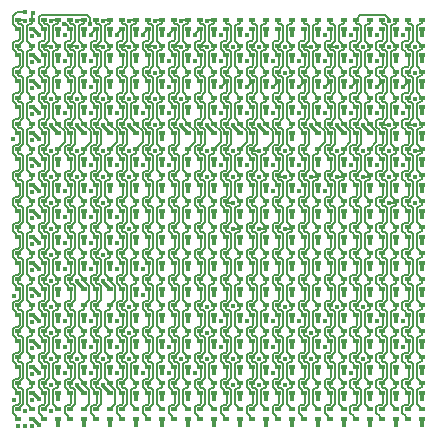
<source format=gtl>
%TF.GenerationSoftware,KiCad,Pcbnew,5.99.0-unknown-dd5676f4bc~131~ubuntu20.04.1*%
%TF.CreationDate,2021-08-08T04:37:46-07:00*%
%TF.ProjectId,panel,70616e65-6c2e-46b6-9963-61645f706362,rev?*%
%TF.SameCoordinates,Original*%
%TF.FileFunction,Copper,L1,Top*%
%TF.FilePolarity,Positive*%
%FSLAX46Y46*%
G04 Gerber Fmt 4.6, Leading zero omitted, Abs format (unit mm)*
G04 Created by KiCad (PCBNEW 5.99.0-unknown-dd5676f4bc~131~ubuntu20.04.1) date 2021-08-08 04:37:46*
%MOMM*%
%LPD*%
G01*
G04 APERTURE LIST*
G04 Aperture macros list*
%AMRoundRect*
0 Rectangle with rounded corners*
0 $1 Rounding radius*
0 $2 $3 $4 $5 $6 $7 $8 $9 X,Y pos of 4 corners*
0 Add a 4 corners polygon primitive as box body*
4,1,4,$2,$3,$4,$5,$6,$7,$8,$9,$2,$3,0*
0 Add four circle primitives for the rounded corners*
1,1,$1+$1,$2,$3*
1,1,$1+$1,$4,$5*
1,1,$1+$1,$6,$7*
1,1,$1+$1,$8,$9*
0 Add four rect primitives between the rounded corners*
20,1,$1+$1,$2,$3,$4,$5,0*
20,1,$1+$1,$4,$5,$6,$7,0*
20,1,$1+$1,$6,$7,$8,$9,0*
20,1,$1+$1,$8,$9,$2,$3,0*%
G04 Aperture macros list end*
%TA.AperFunction,SMDPad,CuDef*%
%ADD10RoundRect,0.080000X0.145000X0.120000X-0.145000X0.120000X-0.145000X-0.120000X0.145000X-0.120000X0*%
%TD*%
%TA.AperFunction,ViaPad*%
%ADD11C,0.450000*%
%TD*%
%TA.AperFunction,Conductor*%
%ADD12C,0.150000*%
%TD*%
%TA.AperFunction,Conductor*%
%ADD13C,0.300000*%
%TD*%
G04 APERTURE END LIST*
D10*
%TO.P,D2,1,RK*%
%TO.N,COL_1R*%
X64300000Y-61100000D03*
%TO.P,D2,2,A*%
%TO.N,/ROW_0/COMMON*%
X64300000Y-61900000D03*
%TO.P,D2,3,BK*%
%TO.N,COL_1B*%
X63100000Y-61900000D03*
%TO.P,D2,4,GK*%
%TO.N,COL_1G*%
X63100000Y-61100000D03*
%TD*%
%TO.P,D231,1,RK*%
%TO.N,COL_6R*%
X75300000Y-91900000D03*
%TO.P,D231,2,A*%
%TO.N,/ROW_14/COMMON*%
X75300000Y-92700000D03*
%TO.P,D231,3,BK*%
%TO.N,COL_6B*%
X74100000Y-92700000D03*
%TO.P,D231,4,GK*%
%TO.N,COL_6G*%
X74100000Y-91900000D03*
%TD*%
%TO.P,D67,1,RK*%
%TO.N,COL_2R*%
X66500000Y-69900000D03*
%TO.P,D67,2,A*%
%TO.N,/ROW_4/COMMON*%
X66500000Y-70700000D03*
%TO.P,D67,3,BK*%
%TO.N,COL_2B*%
X65300000Y-70700000D03*
%TO.P,D67,4,GK*%
%TO.N,COL_2G*%
X65300000Y-69900000D03*
%TD*%
%TO.P,D234,1,RK*%
%TO.N,COL_9R*%
X81900000Y-91900000D03*
%TO.P,D234,2,A*%
%TO.N,/ROW_14/COMMON*%
X81900000Y-92700000D03*
%TO.P,D234,3,BK*%
%TO.N,COL_9B*%
X80700000Y-92700000D03*
%TO.P,D234,4,GK*%
%TO.N,COL_9G*%
X80700000Y-91900000D03*
%TD*%
%TO.P,D238,1,RK*%
%TO.N,COL_13R*%
X90700000Y-91900000D03*
%TO.P,D238,2,A*%
%TO.N,/ROW_14/COMMON*%
X90700000Y-92700000D03*
%TO.P,D238,3,BK*%
%TO.N,COL_13B*%
X89500000Y-92700000D03*
%TO.P,D238,4,GK*%
%TO.N,COL_13G*%
X89500000Y-91900000D03*
%TD*%
%TO.P,D136,1,RK*%
%TO.N,COL_7R*%
X77500000Y-78700000D03*
%TO.P,D136,2,A*%
%TO.N,/ROW_8/COMMON*%
X77500000Y-79500000D03*
%TO.P,D136,3,BK*%
%TO.N,COL_7B*%
X76300000Y-79500000D03*
%TO.P,D136,4,GK*%
%TO.N,COL_7G*%
X76300000Y-78700000D03*
%TD*%
%TO.P,D93,1,RK*%
%TO.N,COL_12R*%
X88500000Y-72100000D03*
%TO.P,D93,2,A*%
%TO.N,/ROW_5/COMMON*%
X88500000Y-72900000D03*
%TO.P,D93,3,BK*%
%TO.N,COL_12B*%
X87300000Y-72900000D03*
%TO.P,D93,4,GK*%
%TO.N,COL_12G*%
X87300000Y-72100000D03*
%TD*%
%TO.P,D166,1,RK*%
%TO.N,COL_5R*%
X73100000Y-83100000D03*
%TO.P,D166,2,A*%
%TO.N,/ROW_10/COMMON*%
X73100000Y-83900000D03*
%TO.P,D166,3,BK*%
%TO.N,COL_5B*%
X71900000Y-83900000D03*
%TO.P,D166,4,GK*%
%TO.N,COL_5G*%
X71900000Y-83100000D03*
%TD*%
%TO.P,D168,1,RK*%
%TO.N,COL_7R*%
X77500000Y-83100000D03*
%TO.P,D168,2,A*%
%TO.N,/ROW_10/COMMON*%
X77500000Y-83900000D03*
%TO.P,D168,3,BK*%
%TO.N,COL_7B*%
X76300000Y-83900000D03*
%TO.P,D168,4,GK*%
%TO.N,COL_7G*%
X76300000Y-83100000D03*
%TD*%
%TO.P,D52,1,RK*%
%TO.N,COL_3R*%
X68700000Y-67700000D03*
%TO.P,D52,2,A*%
%TO.N,/ROW_3/COMMON*%
X68700000Y-68500000D03*
%TO.P,D52,3,BK*%
%TO.N,COL_3B*%
X67500000Y-68500000D03*
%TO.P,D52,4,GK*%
%TO.N,COL_3G*%
X67500000Y-67700000D03*
%TD*%
%TO.P,D65,1,RK*%
%TO.N,COL_0R*%
X62100000Y-69900000D03*
%TO.P,D65,2,A*%
%TO.N,/ROW_4/COMMON*%
X62100000Y-70700000D03*
%TO.P,D65,3,BK*%
%TO.N,COL_0B*%
X60900000Y-70700000D03*
%TO.P,D65,4,GK*%
%TO.N,COL_0G*%
X60900000Y-69900000D03*
%TD*%
%TO.P,D119,1,RK*%
%TO.N,COL_6R*%
X75300000Y-76500000D03*
%TO.P,D119,2,A*%
%TO.N,/ROW_7/COMMON*%
X75300000Y-77300000D03*
%TO.P,D119,3,BK*%
%TO.N,COL_6B*%
X74100000Y-77300000D03*
%TO.P,D119,4,GK*%
%TO.N,COL_6G*%
X74100000Y-76500000D03*
%TD*%
%TO.P,D85,1,RK*%
%TO.N,COL_4R*%
X70900000Y-72100000D03*
%TO.P,D85,2,A*%
%TO.N,/ROW_5/COMMON*%
X70900000Y-72900000D03*
%TO.P,D85,3,BK*%
%TO.N,COL_4B*%
X69700000Y-72900000D03*
%TO.P,D85,4,GK*%
%TO.N,COL_4G*%
X69700000Y-72100000D03*
%TD*%
%TO.P,D112,1,RK*%
%TO.N,COL_15R*%
X95100000Y-74300000D03*
%TO.P,D112,2,A*%
%TO.N,/ROW_6/COMMON*%
X95100000Y-75100000D03*
%TO.P,D112,3,BK*%
%TO.N,COL_15B*%
X93900000Y-75100000D03*
%TO.P,D112,4,GK*%
%TO.N,COL_15G*%
X93900000Y-74300000D03*
%TD*%
%TO.P,D47,1,RK*%
%TO.N,COL_14R*%
X92900000Y-65500000D03*
%TO.P,D47,2,A*%
%TO.N,/ROW_2/COMMON*%
X92900000Y-66300000D03*
%TO.P,D47,3,BK*%
%TO.N,COL_14B*%
X91700000Y-66300000D03*
%TO.P,D47,4,GK*%
%TO.N,COL_14G*%
X91700000Y-65500000D03*
%TD*%
%TO.P,D12,1,RK*%
%TO.N,COL_11R*%
X86300000Y-61100000D03*
%TO.P,D12,2,A*%
%TO.N,/ROW_0/COMMON*%
X86300000Y-61900000D03*
%TO.P,D12,3,BK*%
%TO.N,COL_11B*%
X85100000Y-61900000D03*
%TO.P,D12,4,GK*%
%TO.N,COL_11G*%
X85100000Y-61100000D03*
%TD*%
%TO.P,D33,1,RK*%
%TO.N,COL_0R*%
X62100000Y-65500000D03*
%TO.P,D33,2,A*%
%TO.N,/ROW_2/COMMON*%
X62100000Y-66300000D03*
%TO.P,D33,3,BK*%
%TO.N,COL_0B*%
X60900000Y-66300000D03*
%TO.P,D33,4,GK*%
%TO.N,COL_0G*%
X60900000Y-65500000D03*
%TD*%
%TO.P,D32,1,RK*%
%TO.N,COL_15R*%
X95100000Y-63300000D03*
%TO.P,D32,2,A*%
%TO.N,/ROW_1/COMMON*%
X95100000Y-64100000D03*
%TO.P,D32,3,BK*%
%TO.N,COL_15B*%
X93900000Y-64100000D03*
%TO.P,D32,4,GK*%
%TO.N,COL_15G*%
X93900000Y-63300000D03*
%TD*%
%TO.P,D107,1,RK*%
%TO.N,COL_10R*%
X84100000Y-74300000D03*
%TO.P,D107,2,A*%
%TO.N,/ROW_6/COMMON*%
X84100000Y-75100000D03*
%TO.P,D107,3,BK*%
%TO.N,COL_10B*%
X82900000Y-75100000D03*
%TO.P,D107,4,GK*%
%TO.N,COL_10G*%
X82900000Y-74300000D03*
%TD*%
%TO.P,D164,1,RK*%
%TO.N,COL_3R*%
X68700000Y-83100000D03*
%TO.P,D164,2,A*%
%TO.N,/ROW_10/COMMON*%
X68700000Y-83900000D03*
%TO.P,D164,3,BK*%
%TO.N,COL_3B*%
X67500000Y-83900000D03*
%TO.P,D164,4,GK*%
%TO.N,COL_3G*%
X67500000Y-83100000D03*
%TD*%
%TO.P,D88,1,RK*%
%TO.N,COL_7R*%
X77500000Y-72100000D03*
%TO.P,D88,2,A*%
%TO.N,/ROW_5/COMMON*%
X77500000Y-72900000D03*
%TO.P,D88,3,BK*%
%TO.N,COL_7B*%
X76300000Y-72900000D03*
%TO.P,D88,4,GK*%
%TO.N,COL_7G*%
X76300000Y-72100000D03*
%TD*%
%TO.P,D183,1,RK*%
%TO.N,COL_6R*%
X75300000Y-85300000D03*
%TO.P,D183,2,A*%
%TO.N,/ROW_11/COMMON*%
X75300000Y-86100000D03*
%TO.P,D183,3,BK*%
%TO.N,COL_6B*%
X74100000Y-86100000D03*
%TO.P,D183,4,GK*%
%TO.N,COL_6G*%
X74100000Y-85300000D03*
%TD*%
%TO.P,D62,1,RK*%
%TO.N,COL_13R*%
X90700000Y-67700000D03*
%TO.P,D62,2,A*%
%TO.N,/ROW_3/COMMON*%
X90700000Y-68500000D03*
%TO.P,D62,3,BK*%
%TO.N,COL_13B*%
X89500000Y-68500000D03*
%TO.P,D62,4,GK*%
%TO.N,COL_13G*%
X89500000Y-67700000D03*
%TD*%
%TO.P,D28,1,RK*%
%TO.N,COL_11R*%
X86300000Y-63300000D03*
%TO.P,D28,2,A*%
%TO.N,/ROW_1/COMMON*%
X86300000Y-64100000D03*
%TO.P,D28,3,BK*%
%TO.N,COL_11B*%
X85100000Y-64100000D03*
%TO.P,D28,4,GK*%
%TO.N,COL_11G*%
X85100000Y-63300000D03*
%TD*%
%TO.P,D100,1,RK*%
%TO.N,COL_3R*%
X68700000Y-74300000D03*
%TO.P,D100,2,A*%
%TO.N,/ROW_6/COMMON*%
X68700000Y-75100000D03*
%TO.P,D100,3,BK*%
%TO.N,COL_3B*%
X67500000Y-75100000D03*
%TO.P,D100,4,GK*%
%TO.N,COL_3G*%
X67500000Y-74300000D03*
%TD*%
%TO.P,D141,1,RK*%
%TO.N,COL_12R*%
X88500000Y-78700000D03*
%TO.P,D141,2,A*%
%TO.N,/ROW_8/COMMON*%
X88500000Y-79500000D03*
%TO.P,D141,3,BK*%
%TO.N,COL_12B*%
X87300000Y-79500000D03*
%TO.P,D141,4,GK*%
%TO.N,COL_12G*%
X87300000Y-78700000D03*
%TD*%
%TO.P,D194,1,RK*%
%TO.N,COL_1R*%
X64300000Y-87500000D03*
%TO.P,D194,2,A*%
%TO.N,/ROW_12/COMMON*%
X64300000Y-88300000D03*
%TO.P,D194,3,BK*%
%TO.N,COL_1B*%
X63100000Y-88300000D03*
%TO.P,D194,4,GK*%
%TO.N,COL_1G*%
X63100000Y-87500000D03*
%TD*%
%TO.P,D99,1,RK*%
%TO.N,COL_2R*%
X66500000Y-74300000D03*
%TO.P,D99,2,A*%
%TO.N,/ROW_6/COMMON*%
X66500000Y-75100000D03*
%TO.P,D99,3,BK*%
%TO.N,COL_2B*%
X65300000Y-75100000D03*
%TO.P,D99,4,GK*%
%TO.N,COL_2G*%
X65300000Y-74300000D03*
%TD*%
%TO.P,D96,1,RK*%
%TO.N,COL_15R*%
X95100000Y-72100000D03*
%TO.P,D96,2,A*%
%TO.N,/ROW_5/COMMON*%
X95100000Y-72900000D03*
%TO.P,D96,3,BK*%
%TO.N,COL_15B*%
X93900000Y-72900000D03*
%TO.P,D96,4,GK*%
%TO.N,COL_15G*%
X93900000Y-72100000D03*
%TD*%
%TO.P,D152,1,RK*%
%TO.N,COL_7R*%
X77500000Y-80900000D03*
%TO.P,D152,2,A*%
%TO.N,/ROW_9/COMMON*%
X77500000Y-81700000D03*
%TO.P,D152,3,BK*%
%TO.N,COL_7B*%
X76300000Y-81700000D03*
%TO.P,D152,4,GK*%
%TO.N,COL_7G*%
X76300000Y-80900000D03*
%TD*%
%TO.P,D75,1,RK*%
%TO.N,COL_10R*%
X84100000Y-69900000D03*
%TO.P,D75,2,A*%
%TO.N,/ROW_4/COMMON*%
X84100000Y-70700000D03*
%TO.P,D75,3,BK*%
%TO.N,COL_10B*%
X82900000Y-70700000D03*
%TO.P,D75,4,GK*%
%TO.N,COL_10G*%
X82900000Y-69900000D03*
%TD*%
%TO.P,D64,1,RK*%
%TO.N,COL_15R*%
X95100000Y-67700000D03*
%TO.P,D64,2,A*%
%TO.N,/ROW_3/COMMON*%
X95100000Y-68500000D03*
%TO.P,D64,3,BK*%
%TO.N,COL_15B*%
X93900000Y-68500000D03*
%TO.P,D64,4,GK*%
%TO.N,COL_15G*%
X93900000Y-67700000D03*
%TD*%
%TO.P,D232,1,RK*%
%TO.N,COL_7R*%
X77500000Y-91900000D03*
%TO.P,D232,2,A*%
%TO.N,/ROW_14/COMMON*%
X77500000Y-92700000D03*
%TO.P,D232,3,BK*%
%TO.N,COL_7B*%
X76300000Y-92700000D03*
%TO.P,D232,4,GK*%
%TO.N,COL_7G*%
X76300000Y-91900000D03*
%TD*%
%TO.P,D211,1,RK*%
%TO.N,COL_2R*%
X66500000Y-89700000D03*
%TO.P,D211,2,A*%
%TO.N,/ROW_13/COMMON*%
X66500000Y-90500000D03*
%TO.P,D211,3,BK*%
%TO.N,COL_2B*%
X65300000Y-90500000D03*
%TO.P,D211,4,GK*%
%TO.N,COL_2G*%
X65300000Y-89700000D03*
%TD*%
%TO.P,D127,1,RK*%
%TO.N,COL_14R*%
X92900000Y-76500000D03*
%TO.P,D127,2,A*%
%TO.N,/ROW_7/COMMON*%
X92900000Y-77300000D03*
%TO.P,D127,3,BK*%
%TO.N,COL_14B*%
X91700000Y-77300000D03*
%TO.P,D127,4,GK*%
%TO.N,COL_14G*%
X91700000Y-76500000D03*
%TD*%
%TO.P,D66,1,RK*%
%TO.N,COL_1R*%
X64300000Y-69900000D03*
%TO.P,D66,2,A*%
%TO.N,/ROW_4/COMMON*%
X64300000Y-70700000D03*
%TO.P,D66,3,BK*%
%TO.N,COL_1B*%
X63100000Y-70700000D03*
%TO.P,D66,4,GK*%
%TO.N,COL_1G*%
X63100000Y-69900000D03*
%TD*%
%TO.P,D78,1,RK*%
%TO.N,COL_13R*%
X90700000Y-69900000D03*
%TO.P,D78,2,A*%
%TO.N,/ROW_4/COMMON*%
X90700000Y-70700000D03*
%TO.P,D78,3,BK*%
%TO.N,COL_13B*%
X89500000Y-70700000D03*
%TO.P,D78,4,GK*%
%TO.N,COL_13G*%
X89500000Y-69900000D03*
%TD*%
%TO.P,D156,1,RK*%
%TO.N,COL_11R*%
X86300000Y-80900000D03*
%TO.P,D156,2,A*%
%TO.N,/ROW_9/COMMON*%
X86300000Y-81700000D03*
%TO.P,D156,3,BK*%
%TO.N,COL_11B*%
X85100000Y-81700000D03*
%TO.P,D156,4,GK*%
%TO.N,COL_11G*%
X85100000Y-80900000D03*
%TD*%
%TO.P,D69,1,RK*%
%TO.N,COL_4R*%
X70900000Y-69900000D03*
%TO.P,D69,2,A*%
%TO.N,/ROW_4/COMMON*%
X70900000Y-70700000D03*
%TO.P,D69,3,BK*%
%TO.N,COL_4B*%
X69700000Y-70700000D03*
%TO.P,D69,4,GK*%
%TO.N,COL_4G*%
X69700000Y-69900000D03*
%TD*%
%TO.P,D56,1,RK*%
%TO.N,COL_7R*%
X77500000Y-67700000D03*
%TO.P,D56,2,A*%
%TO.N,/ROW_3/COMMON*%
X77500000Y-68500000D03*
%TO.P,D56,3,BK*%
%TO.N,COL_7B*%
X76300000Y-68500000D03*
%TO.P,D56,4,GK*%
%TO.N,COL_7G*%
X76300000Y-67700000D03*
%TD*%
%TO.P,D24,1,RK*%
%TO.N,COL_7R*%
X77500000Y-63300000D03*
%TO.P,D24,2,A*%
%TO.N,/ROW_1/COMMON*%
X77500000Y-64100000D03*
%TO.P,D24,3,BK*%
%TO.N,COL_7B*%
X76300000Y-64100000D03*
%TO.P,D24,4,GK*%
%TO.N,COL_7G*%
X76300000Y-63300000D03*
%TD*%
%TO.P,D165,1,RK*%
%TO.N,COL_4R*%
X70900000Y-83100000D03*
%TO.P,D165,2,A*%
%TO.N,/ROW_10/COMMON*%
X70900000Y-83900000D03*
%TO.P,D165,3,BK*%
%TO.N,COL_4B*%
X69700000Y-83900000D03*
%TO.P,D165,4,GK*%
%TO.N,COL_4G*%
X69700000Y-83100000D03*
%TD*%
%TO.P,D94,1,RK*%
%TO.N,COL_13R*%
X90700000Y-72100000D03*
%TO.P,D94,2,A*%
%TO.N,/ROW_5/COMMON*%
X90700000Y-72900000D03*
%TO.P,D94,3,BK*%
%TO.N,COL_13B*%
X89500000Y-72900000D03*
%TO.P,D94,4,GK*%
%TO.N,COL_13G*%
X89500000Y-72100000D03*
%TD*%
%TO.P,D181,1,RK*%
%TO.N,COL_4R*%
X70900000Y-85300000D03*
%TO.P,D181,2,A*%
%TO.N,/ROW_11/COMMON*%
X70900000Y-86100000D03*
%TO.P,D181,3,BK*%
%TO.N,COL_4B*%
X69700000Y-86100000D03*
%TO.P,D181,4,GK*%
%TO.N,COL_4G*%
X69700000Y-85300000D03*
%TD*%
%TO.P,D222,1,RK*%
%TO.N,COL_13R*%
X90700000Y-89700000D03*
%TO.P,D222,2,A*%
%TO.N,/ROW_13/COMMON*%
X90700000Y-90500000D03*
%TO.P,D222,3,BK*%
%TO.N,COL_13B*%
X89500000Y-90500000D03*
%TO.P,D222,4,GK*%
%TO.N,COL_13G*%
X89500000Y-89700000D03*
%TD*%
%TO.P,D129,1,RK*%
%TO.N,COL_0R*%
X62100000Y-78700000D03*
%TO.P,D129,2,A*%
%TO.N,/ROW_8/COMMON*%
X62100000Y-79500000D03*
%TO.P,D129,3,BK*%
%TO.N,COL_0B*%
X60900000Y-79500000D03*
%TO.P,D129,4,GK*%
%TO.N,COL_0G*%
X60900000Y-78700000D03*
%TD*%
%TO.P,D227,1,RK*%
%TO.N,COL_2R*%
X66500000Y-91900000D03*
%TO.P,D227,2,A*%
%TO.N,/ROW_14/COMMON*%
X66500000Y-92700000D03*
%TO.P,D227,3,BK*%
%TO.N,COL_2B*%
X65300000Y-92700000D03*
%TO.P,D227,4,GK*%
%TO.N,COL_2G*%
X65300000Y-91900000D03*
%TD*%
%TO.P,D249,1,RK*%
%TO.N,COL_8R*%
X79700000Y-94100000D03*
%TO.P,D249,2,A*%
%TO.N,/ROW_15/COMMON*%
X79700000Y-94900000D03*
%TO.P,D249,3,BK*%
%TO.N,COL_8B*%
X78500000Y-94900000D03*
%TO.P,D249,4,GK*%
%TO.N,COL_8G*%
X78500000Y-94100000D03*
%TD*%
%TO.P,D8,1,RK*%
%TO.N,COL_7R*%
X77500000Y-61100000D03*
%TO.P,D8,2,A*%
%TO.N,/ROW_0/COMMON*%
X77500000Y-61900000D03*
%TO.P,D8,3,BK*%
%TO.N,COL_7B*%
X76300000Y-61900000D03*
%TO.P,D8,4,GK*%
%TO.N,COL_7G*%
X76300000Y-61100000D03*
%TD*%
%TO.P,D51,1,RK*%
%TO.N,COL_2R*%
X66500000Y-67700000D03*
%TO.P,D51,2,A*%
%TO.N,/ROW_3/COMMON*%
X66500000Y-68500000D03*
%TO.P,D51,3,BK*%
%TO.N,COL_2B*%
X65300000Y-68500000D03*
%TO.P,D51,4,GK*%
%TO.N,COL_2G*%
X65300000Y-67700000D03*
%TD*%
%TO.P,D43,1,RK*%
%TO.N,COL_10R*%
X84100000Y-65500000D03*
%TO.P,D43,2,A*%
%TO.N,/ROW_2/COMMON*%
X84100000Y-66300000D03*
%TO.P,D43,3,BK*%
%TO.N,COL_10B*%
X82900000Y-66300000D03*
%TO.P,D43,4,GK*%
%TO.N,COL_10G*%
X82900000Y-65500000D03*
%TD*%
%TO.P,D27,1,RK*%
%TO.N,COL_10R*%
X84100000Y-63300000D03*
%TO.P,D27,2,A*%
%TO.N,/ROW_1/COMMON*%
X84100000Y-64100000D03*
%TO.P,D27,3,BK*%
%TO.N,COL_10B*%
X82900000Y-64100000D03*
%TO.P,D27,4,GK*%
%TO.N,COL_10G*%
X82900000Y-63300000D03*
%TD*%
%TO.P,D252,1,RK*%
%TO.N,COL_11R*%
X86300000Y-94100000D03*
%TO.P,D252,2,A*%
%TO.N,/ROW_15/COMMON*%
X86300000Y-94900000D03*
%TO.P,D252,3,BK*%
%TO.N,COL_11B*%
X85100000Y-94900000D03*
%TO.P,D252,4,GK*%
%TO.N,COL_11G*%
X85100000Y-94100000D03*
%TD*%
%TO.P,D115,1,RK*%
%TO.N,COL_2R*%
X66500000Y-76500000D03*
%TO.P,D115,2,A*%
%TO.N,/ROW_7/COMMON*%
X66500000Y-77300000D03*
%TO.P,D115,3,BK*%
%TO.N,COL_2B*%
X65300000Y-77300000D03*
%TO.P,D115,4,GK*%
%TO.N,COL_2G*%
X65300000Y-76500000D03*
%TD*%
%TO.P,D73,1,RK*%
%TO.N,COL_8R*%
X79700000Y-69900000D03*
%TO.P,D73,2,A*%
%TO.N,/ROW_4/COMMON*%
X79700000Y-70700000D03*
%TO.P,D73,3,BK*%
%TO.N,COL_8B*%
X78500000Y-70700000D03*
%TO.P,D73,4,GK*%
%TO.N,COL_8G*%
X78500000Y-69900000D03*
%TD*%
%TO.P,D76,1,RK*%
%TO.N,COL_11R*%
X86300000Y-69900000D03*
%TO.P,D76,2,A*%
%TO.N,/ROW_4/COMMON*%
X86300000Y-70700000D03*
%TO.P,D76,3,BK*%
%TO.N,COL_11B*%
X85100000Y-70700000D03*
%TO.P,D76,4,GK*%
%TO.N,COL_11G*%
X85100000Y-69900000D03*
%TD*%
%TO.P,D71,1,RK*%
%TO.N,COL_6R*%
X75300000Y-69900000D03*
%TO.P,D71,2,A*%
%TO.N,/ROW_4/COMMON*%
X75300000Y-70700000D03*
%TO.P,D71,3,BK*%
%TO.N,COL_6B*%
X74100000Y-70700000D03*
%TO.P,D71,4,GK*%
%TO.N,COL_6G*%
X74100000Y-69900000D03*
%TD*%
%TO.P,D26,1,RK*%
%TO.N,COL_9R*%
X81900000Y-63300000D03*
%TO.P,D26,2,A*%
%TO.N,/ROW_1/COMMON*%
X81900000Y-64100000D03*
%TO.P,D26,3,BK*%
%TO.N,COL_9B*%
X80700000Y-64100000D03*
%TO.P,D26,4,GK*%
%TO.N,COL_9G*%
X80700000Y-63300000D03*
%TD*%
%TO.P,D111,1,RK*%
%TO.N,COL_14R*%
X92900000Y-74300000D03*
%TO.P,D111,2,A*%
%TO.N,/ROW_6/COMMON*%
X92900000Y-75100000D03*
%TO.P,D111,3,BK*%
%TO.N,COL_14B*%
X91700000Y-75100000D03*
%TO.P,D111,4,GK*%
%TO.N,COL_14G*%
X91700000Y-74300000D03*
%TD*%
%TO.P,D63,1,RK*%
%TO.N,COL_14R*%
X92900000Y-67700000D03*
%TO.P,D63,2,A*%
%TO.N,/ROW_3/COMMON*%
X92900000Y-68500000D03*
%TO.P,D63,3,BK*%
%TO.N,COL_14B*%
X91700000Y-68500000D03*
%TO.P,D63,4,GK*%
%TO.N,COL_14G*%
X91700000Y-67700000D03*
%TD*%
%TO.P,D173,1,RK*%
%TO.N,COL_12R*%
X88500000Y-83100000D03*
%TO.P,D173,2,A*%
%TO.N,/ROW_10/COMMON*%
X88500000Y-83900000D03*
%TO.P,D173,3,BK*%
%TO.N,COL_12B*%
X87300000Y-83900000D03*
%TO.P,D173,4,GK*%
%TO.N,COL_12G*%
X87300000Y-83100000D03*
%TD*%
%TO.P,D247,1,RK*%
%TO.N,COL_6R*%
X75300000Y-94100000D03*
%TO.P,D247,2,A*%
%TO.N,/ROW_15/COMMON*%
X75300000Y-94900000D03*
%TO.P,D247,3,BK*%
%TO.N,COL_6B*%
X74100000Y-94900000D03*
%TO.P,D247,4,GK*%
%TO.N,COL_6G*%
X74100000Y-94100000D03*
%TD*%
%TO.P,D155,1,RK*%
%TO.N,COL_10R*%
X84100000Y-80900000D03*
%TO.P,D155,2,A*%
%TO.N,/ROW_9/COMMON*%
X84100000Y-81700000D03*
%TO.P,D155,3,BK*%
%TO.N,COL_10B*%
X82900000Y-81700000D03*
%TO.P,D155,4,GK*%
%TO.N,COL_10G*%
X82900000Y-80900000D03*
%TD*%
%TO.P,D209,1,RK*%
%TO.N,COL_0R*%
X62100000Y-89700000D03*
%TO.P,D209,2,A*%
%TO.N,/ROW_13/COMMON*%
X62100000Y-90500000D03*
%TO.P,D209,3,BK*%
%TO.N,COL_0B*%
X60900000Y-90500000D03*
%TO.P,D209,4,GK*%
%TO.N,COL_0G*%
X60900000Y-89700000D03*
%TD*%
%TO.P,D239,1,RK*%
%TO.N,COL_14R*%
X92900000Y-91900000D03*
%TO.P,D239,2,A*%
%TO.N,/ROW_14/COMMON*%
X92900000Y-92700000D03*
%TO.P,D239,3,BK*%
%TO.N,COL_14B*%
X91700000Y-92700000D03*
%TO.P,D239,4,GK*%
%TO.N,COL_14G*%
X91700000Y-91900000D03*
%TD*%
%TO.P,D134,1,RK*%
%TO.N,COL_5R*%
X73100000Y-78700000D03*
%TO.P,D134,2,A*%
%TO.N,/ROW_8/COMMON*%
X73100000Y-79500000D03*
%TO.P,D134,3,BK*%
%TO.N,COL_5B*%
X71900000Y-79500000D03*
%TO.P,D134,4,GK*%
%TO.N,COL_5G*%
X71900000Y-78700000D03*
%TD*%
%TO.P,D120,1,RK*%
%TO.N,COL_7R*%
X77500000Y-76500000D03*
%TO.P,D120,2,A*%
%TO.N,/ROW_7/COMMON*%
X77500000Y-77300000D03*
%TO.P,D120,3,BK*%
%TO.N,COL_7B*%
X76300000Y-77300000D03*
%TO.P,D120,4,GK*%
%TO.N,COL_7G*%
X76300000Y-76500000D03*
%TD*%
%TO.P,D193,1,RK*%
%TO.N,COL_0R*%
X62100000Y-87500000D03*
%TO.P,D193,2,A*%
%TO.N,/ROW_12/COMMON*%
X62100000Y-88300000D03*
%TO.P,D193,3,BK*%
%TO.N,COL_0B*%
X60900000Y-88300000D03*
%TO.P,D193,4,GK*%
%TO.N,COL_0G*%
X60900000Y-87500000D03*
%TD*%
%TO.P,D149,1,RK*%
%TO.N,COL_4R*%
X70900000Y-80900000D03*
%TO.P,D149,2,A*%
%TO.N,/ROW_9/COMMON*%
X70900000Y-81700000D03*
%TO.P,D149,3,BK*%
%TO.N,COL_4B*%
X69700000Y-81700000D03*
%TO.P,D149,4,GK*%
%TO.N,COL_4G*%
X69700000Y-80900000D03*
%TD*%
%TO.P,D251,1,RK*%
%TO.N,COL_10R*%
X84100000Y-94100000D03*
%TO.P,D251,2,A*%
%TO.N,/ROW_15/COMMON*%
X84100000Y-94900000D03*
%TO.P,D251,3,BK*%
%TO.N,COL_10B*%
X82900000Y-94900000D03*
%TO.P,D251,4,GK*%
%TO.N,COL_10G*%
X82900000Y-94100000D03*
%TD*%
%TO.P,D178,1,RK*%
%TO.N,COL_1R*%
X64300000Y-85300000D03*
%TO.P,D178,2,A*%
%TO.N,/ROW_11/COMMON*%
X64300000Y-86100000D03*
%TO.P,D178,3,BK*%
%TO.N,COL_1B*%
X63100000Y-86100000D03*
%TO.P,D178,4,GK*%
%TO.N,COL_1G*%
X63100000Y-85300000D03*
%TD*%
%TO.P,D20,1,RK*%
%TO.N,COL_3R*%
X68700000Y-63300000D03*
%TO.P,D20,2,A*%
%TO.N,/ROW_1/COMMON*%
X68700000Y-64100000D03*
%TO.P,D20,3,BK*%
%TO.N,COL_3B*%
X67500000Y-64100000D03*
%TO.P,D20,4,GK*%
%TO.N,COL_3G*%
X67500000Y-63300000D03*
%TD*%
%TO.P,D160,1,RK*%
%TO.N,COL_15R*%
X95100000Y-80900000D03*
%TO.P,D160,2,A*%
%TO.N,/ROW_9/COMMON*%
X95100000Y-81700000D03*
%TO.P,D160,3,BK*%
%TO.N,COL_15B*%
X93900000Y-81700000D03*
%TO.P,D160,4,GK*%
%TO.N,COL_15G*%
X93900000Y-80900000D03*
%TD*%
%TO.P,D57,1,RK*%
%TO.N,COL_8R*%
X79700000Y-67700000D03*
%TO.P,D57,2,A*%
%TO.N,/ROW_3/COMMON*%
X79700000Y-68500000D03*
%TO.P,D57,3,BK*%
%TO.N,COL_8B*%
X78500000Y-68500000D03*
%TO.P,D57,4,GK*%
%TO.N,COL_8G*%
X78500000Y-67700000D03*
%TD*%
%TO.P,D16,1,RK*%
%TO.N,COL_15R*%
X95100000Y-61100000D03*
%TO.P,D16,2,A*%
%TO.N,/ROW_0/COMMON*%
X95100000Y-61900000D03*
%TO.P,D16,3,BK*%
%TO.N,COL_15B*%
X93900000Y-61900000D03*
%TO.P,D16,4,GK*%
%TO.N,COL_15G*%
X93900000Y-61100000D03*
%TD*%
%TO.P,D46,1,RK*%
%TO.N,COL_13R*%
X90700000Y-65500000D03*
%TO.P,D46,2,A*%
%TO.N,/ROW_2/COMMON*%
X90700000Y-66300000D03*
%TO.P,D46,3,BK*%
%TO.N,COL_13B*%
X89500000Y-66300000D03*
%TO.P,D46,4,GK*%
%TO.N,COL_13G*%
X89500000Y-65500000D03*
%TD*%
%TO.P,D35,1,RK*%
%TO.N,COL_2R*%
X66500000Y-65500000D03*
%TO.P,D35,2,A*%
%TO.N,/ROW_2/COMMON*%
X66500000Y-66300000D03*
%TO.P,D35,3,BK*%
%TO.N,COL_2B*%
X65300000Y-66300000D03*
%TO.P,D35,4,GK*%
%TO.N,COL_2G*%
X65300000Y-65500000D03*
%TD*%
%TO.P,D103,1,RK*%
%TO.N,COL_6R*%
X75300000Y-74300000D03*
%TO.P,D103,2,A*%
%TO.N,/ROW_6/COMMON*%
X75300000Y-75100000D03*
%TO.P,D103,3,BK*%
%TO.N,COL_6B*%
X74100000Y-75100000D03*
%TO.P,D103,4,GK*%
%TO.N,COL_6G*%
X74100000Y-74300000D03*
%TD*%
%TO.P,D114,1,RK*%
%TO.N,COL_1R*%
X64300000Y-76500000D03*
%TO.P,D114,2,A*%
%TO.N,/ROW_7/COMMON*%
X64300000Y-77300000D03*
%TO.P,D114,3,BK*%
%TO.N,COL_1B*%
X63100000Y-77300000D03*
%TO.P,D114,4,GK*%
%TO.N,COL_1G*%
X63100000Y-76500000D03*
%TD*%
%TO.P,D124,1,RK*%
%TO.N,COL_11R*%
X86300000Y-76500000D03*
%TO.P,D124,2,A*%
%TO.N,/ROW_7/COMMON*%
X86300000Y-77300000D03*
%TO.P,D124,3,BK*%
%TO.N,COL_11B*%
X85100000Y-77300000D03*
%TO.P,D124,4,GK*%
%TO.N,COL_11G*%
X85100000Y-76500000D03*
%TD*%
%TO.P,D226,1,RK*%
%TO.N,COL_1R*%
X64300000Y-91900000D03*
%TO.P,D226,2,A*%
%TO.N,/ROW_14/COMMON*%
X64300000Y-92700000D03*
%TO.P,D226,3,BK*%
%TO.N,COL_1B*%
X63100000Y-92700000D03*
%TO.P,D226,4,GK*%
%TO.N,COL_1G*%
X63100000Y-91900000D03*
%TD*%
%TO.P,D174,1,RK*%
%TO.N,COL_13R*%
X90700000Y-83100000D03*
%TO.P,D174,2,A*%
%TO.N,/ROW_10/COMMON*%
X90700000Y-83900000D03*
%TO.P,D174,3,BK*%
%TO.N,COL_13B*%
X89500000Y-83900000D03*
%TO.P,D174,4,GK*%
%TO.N,COL_13G*%
X89500000Y-83100000D03*
%TD*%
%TO.P,D236,1,RK*%
%TO.N,COL_11R*%
X86300000Y-91900000D03*
%TO.P,D236,2,A*%
%TO.N,/ROW_14/COMMON*%
X86300000Y-92700000D03*
%TO.P,D236,3,BK*%
%TO.N,COL_11B*%
X85100000Y-92700000D03*
%TO.P,D236,4,GK*%
%TO.N,COL_11G*%
X85100000Y-91900000D03*
%TD*%
%TO.P,D87,1,RK*%
%TO.N,COL_6R*%
X75300000Y-72100000D03*
%TO.P,D87,2,A*%
%TO.N,/ROW_5/COMMON*%
X75300000Y-72900000D03*
%TO.P,D87,3,BK*%
%TO.N,COL_6B*%
X74100000Y-72900000D03*
%TO.P,D87,4,GK*%
%TO.N,COL_6G*%
X74100000Y-72100000D03*
%TD*%
%TO.P,D125,1,RK*%
%TO.N,COL_12R*%
X88500000Y-76500000D03*
%TO.P,D125,2,A*%
%TO.N,/ROW_7/COMMON*%
X88500000Y-77300000D03*
%TO.P,D125,3,BK*%
%TO.N,COL_12B*%
X87300000Y-77300000D03*
%TO.P,D125,4,GK*%
%TO.N,COL_12G*%
X87300000Y-76500000D03*
%TD*%
%TO.P,D55,1,RK*%
%TO.N,COL_6R*%
X75300000Y-67700000D03*
%TO.P,D55,2,A*%
%TO.N,/ROW_3/COMMON*%
X75300000Y-68500000D03*
%TO.P,D55,3,BK*%
%TO.N,COL_6B*%
X74100000Y-68500000D03*
%TO.P,D55,4,GK*%
%TO.N,COL_6G*%
X74100000Y-67700000D03*
%TD*%
%TO.P,D4,1,RK*%
%TO.N,COL_3R*%
X68700000Y-61100000D03*
%TO.P,D4,2,A*%
%TO.N,/ROW_0/COMMON*%
X68700000Y-61900000D03*
%TO.P,D4,3,BK*%
%TO.N,COL_3B*%
X67500000Y-61900000D03*
%TO.P,D4,4,GK*%
%TO.N,COL_3G*%
X67500000Y-61100000D03*
%TD*%
%TO.P,D196,1,RK*%
%TO.N,COL_3R*%
X68700000Y-87500000D03*
%TO.P,D196,2,A*%
%TO.N,/ROW_12/COMMON*%
X68700000Y-88300000D03*
%TO.P,D196,3,BK*%
%TO.N,COL_3B*%
X67500000Y-88300000D03*
%TO.P,D196,4,GK*%
%TO.N,COL_3G*%
X67500000Y-87500000D03*
%TD*%
%TO.P,D23,1,RK*%
%TO.N,COL_6R*%
X75300000Y-63300000D03*
%TO.P,D23,2,A*%
%TO.N,/ROW_1/COMMON*%
X75300000Y-64100000D03*
%TO.P,D23,3,BK*%
%TO.N,COL_6B*%
X74100000Y-64100000D03*
%TO.P,D23,4,GK*%
%TO.N,COL_6G*%
X74100000Y-63300000D03*
%TD*%
%TO.P,D21,1,RK*%
%TO.N,COL_4R*%
X70900000Y-63300000D03*
%TO.P,D21,2,A*%
%TO.N,/ROW_1/COMMON*%
X70900000Y-64100000D03*
%TO.P,D21,3,BK*%
%TO.N,COL_4B*%
X69700000Y-64100000D03*
%TO.P,D21,4,GK*%
%TO.N,COL_4G*%
X69700000Y-63300000D03*
%TD*%
%TO.P,D92,1,RK*%
%TO.N,COL_11R*%
X86300000Y-72100000D03*
%TO.P,D92,2,A*%
%TO.N,/ROW_5/COMMON*%
X86300000Y-72900000D03*
%TO.P,D92,3,BK*%
%TO.N,COL_11B*%
X85100000Y-72900000D03*
%TO.P,D92,4,GK*%
%TO.N,COL_11G*%
X85100000Y-72100000D03*
%TD*%
%TO.P,D140,1,RK*%
%TO.N,COL_11R*%
X86300000Y-78700000D03*
%TO.P,D140,2,A*%
%TO.N,/ROW_8/COMMON*%
X86300000Y-79500000D03*
%TO.P,D140,3,BK*%
%TO.N,COL_11B*%
X85100000Y-79500000D03*
%TO.P,D140,4,GK*%
%TO.N,COL_11G*%
X85100000Y-78700000D03*
%TD*%
%TO.P,D217,1,RK*%
%TO.N,COL_8R*%
X79700000Y-89700000D03*
%TO.P,D217,2,A*%
%TO.N,/ROW_13/COMMON*%
X79700000Y-90500000D03*
%TO.P,D217,3,BK*%
%TO.N,COL_8B*%
X78500000Y-90500000D03*
%TO.P,D217,4,GK*%
%TO.N,COL_8G*%
X78500000Y-89700000D03*
%TD*%
%TO.P,D44,1,RK*%
%TO.N,COL_11R*%
X86300000Y-65500000D03*
%TO.P,D44,2,A*%
%TO.N,/ROW_2/COMMON*%
X86300000Y-66300000D03*
%TO.P,D44,3,BK*%
%TO.N,COL_11B*%
X85100000Y-66300000D03*
%TO.P,D44,4,GK*%
%TO.N,COL_11G*%
X85100000Y-65500000D03*
%TD*%
%TO.P,D228,1,RK*%
%TO.N,COL_3R*%
X68700000Y-91900000D03*
%TO.P,D228,2,A*%
%TO.N,/ROW_14/COMMON*%
X68700000Y-92700000D03*
%TO.P,D228,3,BK*%
%TO.N,COL_3B*%
X67500000Y-92700000D03*
%TO.P,D228,4,GK*%
%TO.N,COL_3G*%
X67500000Y-91900000D03*
%TD*%
%TO.P,D40,1,RK*%
%TO.N,COL_7R*%
X77500000Y-65500000D03*
%TO.P,D40,2,A*%
%TO.N,/ROW_2/COMMON*%
X77500000Y-66300000D03*
%TO.P,D40,3,BK*%
%TO.N,COL_7B*%
X76300000Y-66300000D03*
%TO.P,D40,4,GK*%
%TO.N,COL_7G*%
X76300000Y-65500000D03*
%TD*%
%TO.P,D19,1,RK*%
%TO.N,COL_2R*%
X66500000Y-63300000D03*
%TO.P,D19,2,A*%
%TO.N,/ROW_1/COMMON*%
X66500000Y-64100000D03*
%TO.P,D19,3,BK*%
%TO.N,COL_2B*%
X65300000Y-64100000D03*
%TO.P,D19,4,GK*%
%TO.N,COL_2G*%
X65300000Y-63300000D03*
%TD*%
%TO.P,D179,1,RK*%
%TO.N,COL_2R*%
X66500000Y-85300000D03*
%TO.P,D179,2,A*%
%TO.N,/ROW_11/COMMON*%
X66500000Y-86100000D03*
%TO.P,D179,3,BK*%
%TO.N,COL_2B*%
X65300000Y-86100000D03*
%TO.P,D179,4,GK*%
%TO.N,COL_2G*%
X65300000Y-85300000D03*
%TD*%
%TO.P,D170,1,RK*%
%TO.N,COL_9R*%
X81900000Y-83100000D03*
%TO.P,D170,2,A*%
%TO.N,/ROW_10/COMMON*%
X81900000Y-83900000D03*
%TO.P,D170,3,BK*%
%TO.N,COL_9B*%
X80700000Y-83900000D03*
%TO.P,D170,4,GK*%
%TO.N,COL_9G*%
X80700000Y-83100000D03*
%TD*%
%TO.P,D180,1,RK*%
%TO.N,COL_3R*%
X68700000Y-85300000D03*
%TO.P,D180,2,A*%
%TO.N,/ROW_11/COMMON*%
X68700000Y-86100000D03*
%TO.P,D180,3,BK*%
%TO.N,COL_3B*%
X67500000Y-86100000D03*
%TO.P,D180,4,GK*%
%TO.N,COL_3G*%
X67500000Y-85300000D03*
%TD*%
%TO.P,D30,1,RK*%
%TO.N,COL_13R*%
X90700000Y-63300000D03*
%TO.P,D30,2,A*%
%TO.N,/ROW_1/COMMON*%
X90700000Y-64100000D03*
%TO.P,D30,3,BK*%
%TO.N,COL_13B*%
X89500000Y-64100000D03*
%TO.P,D30,4,GK*%
%TO.N,COL_13G*%
X89500000Y-63300000D03*
%TD*%
%TO.P,D202,1,RK*%
%TO.N,COL_9R*%
X81900000Y-87500000D03*
%TO.P,D202,2,A*%
%TO.N,/ROW_12/COMMON*%
X81900000Y-88300000D03*
%TO.P,D202,3,BK*%
%TO.N,COL_9B*%
X80700000Y-88300000D03*
%TO.P,D202,4,GK*%
%TO.N,COL_9G*%
X80700000Y-87500000D03*
%TD*%
%TO.P,D171,1,RK*%
%TO.N,COL_10R*%
X84100000Y-83100000D03*
%TO.P,D171,2,A*%
%TO.N,/ROW_10/COMMON*%
X84100000Y-83900000D03*
%TO.P,D171,3,BK*%
%TO.N,COL_10B*%
X82900000Y-83900000D03*
%TO.P,D171,4,GK*%
%TO.N,COL_10G*%
X82900000Y-83100000D03*
%TD*%
%TO.P,D187,1,RK*%
%TO.N,COL_10R*%
X84100000Y-85300000D03*
%TO.P,D187,2,A*%
%TO.N,/ROW_11/COMMON*%
X84100000Y-86100000D03*
%TO.P,D187,3,BK*%
%TO.N,COL_10B*%
X82900000Y-86100000D03*
%TO.P,D187,4,GK*%
%TO.N,COL_10G*%
X82900000Y-85300000D03*
%TD*%
%TO.P,D59,1,RK*%
%TO.N,COL_10R*%
X84100000Y-67700000D03*
%TO.P,D59,2,A*%
%TO.N,/ROW_3/COMMON*%
X84100000Y-68500000D03*
%TO.P,D59,3,BK*%
%TO.N,COL_10B*%
X82900000Y-68500000D03*
%TO.P,D59,4,GK*%
%TO.N,COL_10G*%
X82900000Y-67700000D03*
%TD*%
%TO.P,D190,1,RK*%
%TO.N,COL_13R*%
X90700000Y-85300000D03*
%TO.P,D190,2,A*%
%TO.N,/ROW_11/COMMON*%
X90700000Y-86100000D03*
%TO.P,D190,3,BK*%
%TO.N,COL_13B*%
X89500000Y-86100000D03*
%TO.P,D190,4,GK*%
%TO.N,COL_13G*%
X89500000Y-85300000D03*
%TD*%
%TO.P,D17,1,RK*%
%TO.N,COL_0R*%
X62100000Y-63300000D03*
%TO.P,D17,2,A*%
%TO.N,/ROW_1/COMMON*%
X62100000Y-64100000D03*
%TO.P,D17,3,BK*%
%TO.N,COL_0B*%
X60900000Y-64100000D03*
%TO.P,D17,4,GK*%
%TO.N,COL_0G*%
X60900000Y-63300000D03*
%TD*%
%TO.P,D248,1,RK*%
%TO.N,COL_7R*%
X77500000Y-94100000D03*
%TO.P,D248,2,A*%
%TO.N,/ROW_15/COMMON*%
X77500000Y-94900000D03*
%TO.P,D248,3,BK*%
%TO.N,COL_7B*%
X76300000Y-94900000D03*
%TO.P,D248,4,GK*%
%TO.N,COL_7G*%
X76300000Y-94100000D03*
%TD*%
%TO.P,D182,1,RK*%
%TO.N,COL_5R*%
X73100000Y-85300000D03*
%TO.P,D182,2,A*%
%TO.N,/ROW_11/COMMON*%
X73100000Y-86100000D03*
%TO.P,D182,3,BK*%
%TO.N,COL_5B*%
X71900000Y-86100000D03*
%TO.P,D182,4,GK*%
%TO.N,COL_5G*%
X71900000Y-85300000D03*
%TD*%
%TO.P,D89,1,RK*%
%TO.N,COL_8R*%
X79700000Y-72100000D03*
%TO.P,D89,2,A*%
%TO.N,/ROW_5/COMMON*%
X79700000Y-72900000D03*
%TO.P,D89,3,BK*%
%TO.N,COL_8B*%
X78500000Y-72900000D03*
%TO.P,D89,4,GK*%
%TO.N,COL_8G*%
X78500000Y-72100000D03*
%TD*%
%TO.P,D97,1,RK*%
%TO.N,COL_0R*%
X62100000Y-74300000D03*
%TO.P,D97,2,A*%
%TO.N,/ROW_6/COMMON*%
X62100000Y-75100000D03*
%TO.P,D97,3,BK*%
%TO.N,COL_0B*%
X60900000Y-75100000D03*
%TO.P,D97,4,GK*%
%TO.N,COL_0G*%
X60900000Y-74300000D03*
%TD*%
%TO.P,D237,1,RK*%
%TO.N,COL_12R*%
X88500000Y-91900000D03*
%TO.P,D237,2,A*%
%TO.N,/ROW_14/COMMON*%
X88500000Y-92700000D03*
%TO.P,D237,3,BK*%
%TO.N,COL_12B*%
X87300000Y-92700000D03*
%TO.P,D237,4,GK*%
%TO.N,COL_12G*%
X87300000Y-91900000D03*
%TD*%
%TO.P,D201,1,RK*%
%TO.N,COL_8R*%
X79700000Y-87500000D03*
%TO.P,D201,2,A*%
%TO.N,/ROW_12/COMMON*%
X79700000Y-88300000D03*
%TO.P,D201,3,BK*%
%TO.N,COL_8B*%
X78500000Y-88300000D03*
%TO.P,D201,4,GK*%
%TO.N,COL_8G*%
X78500000Y-87500000D03*
%TD*%
%TO.P,D210,1,RK*%
%TO.N,COL_1R*%
X64300000Y-89700000D03*
%TO.P,D210,2,A*%
%TO.N,/ROW_13/COMMON*%
X64300000Y-90500000D03*
%TO.P,D210,3,BK*%
%TO.N,COL_1B*%
X63100000Y-90500000D03*
%TO.P,D210,4,GK*%
%TO.N,COL_1G*%
X63100000Y-89700000D03*
%TD*%
%TO.P,D117,1,RK*%
%TO.N,COL_4R*%
X70900000Y-76500000D03*
%TO.P,D117,2,A*%
%TO.N,/ROW_7/COMMON*%
X70900000Y-77300000D03*
%TO.P,D117,3,BK*%
%TO.N,COL_4B*%
X69700000Y-77300000D03*
%TO.P,D117,4,GK*%
%TO.N,COL_4G*%
X69700000Y-76500000D03*
%TD*%
%TO.P,D95,1,RK*%
%TO.N,COL_14R*%
X92900000Y-72100000D03*
%TO.P,D95,2,A*%
%TO.N,/ROW_5/COMMON*%
X92900000Y-72900000D03*
%TO.P,D95,3,BK*%
%TO.N,COL_14B*%
X91700000Y-72900000D03*
%TO.P,D95,4,GK*%
%TO.N,COL_14G*%
X91700000Y-72100000D03*
%TD*%
%TO.P,D223,1,RK*%
%TO.N,COL_14R*%
X92900000Y-89700000D03*
%TO.P,D223,2,A*%
%TO.N,/ROW_13/COMMON*%
X92900000Y-90500000D03*
%TO.P,D223,3,BK*%
%TO.N,COL_14B*%
X91700000Y-90500000D03*
%TO.P,D223,4,GK*%
%TO.N,COL_14G*%
X91700000Y-89700000D03*
%TD*%
%TO.P,D216,1,RK*%
%TO.N,COL_7R*%
X77500000Y-89700000D03*
%TO.P,D216,2,A*%
%TO.N,/ROW_13/COMMON*%
X77500000Y-90500000D03*
%TO.P,D216,3,BK*%
%TO.N,COL_7B*%
X76300000Y-90500000D03*
%TO.P,D216,4,GK*%
%TO.N,COL_7G*%
X76300000Y-89700000D03*
%TD*%
%TO.P,D212,1,RK*%
%TO.N,COL_3R*%
X68700000Y-89700000D03*
%TO.P,D212,2,A*%
%TO.N,/ROW_13/COMMON*%
X68700000Y-90500000D03*
%TO.P,D212,3,BK*%
%TO.N,COL_3B*%
X67500000Y-90500000D03*
%TO.P,D212,4,GK*%
%TO.N,COL_3G*%
X67500000Y-89700000D03*
%TD*%
%TO.P,D198,1,RK*%
%TO.N,COL_5R*%
X73100000Y-87500000D03*
%TO.P,D198,2,A*%
%TO.N,/ROW_12/COMMON*%
X73100000Y-88300000D03*
%TO.P,D198,3,BK*%
%TO.N,COL_5B*%
X71900000Y-88300000D03*
%TO.P,D198,4,GK*%
%TO.N,COL_5G*%
X71900000Y-87500000D03*
%TD*%
%TO.P,D235,1,RK*%
%TO.N,COL_10R*%
X84100000Y-91900000D03*
%TO.P,D235,2,A*%
%TO.N,/ROW_14/COMMON*%
X84100000Y-92700000D03*
%TO.P,D235,3,BK*%
%TO.N,COL_10B*%
X82900000Y-92700000D03*
%TO.P,D235,4,GK*%
%TO.N,COL_10G*%
X82900000Y-91900000D03*
%TD*%
%TO.P,D255,1,RK*%
%TO.N,COL_14R*%
X92900000Y-94100000D03*
%TO.P,D255,2,A*%
%TO.N,/ROW_15/COMMON*%
X92900000Y-94900000D03*
%TO.P,D255,3,BK*%
%TO.N,COL_14B*%
X91700000Y-94900000D03*
%TO.P,D255,4,GK*%
%TO.N,COL_14G*%
X91700000Y-94100000D03*
%TD*%
%TO.P,D29,1,RK*%
%TO.N,COL_12R*%
X88500000Y-63300000D03*
%TO.P,D29,2,A*%
%TO.N,/ROW_1/COMMON*%
X88500000Y-64100000D03*
%TO.P,D29,3,BK*%
%TO.N,COL_12B*%
X87300000Y-64100000D03*
%TO.P,D29,4,GK*%
%TO.N,COL_12G*%
X87300000Y-63300000D03*
%TD*%
%TO.P,D9,1,RK*%
%TO.N,COL_8R*%
X79700000Y-61100000D03*
%TO.P,D9,2,A*%
%TO.N,/ROW_0/COMMON*%
X79700000Y-61900000D03*
%TO.P,D9,3,BK*%
%TO.N,COL_8B*%
X78500000Y-61900000D03*
%TO.P,D9,4,GK*%
%TO.N,COL_8G*%
X78500000Y-61100000D03*
%TD*%
%TO.P,D48,1,RK*%
%TO.N,COL_15R*%
X95100000Y-65500000D03*
%TO.P,D48,2,A*%
%TO.N,/ROW_2/COMMON*%
X95100000Y-66300000D03*
%TO.P,D48,3,BK*%
%TO.N,COL_15B*%
X93900000Y-66300000D03*
%TO.P,D48,4,GK*%
%TO.N,COL_15G*%
X93900000Y-65500000D03*
%TD*%
%TO.P,D213,1,RK*%
%TO.N,COL_4R*%
X70900000Y-89700000D03*
%TO.P,D213,2,A*%
%TO.N,/ROW_13/COMMON*%
X70900000Y-90500000D03*
%TO.P,D213,3,BK*%
%TO.N,COL_4B*%
X69700000Y-90500000D03*
%TO.P,D213,4,GK*%
%TO.N,COL_4G*%
X69700000Y-89700000D03*
%TD*%
%TO.P,D253,1,RK*%
%TO.N,COL_12R*%
X88500000Y-94100000D03*
%TO.P,D253,2,A*%
%TO.N,/ROW_15/COMMON*%
X88500000Y-94900000D03*
%TO.P,D253,3,BK*%
%TO.N,COL_12B*%
X87300000Y-94900000D03*
%TO.P,D253,4,GK*%
%TO.N,COL_12G*%
X87300000Y-94100000D03*
%TD*%
%TO.P,D192,1,RK*%
%TO.N,COL_15R*%
X95100000Y-85300000D03*
%TO.P,D192,2,A*%
%TO.N,/ROW_11/COMMON*%
X95100000Y-86100000D03*
%TO.P,D192,3,BK*%
%TO.N,COL_15B*%
X93900000Y-86100000D03*
%TO.P,D192,4,GK*%
%TO.N,COL_15G*%
X93900000Y-85300000D03*
%TD*%
%TO.P,D146,1,RK*%
%TO.N,COL_1R*%
X64300000Y-80900000D03*
%TO.P,D146,2,A*%
%TO.N,/ROW_9/COMMON*%
X64300000Y-81700000D03*
%TO.P,D146,3,BK*%
%TO.N,COL_1B*%
X63100000Y-81700000D03*
%TO.P,D146,4,GK*%
%TO.N,COL_1G*%
X63100000Y-80900000D03*
%TD*%
%TO.P,D220,1,RK*%
%TO.N,COL_11R*%
X86300000Y-89700000D03*
%TO.P,D220,2,A*%
%TO.N,/ROW_13/COMMON*%
X86300000Y-90500000D03*
%TO.P,D220,3,BK*%
%TO.N,COL_11B*%
X85100000Y-90500000D03*
%TO.P,D220,4,GK*%
%TO.N,COL_11G*%
X85100000Y-89700000D03*
%TD*%
%TO.P,D110,1,RK*%
%TO.N,COL_13R*%
X90700000Y-74300000D03*
%TO.P,D110,2,A*%
%TO.N,/ROW_6/COMMON*%
X90700000Y-75100000D03*
%TO.P,D110,3,BK*%
%TO.N,COL_13B*%
X89500000Y-75100000D03*
%TO.P,D110,4,GK*%
%TO.N,COL_13G*%
X89500000Y-74300000D03*
%TD*%
%TO.P,D150,1,RK*%
%TO.N,COL_5R*%
X73100000Y-80900000D03*
%TO.P,D150,2,A*%
%TO.N,/ROW_9/COMMON*%
X73100000Y-81700000D03*
%TO.P,D150,3,BK*%
%TO.N,COL_5B*%
X71900000Y-81700000D03*
%TO.P,D150,4,GK*%
%TO.N,COL_5G*%
X71900000Y-80900000D03*
%TD*%
%TO.P,D126,1,RK*%
%TO.N,COL_13R*%
X90700000Y-76500000D03*
%TO.P,D126,2,A*%
%TO.N,/ROW_7/COMMON*%
X90700000Y-77300000D03*
%TO.P,D126,3,BK*%
%TO.N,COL_13B*%
X89500000Y-77300000D03*
%TO.P,D126,4,GK*%
%TO.N,COL_13G*%
X89500000Y-76500000D03*
%TD*%
%TO.P,D39,1,RK*%
%TO.N,COL_6R*%
X75300000Y-65500000D03*
%TO.P,D39,2,A*%
%TO.N,/ROW_2/COMMON*%
X75300000Y-66300000D03*
%TO.P,D39,3,BK*%
%TO.N,COL_6B*%
X74100000Y-66300000D03*
%TO.P,D39,4,GK*%
%TO.N,COL_6G*%
X74100000Y-65500000D03*
%TD*%
%TO.P,D14,1,RK*%
%TO.N,COL_13R*%
X90700000Y-61100000D03*
%TO.P,D14,2,A*%
%TO.N,/ROW_0/COMMON*%
X90700000Y-61900000D03*
%TO.P,D14,3,BK*%
%TO.N,COL_13B*%
X89500000Y-61900000D03*
%TO.P,D14,4,GK*%
%TO.N,COL_13G*%
X89500000Y-61100000D03*
%TD*%
%TO.P,D175,1,RK*%
%TO.N,COL_14R*%
X92900000Y-83100000D03*
%TO.P,D175,2,A*%
%TO.N,/ROW_10/COMMON*%
X92900000Y-83900000D03*
%TO.P,D175,3,BK*%
%TO.N,COL_14B*%
X91700000Y-83900000D03*
%TO.P,D175,4,GK*%
%TO.N,COL_14G*%
X91700000Y-83100000D03*
%TD*%
%TO.P,D250,1,RK*%
%TO.N,COL_9R*%
X81900000Y-94100000D03*
%TO.P,D250,2,A*%
%TO.N,/ROW_15/COMMON*%
X81900000Y-94900000D03*
%TO.P,D250,3,BK*%
%TO.N,COL_9B*%
X80700000Y-94900000D03*
%TO.P,D250,4,GK*%
%TO.N,COL_9G*%
X80700000Y-94100000D03*
%TD*%
%TO.P,D245,1,RK*%
%TO.N,COL_4R*%
X70900000Y-94100000D03*
%TO.P,D245,2,A*%
%TO.N,/ROW_15/COMMON*%
X70900000Y-94900000D03*
%TO.P,D245,3,BK*%
%TO.N,COL_4B*%
X69700000Y-94900000D03*
%TO.P,D245,4,GK*%
%TO.N,COL_4G*%
X69700000Y-94100000D03*
%TD*%
%TO.P,D79,1,RK*%
%TO.N,COL_14R*%
X92900000Y-69900000D03*
%TO.P,D79,2,A*%
%TO.N,/ROW_4/COMMON*%
X92900000Y-70700000D03*
%TO.P,D79,3,BK*%
%TO.N,COL_14B*%
X91700000Y-70700000D03*
%TO.P,D79,4,GK*%
%TO.N,COL_14G*%
X91700000Y-69900000D03*
%TD*%
%TO.P,D104,1,RK*%
%TO.N,COL_7R*%
X77500000Y-74300000D03*
%TO.P,D104,2,A*%
%TO.N,/ROW_6/COMMON*%
X77500000Y-75100000D03*
%TO.P,D104,3,BK*%
%TO.N,COL_7B*%
X76300000Y-75100000D03*
%TO.P,D104,4,GK*%
%TO.N,COL_7G*%
X76300000Y-74300000D03*
%TD*%
%TO.P,D159,1,RK*%
%TO.N,COL_14R*%
X92900000Y-80900000D03*
%TO.P,D159,2,A*%
%TO.N,/ROW_9/COMMON*%
X92900000Y-81700000D03*
%TO.P,D159,3,BK*%
%TO.N,COL_14B*%
X91700000Y-81700000D03*
%TO.P,D159,4,GK*%
%TO.N,COL_14G*%
X91700000Y-80900000D03*
%TD*%
%TO.P,D128,1,RK*%
%TO.N,COL_15R*%
X95100000Y-76500000D03*
%TO.P,D128,2,A*%
%TO.N,/ROW_7/COMMON*%
X95100000Y-77300000D03*
%TO.P,D128,3,BK*%
%TO.N,COL_15B*%
X93900000Y-77300000D03*
%TO.P,D128,4,GK*%
%TO.N,COL_15G*%
X93900000Y-76500000D03*
%TD*%
%TO.P,D58,1,RK*%
%TO.N,COL_9R*%
X81900000Y-67700000D03*
%TO.P,D58,2,A*%
%TO.N,/ROW_3/COMMON*%
X81900000Y-68500000D03*
%TO.P,D58,3,BK*%
%TO.N,COL_9B*%
X80700000Y-68500000D03*
%TO.P,D58,4,GK*%
%TO.N,COL_9G*%
X80700000Y-67700000D03*
%TD*%
%TO.P,D81,1,RK*%
%TO.N,COL_0R*%
X62100000Y-72100000D03*
%TO.P,D81,2,A*%
%TO.N,/ROW_5/COMMON*%
X62100000Y-72900000D03*
%TO.P,D81,3,BK*%
%TO.N,COL_0B*%
X60900000Y-72900000D03*
%TO.P,D81,4,GK*%
%TO.N,COL_0G*%
X60900000Y-72100000D03*
%TD*%
%TO.P,D221,1,RK*%
%TO.N,COL_12R*%
X88500000Y-89700000D03*
%TO.P,D221,2,A*%
%TO.N,/ROW_13/COMMON*%
X88500000Y-90500000D03*
%TO.P,D221,3,BK*%
%TO.N,COL_12B*%
X87300000Y-90500000D03*
%TO.P,D221,4,GK*%
%TO.N,COL_12G*%
X87300000Y-89700000D03*
%TD*%
%TO.P,D105,1,RK*%
%TO.N,COL_8R*%
X79700000Y-74300000D03*
%TO.P,D105,2,A*%
%TO.N,/ROW_6/COMMON*%
X79700000Y-75100000D03*
%TO.P,D105,3,BK*%
%TO.N,COL_8B*%
X78500000Y-75100000D03*
%TO.P,D105,4,GK*%
%TO.N,COL_8G*%
X78500000Y-74300000D03*
%TD*%
%TO.P,D233,1,RK*%
%TO.N,COL_8R*%
X79700000Y-91900000D03*
%TO.P,D233,2,A*%
%TO.N,/ROW_14/COMMON*%
X79700000Y-92700000D03*
%TO.P,D233,3,BK*%
%TO.N,COL_8B*%
X78500000Y-92700000D03*
%TO.P,D233,4,GK*%
%TO.N,COL_8G*%
X78500000Y-91900000D03*
%TD*%
%TO.P,D70,1,RK*%
%TO.N,COL_5R*%
X73100000Y-69900000D03*
%TO.P,D70,2,A*%
%TO.N,/ROW_4/COMMON*%
X73100000Y-70700000D03*
%TO.P,D70,3,BK*%
%TO.N,COL_5B*%
X71900000Y-70700000D03*
%TO.P,D70,4,GK*%
%TO.N,COL_5G*%
X71900000Y-69900000D03*
%TD*%
%TO.P,D133,1,RK*%
%TO.N,COL_4R*%
X70900000Y-78700000D03*
%TO.P,D133,2,A*%
%TO.N,/ROW_8/COMMON*%
X70900000Y-79500000D03*
%TO.P,D133,3,BK*%
%TO.N,COL_4B*%
X69700000Y-79500000D03*
%TO.P,D133,4,GK*%
%TO.N,COL_4G*%
X69700000Y-78700000D03*
%TD*%
%TO.P,D157,1,RK*%
%TO.N,COL_12R*%
X88500000Y-80900000D03*
%TO.P,D157,2,A*%
%TO.N,/ROW_9/COMMON*%
X88500000Y-81700000D03*
%TO.P,D157,3,BK*%
%TO.N,COL_12B*%
X87300000Y-81700000D03*
%TO.P,D157,4,GK*%
%TO.N,COL_12G*%
X87300000Y-80900000D03*
%TD*%
%TO.P,D177,1,RK*%
%TO.N,COL_0R*%
X62100000Y-85300000D03*
%TO.P,D177,2,A*%
%TO.N,/ROW_11/COMMON*%
X62100000Y-86100000D03*
%TO.P,D177,3,BK*%
%TO.N,COL_0B*%
X60900000Y-86100000D03*
%TO.P,D177,4,GK*%
%TO.N,COL_0G*%
X60900000Y-85300000D03*
%TD*%
%TO.P,D121,1,RK*%
%TO.N,COL_8R*%
X79700000Y-76500000D03*
%TO.P,D121,2,A*%
%TO.N,/ROW_7/COMMON*%
X79700000Y-77300000D03*
%TO.P,D121,3,BK*%
%TO.N,COL_8B*%
X78500000Y-77300000D03*
%TO.P,D121,4,GK*%
%TO.N,COL_8G*%
X78500000Y-76500000D03*
%TD*%
%TO.P,D86,1,RK*%
%TO.N,COL_5R*%
X73100000Y-72100000D03*
%TO.P,D86,2,A*%
%TO.N,/ROW_5/COMMON*%
X73100000Y-72900000D03*
%TO.P,D86,3,BK*%
%TO.N,COL_5B*%
X71900000Y-72900000D03*
%TO.P,D86,4,GK*%
%TO.N,COL_5G*%
X71900000Y-72100000D03*
%TD*%
%TO.P,D130,1,RK*%
%TO.N,COL_1R*%
X64300000Y-78700000D03*
%TO.P,D130,2,A*%
%TO.N,/ROW_8/COMMON*%
X64300000Y-79500000D03*
%TO.P,D130,3,BK*%
%TO.N,COL_1B*%
X63100000Y-79500000D03*
%TO.P,D130,4,GK*%
%TO.N,COL_1G*%
X63100000Y-78700000D03*
%TD*%
%TO.P,D203,1,RK*%
%TO.N,COL_10R*%
X84100000Y-87500000D03*
%TO.P,D203,2,A*%
%TO.N,/ROW_12/COMMON*%
X84100000Y-88300000D03*
%TO.P,D203,3,BK*%
%TO.N,COL_10B*%
X82900000Y-88300000D03*
%TO.P,D203,4,GK*%
%TO.N,COL_10G*%
X82900000Y-87500000D03*
%TD*%
%TO.P,D153,1,RK*%
%TO.N,COL_8R*%
X79700000Y-80900000D03*
%TO.P,D153,2,A*%
%TO.N,/ROW_9/COMMON*%
X79700000Y-81700000D03*
%TO.P,D153,3,BK*%
%TO.N,COL_8B*%
X78500000Y-81700000D03*
%TO.P,D153,4,GK*%
%TO.N,COL_8G*%
X78500000Y-80900000D03*
%TD*%
%TO.P,D154,1,RK*%
%TO.N,COL_9R*%
X81900000Y-80900000D03*
%TO.P,D154,2,A*%
%TO.N,/ROW_9/COMMON*%
X81900000Y-81700000D03*
%TO.P,D154,3,BK*%
%TO.N,COL_9B*%
X80700000Y-81700000D03*
%TO.P,D154,4,GK*%
%TO.N,COL_9G*%
X80700000Y-80900000D03*
%TD*%
%TO.P,D219,1,RK*%
%TO.N,COL_10R*%
X84100000Y-89700000D03*
%TO.P,D219,2,A*%
%TO.N,/ROW_13/COMMON*%
X84100000Y-90500000D03*
%TO.P,D219,3,BK*%
%TO.N,COL_10B*%
X82900000Y-90500000D03*
%TO.P,D219,4,GK*%
%TO.N,COL_10G*%
X82900000Y-89700000D03*
%TD*%
%TO.P,D218,1,RK*%
%TO.N,COL_9R*%
X81900000Y-89700000D03*
%TO.P,D218,2,A*%
%TO.N,/ROW_13/COMMON*%
X81900000Y-90500000D03*
%TO.P,D218,3,BK*%
%TO.N,COL_9B*%
X80700000Y-90500000D03*
%TO.P,D218,4,GK*%
%TO.N,COL_9G*%
X80700000Y-89700000D03*
%TD*%
%TO.P,D186,1,RK*%
%TO.N,COL_9R*%
X81900000Y-85300000D03*
%TO.P,D186,2,A*%
%TO.N,/ROW_11/COMMON*%
X81900000Y-86100000D03*
%TO.P,D186,3,BK*%
%TO.N,COL_9B*%
X80700000Y-86100000D03*
%TO.P,D186,4,GK*%
%TO.N,COL_9G*%
X80700000Y-85300000D03*
%TD*%
%TO.P,D131,1,RK*%
%TO.N,COL_2R*%
X66500000Y-78700000D03*
%TO.P,D131,2,A*%
%TO.N,/ROW_8/COMMON*%
X66500000Y-79500000D03*
%TO.P,D131,3,BK*%
%TO.N,COL_2B*%
X65300000Y-79500000D03*
%TO.P,D131,4,GK*%
%TO.N,COL_2G*%
X65300000Y-78700000D03*
%TD*%
%TO.P,D229,1,RK*%
%TO.N,COL_4R*%
X70900000Y-91900000D03*
%TO.P,D229,2,A*%
%TO.N,/ROW_14/COMMON*%
X70900000Y-92700000D03*
%TO.P,D229,3,BK*%
%TO.N,COL_4B*%
X69700000Y-92700000D03*
%TO.P,D229,4,GK*%
%TO.N,COL_4G*%
X69700000Y-91900000D03*
%TD*%
%TO.P,D108,1,RK*%
%TO.N,COL_11R*%
X86300000Y-74300000D03*
%TO.P,D108,2,A*%
%TO.N,/ROW_6/COMMON*%
X86300000Y-75100000D03*
%TO.P,D108,3,BK*%
%TO.N,COL_11B*%
X85100000Y-75100000D03*
%TO.P,D108,4,GK*%
%TO.N,COL_11G*%
X85100000Y-74300000D03*
%TD*%
%TO.P,D138,1,RK*%
%TO.N,COL_9R*%
X81900000Y-78700000D03*
%TO.P,D138,2,A*%
%TO.N,/ROW_8/COMMON*%
X81900000Y-79500000D03*
%TO.P,D138,3,BK*%
%TO.N,COL_9B*%
X80700000Y-79500000D03*
%TO.P,D138,4,GK*%
%TO.N,COL_9G*%
X80700000Y-78700000D03*
%TD*%
%TO.P,D42,1,RK*%
%TO.N,COL_9R*%
X81900000Y-65500000D03*
%TO.P,D42,2,A*%
%TO.N,/ROW_2/COMMON*%
X81900000Y-66300000D03*
%TO.P,D42,3,BK*%
%TO.N,COL_9B*%
X80700000Y-66300000D03*
%TO.P,D42,4,GK*%
%TO.N,COL_9G*%
X80700000Y-65500000D03*
%TD*%
%TO.P,D83,1,RK*%
%TO.N,COL_2R*%
X66500000Y-72100000D03*
%TO.P,D83,2,A*%
%TO.N,/ROW_5/COMMON*%
X66500000Y-72900000D03*
%TO.P,D83,3,BK*%
%TO.N,COL_2B*%
X65300000Y-72900000D03*
%TO.P,D83,4,GK*%
%TO.N,COL_2G*%
X65300000Y-72100000D03*
%TD*%
%TO.P,D225,1,RK*%
%TO.N,COL_0R*%
X62100000Y-91900000D03*
%TO.P,D225,2,A*%
%TO.N,/ROW_14/COMMON*%
X62100000Y-92700000D03*
%TO.P,D225,3,BK*%
%TO.N,COL_0B*%
X60900000Y-92700000D03*
%TO.P,D225,4,GK*%
%TO.N,COL_0G*%
X60900000Y-91900000D03*
%TD*%
%TO.P,D200,1,RK*%
%TO.N,COL_7R*%
X77500000Y-87500000D03*
%TO.P,D200,2,A*%
%TO.N,/ROW_12/COMMON*%
X77500000Y-88300000D03*
%TO.P,D200,3,BK*%
%TO.N,COL_7B*%
X76300000Y-88300000D03*
%TO.P,D200,4,GK*%
%TO.N,COL_7G*%
X76300000Y-87500000D03*
%TD*%
%TO.P,D13,1,RK*%
%TO.N,COL_12R*%
X88500000Y-61100000D03*
%TO.P,D13,2,A*%
%TO.N,/ROW_0/COMMON*%
X88500000Y-61900000D03*
%TO.P,D13,3,BK*%
%TO.N,COL_12B*%
X87300000Y-61900000D03*
%TO.P,D13,4,GK*%
%TO.N,COL_12G*%
X87300000Y-61100000D03*
%TD*%
%TO.P,D15,1,RK*%
%TO.N,COL_14R*%
X92900000Y-61100000D03*
%TO.P,D15,2,A*%
%TO.N,/ROW_0/COMMON*%
X92900000Y-61900000D03*
%TO.P,D15,3,BK*%
%TO.N,COL_14B*%
X91700000Y-61900000D03*
%TO.P,D15,4,GK*%
%TO.N,COL_14G*%
X91700000Y-61100000D03*
%TD*%
%TO.P,D176,1,RK*%
%TO.N,COL_15R*%
X95100000Y-83100000D03*
%TO.P,D176,2,A*%
%TO.N,/ROW_10/COMMON*%
X95100000Y-83900000D03*
%TO.P,D176,3,BK*%
%TO.N,COL_15B*%
X93900000Y-83900000D03*
%TO.P,D176,4,GK*%
%TO.N,COL_15G*%
X93900000Y-83100000D03*
%TD*%
%TO.P,D204,1,RK*%
%TO.N,COL_11R*%
X86300000Y-87500000D03*
%TO.P,D204,2,A*%
%TO.N,/ROW_12/COMMON*%
X86300000Y-88300000D03*
%TO.P,D204,3,BK*%
%TO.N,COL_11B*%
X85100000Y-88300000D03*
%TO.P,D204,4,GK*%
%TO.N,COL_11G*%
X85100000Y-87500000D03*
%TD*%
%TO.P,D137,1,RK*%
%TO.N,COL_8R*%
X79700000Y-78700000D03*
%TO.P,D137,2,A*%
%TO.N,/ROW_8/COMMON*%
X79700000Y-79500000D03*
%TO.P,D137,3,BK*%
%TO.N,COL_8B*%
X78500000Y-79500000D03*
%TO.P,D137,4,GK*%
%TO.N,COL_8G*%
X78500000Y-78700000D03*
%TD*%
%TO.P,D132,1,RK*%
%TO.N,COL_3R*%
X68700000Y-78700000D03*
%TO.P,D132,2,A*%
%TO.N,/ROW_8/COMMON*%
X68700000Y-79500000D03*
%TO.P,D132,3,BK*%
%TO.N,COL_3B*%
X67500000Y-79500000D03*
%TO.P,D132,4,GK*%
%TO.N,COL_3G*%
X67500000Y-78700000D03*
%TD*%
%TO.P,D123,1,RK*%
%TO.N,COL_10R*%
X84100000Y-76500000D03*
%TO.P,D123,2,A*%
%TO.N,/ROW_7/COMMON*%
X84100000Y-77300000D03*
%TO.P,D123,3,BK*%
%TO.N,COL_10B*%
X82900000Y-77300000D03*
%TO.P,D123,4,GK*%
%TO.N,COL_10G*%
X82900000Y-76500000D03*
%TD*%
%TO.P,D11,1,RK*%
%TO.N,COL_10R*%
X84100000Y-61100000D03*
%TO.P,D11,2,A*%
%TO.N,/ROW_0/COMMON*%
X84100000Y-61900000D03*
%TO.P,D11,3,BK*%
%TO.N,COL_10B*%
X82900000Y-61900000D03*
%TO.P,D11,4,GK*%
%TO.N,COL_10G*%
X82900000Y-61100000D03*
%TD*%
%TO.P,D254,1,RK*%
%TO.N,COL_13R*%
X90700000Y-94100000D03*
%TO.P,D254,2,A*%
%TO.N,/ROW_15/COMMON*%
X90700000Y-94900000D03*
%TO.P,D254,3,BK*%
%TO.N,COL_13B*%
X89500000Y-94900000D03*
%TO.P,D254,4,GK*%
%TO.N,COL_13G*%
X89500000Y-94100000D03*
%TD*%
%TO.P,D77,1,RK*%
%TO.N,COL_12R*%
X88500000Y-69900000D03*
%TO.P,D77,2,A*%
%TO.N,/ROW_4/COMMON*%
X88500000Y-70700000D03*
%TO.P,D77,3,BK*%
%TO.N,COL_12B*%
X87300000Y-70700000D03*
%TO.P,D77,4,GK*%
%TO.N,COL_12G*%
X87300000Y-69900000D03*
%TD*%
%TO.P,D191,1,RK*%
%TO.N,COL_14R*%
X92900000Y-85300000D03*
%TO.P,D191,2,A*%
%TO.N,/ROW_11/COMMON*%
X92900000Y-86100000D03*
%TO.P,D191,3,BK*%
%TO.N,COL_14B*%
X91700000Y-86100000D03*
%TO.P,D191,4,GK*%
%TO.N,COL_14G*%
X91700000Y-85300000D03*
%TD*%
%TO.P,D167,1,RK*%
%TO.N,COL_6R*%
X75300000Y-83100000D03*
%TO.P,D167,2,A*%
%TO.N,/ROW_10/COMMON*%
X75300000Y-83900000D03*
%TO.P,D167,3,BK*%
%TO.N,COL_6B*%
X74100000Y-83900000D03*
%TO.P,D167,4,GK*%
%TO.N,COL_6G*%
X74100000Y-83100000D03*
%TD*%
%TO.P,D106,1,RK*%
%TO.N,COL_9R*%
X81900000Y-74300000D03*
%TO.P,D106,2,A*%
%TO.N,/ROW_6/COMMON*%
X81900000Y-75100000D03*
%TO.P,D106,3,BK*%
%TO.N,COL_9B*%
X80700000Y-75100000D03*
%TO.P,D106,4,GK*%
%TO.N,COL_9G*%
X80700000Y-74300000D03*
%TD*%
%TO.P,D36,1,RK*%
%TO.N,COL_3R*%
X68700000Y-65500000D03*
%TO.P,D36,2,A*%
%TO.N,/ROW_2/COMMON*%
X68700000Y-66300000D03*
%TO.P,D36,3,BK*%
%TO.N,COL_3B*%
X67500000Y-66300000D03*
%TO.P,D36,4,GK*%
%TO.N,COL_3G*%
X67500000Y-65500000D03*
%TD*%
%TO.P,D189,1,RK*%
%TO.N,COL_12R*%
X88500000Y-85300000D03*
%TO.P,D189,2,A*%
%TO.N,/ROW_11/COMMON*%
X88500000Y-86100000D03*
%TO.P,D189,3,BK*%
%TO.N,COL_12B*%
X87300000Y-86100000D03*
%TO.P,D189,4,GK*%
%TO.N,COL_12G*%
X87300000Y-85300000D03*
%TD*%
%TO.P,D195,1,RK*%
%TO.N,COL_2R*%
X66500000Y-87500000D03*
%TO.P,D195,2,A*%
%TO.N,/ROW_12/COMMON*%
X66500000Y-88300000D03*
%TO.P,D195,3,BK*%
%TO.N,COL_2B*%
X65300000Y-88300000D03*
%TO.P,D195,4,GK*%
%TO.N,COL_2G*%
X65300000Y-87500000D03*
%TD*%
%TO.P,D199,1,RK*%
%TO.N,COL_6R*%
X75300000Y-87500000D03*
%TO.P,D199,2,A*%
%TO.N,/ROW_12/COMMON*%
X75300000Y-88300000D03*
%TO.P,D199,3,BK*%
%TO.N,COL_6B*%
X74100000Y-88300000D03*
%TO.P,D199,4,GK*%
%TO.N,COL_6G*%
X74100000Y-87500000D03*
%TD*%
%TO.P,D158,1,RK*%
%TO.N,COL_13R*%
X90700000Y-80900000D03*
%TO.P,D158,2,A*%
%TO.N,/ROW_9/COMMON*%
X90700000Y-81700000D03*
%TO.P,D158,3,BK*%
%TO.N,COL_13B*%
X89500000Y-81700000D03*
%TO.P,D158,4,GK*%
%TO.N,COL_13G*%
X89500000Y-80900000D03*
%TD*%
%TO.P,D256,1,RK*%
%TO.N,COL_15R*%
X95100000Y-94100000D03*
%TO.P,D256,2,A*%
%TO.N,/ROW_15/COMMON*%
X95100000Y-94900000D03*
%TO.P,D256,3,BK*%
%TO.N,COL_15B*%
X93900000Y-94900000D03*
%TO.P,D256,4,GK*%
%TO.N,COL_15G*%
X93900000Y-94100000D03*
%TD*%
%TO.P,D162,1,RK*%
%TO.N,COL_1R*%
X64300000Y-83100000D03*
%TO.P,D162,2,A*%
%TO.N,/ROW_10/COMMON*%
X64300000Y-83900000D03*
%TO.P,D162,3,BK*%
%TO.N,COL_1B*%
X63100000Y-83900000D03*
%TO.P,D162,4,GK*%
%TO.N,COL_1G*%
X63100000Y-83100000D03*
%TD*%
%TO.P,D208,1,RK*%
%TO.N,COL_15R*%
X95100000Y-87500000D03*
%TO.P,D208,2,A*%
%TO.N,/ROW_12/COMMON*%
X95100000Y-88300000D03*
%TO.P,D208,3,BK*%
%TO.N,COL_15B*%
X93900000Y-88300000D03*
%TO.P,D208,4,GK*%
%TO.N,COL_15G*%
X93900000Y-87500000D03*
%TD*%
%TO.P,D37,1,RK*%
%TO.N,COL_4R*%
X70900000Y-65500000D03*
%TO.P,D37,2,A*%
%TO.N,/ROW_2/COMMON*%
X70900000Y-66300000D03*
%TO.P,D37,3,BK*%
%TO.N,COL_4B*%
X69700000Y-66300000D03*
%TO.P,D37,4,GK*%
%TO.N,COL_4G*%
X69700000Y-65500000D03*
%TD*%
%TO.P,D143,1,RK*%
%TO.N,COL_14R*%
X92900000Y-78700000D03*
%TO.P,D143,2,A*%
%TO.N,/ROW_8/COMMON*%
X92900000Y-79500000D03*
%TO.P,D143,3,BK*%
%TO.N,COL_14B*%
X91700000Y-79500000D03*
%TO.P,D143,4,GK*%
%TO.N,COL_14G*%
X91700000Y-78700000D03*
%TD*%
%TO.P,D22,1,RK*%
%TO.N,COL_5R*%
X73100000Y-63300000D03*
%TO.P,D22,2,A*%
%TO.N,/ROW_1/COMMON*%
X73100000Y-64100000D03*
%TO.P,D22,3,BK*%
%TO.N,COL_5B*%
X71900000Y-64100000D03*
%TO.P,D22,4,GK*%
%TO.N,COL_5G*%
X71900000Y-63300000D03*
%TD*%
%TO.P,D215,1,RK*%
%TO.N,COL_6R*%
X75300000Y-89700000D03*
%TO.P,D215,2,A*%
%TO.N,/ROW_13/COMMON*%
X75300000Y-90500000D03*
%TO.P,D215,3,BK*%
%TO.N,COL_6B*%
X74100000Y-90500000D03*
%TO.P,D215,4,GK*%
%TO.N,COL_6G*%
X74100000Y-89700000D03*
%TD*%
%TO.P,D184,1,RK*%
%TO.N,COL_7R*%
X77500000Y-85300000D03*
%TO.P,D184,2,A*%
%TO.N,/ROW_11/COMMON*%
X77500000Y-86100000D03*
%TO.P,D184,3,BK*%
%TO.N,COL_7B*%
X76300000Y-86100000D03*
%TO.P,D184,4,GK*%
%TO.N,COL_7G*%
X76300000Y-85300000D03*
%TD*%
%TO.P,D135,1,RK*%
%TO.N,COL_6R*%
X75300000Y-78700000D03*
%TO.P,D135,2,A*%
%TO.N,/ROW_8/COMMON*%
X75300000Y-79500000D03*
%TO.P,D135,3,BK*%
%TO.N,COL_6B*%
X74100000Y-79500000D03*
%TO.P,D135,4,GK*%
%TO.N,COL_6G*%
X74100000Y-78700000D03*
%TD*%
%TO.P,D60,1,RK*%
%TO.N,COL_11R*%
X86300000Y-67700000D03*
%TO.P,D60,2,A*%
%TO.N,/ROW_3/COMMON*%
X86300000Y-68500000D03*
%TO.P,D60,3,BK*%
%TO.N,COL_11B*%
X85100000Y-68500000D03*
%TO.P,D60,4,GK*%
%TO.N,COL_11G*%
X85100000Y-67700000D03*
%TD*%
%TO.P,D50,1,RK*%
%TO.N,COL_1R*%
X64300000Y-67700000D03*
%TO.P,D50,2,A*%
%TO.N,/ROW_3/COMMON*%
X64300000Y-68500000D03*
%TO.P,D50,3,BK*%
%TO.N,COL_1B*%
X63100000Y-68500000D03*
%TO.P,D50,4,GK*%
%TO.N,COL_1G*%
X63100000Y-67700000D03*
%TD*%
%TO.P,D18,1,RK*%
%TO.N,COL_1R*%
X64300000Y-63300000D03*
%TO.P,D18,2,A*%
%TO.N,/ROW_1/COMMON*%
X64300000Y-64100000D03*
%TO.P,D18,3,BK*%
%TO.N,COL_1B*%
X63100000Y-64100000D03*
%TO.P,D18,4,GK*%
%TO.N,COL_1G*%
X63100000Y-63300000D03*
%TD*%
%TO.P,D139,1,RK*%
%TO.N,COL_10R*%
X84100000Y-78700000D03*
%TO.P,D139,2,A*%
%TO.N,/ROW_8/COMMON*%
X84100000Y-79500000D03*
%TO.P,D139,3,BK*%
%TO.N,COL_10B*%
X82900000Y-79500000D03*
%TO.P,D139,4,GK*%
%TO.N,COL_10G*%
X82900000Y-78700000D03*
%TD*%
%TO.P,D116,1,RK*%
%TO.N,COL_3R*%
X68700000Y-76500000D03*
%TO.P,D116,2,A*%
%TO.N,/ROW_7/COMMON*%
X68700000Y-77300000D03*
%TO.P,D116,3,BK*%
%TO.N,COL_3B*%
X67500000Y-77300000D03*
%TO.P,D116,4,GK*%
%TO.N,COL_3G*%
X67500000Y-76500000D03*
%TD*%
%TO.P,D169,1,RK*%
%TO.N,COL_8R*%
X79700000Y-83100000D03*
%TO.P,D169,2,A*%
%TO.N,/ROW_10/COMMON*%
X79700000Y-83900000D03*
%TO.P,D169,3,BK*%
%TO.N,COL_8B*%
X78500000Y-83900000D03*
%TO.P,D169,4,GK*%
%TO.N,COL_8G*%
X78500000Y-83100000D03*
%TD*%
%TO.P,D91,1,RK*%
%TO.N,COL_10R*%
X84100000Y-72100000D03*
%TO.P,D91,2,A*%
%TO.N,/ROW_5/COMMON*%
X84100000Y-72900000D03*
%TO.P,D91,3,BK*%
%TO.N,COL_10B*%
X82900000Y-72900000D03*
%TO.P,D91,4,GK*%
%TO.N,COL_10G*%
X82900000Y-72100000D03*
%TD*%
%TO.P,D7,1,RK*%
%TO.N,COL_6R*%
X75300000Y-61100000D03*
%TO.P,D7,2,A*%
%TO.N,/ROW_0/COMMON*%
X75300000Y-61900000D03*
%TO.P,D7,3,BK*%
%TO.N,COL_6B*%
X74100000Y-61900000D03*
%TO.P,D7,4,GK*%
%TO.N,COL_6G*%
X74100000Y-61100000D03*
%TD*%
%TO.P,D98,1,RK*%
%TO.N,COL_1R*%
X64300000Y-74300000D03*
%TO.P,D98,2,A*%
%TO.N,/ROW_6/COMMON*%
X64300000Y-75100000D03*
%TO.P,D98,3,BK*%
%TO.N,COL_1B*%
X63100000Y-75100000D03*
%TO.P,D98,4,GK*%
%TO.N,COL_1G*%
X63100000Y-74300000D03*
%TD*%
%TO.P,D214,1,RK*%
%TO.N,COL_5R*%
X73100000Y-89700000D03*
%TO.P,D214,2,A*%
%TO.N,/ROW_13/COMMON*%
X73100000Y-90500000D03*
%TO.P,D214,3,BK*%
%TO.N,COL_5B*%
X71900000Y-90500000D03*
%TO.P,D214,4,GK*%
%TO.N,COL_5G*%
X71900000Y-89700000D03*
%TD*%
%TO.P,D206,1,RK*%
%TO.N,COL_13R*%
X90700000Y-87500000D03*
%TO.P,D206,2,A*%
%TO.N,/ROW_12/COMMON*%
X90700000Y-88300000D03*
%TO.P,D206,3,BK*%
%TO.N,COL_13B*%
X89500000Y-88300000D03*
%TO.P,D206,4,GK*%
%TO.N,COL_13G*%
X89500000Y-87500000D03*
%TD*%
%TO.P,D38,1,RK*%
%TO.N,COL_5R*%
X73100000Y-65500000D03*
%TO.P,D38,2,A*%
%TO.N,/ROW_2/COMMON*%
X73100000Y-66300000D03*
%TO.P,D38,3,BK*%
%TO.N,COL_5B*%
X71900000Y-66300000D03*
%TO.P,D38,4,GK*%
%TO.N,COL_5G*%
X71900000Y-65500000D03*
%TD*%
%TO.P,D84,1,RK*%
%TO.N,COL_3R*%
X68700000Y-72100000D03*
%TO.P,D84,2,A*%
%TO.N,/ROW_5/COMMON*%
X68700000Y-72900000D03*
%TO.P,D84,3,BK*%
%TO.N,COL_3B*%
X67500000Y-72900000D03*
%TO.P,D84,4,GK*%
%TO.N,COL_3G*%
X67500000Y-72100000D03*
%TD*%
%TO.P,D230,1,RK*%
%TO.N,COL_5R*%
X73100000Y-91900000D03*
%TO.P,D230,2,A*%
%TO.N,/ROW_14/COMMON*%
X73100000Y-92700000D03*
%TO.P,D230,3,BK*%
%TO.N,COL_5B*%
X71900000Y-92700000D03*
%TO.P,D230,4,GK*%
%TO.N,COL_5G*%
X71900000Y-91900000D03*
%TD*%
%TO.P,D244,1,RK*%
%TO.N,COL_3R*%
X68700000Y-94100000D03*
%TO.P,D244,2,A*%
%TO.N,/ROW_15/COMMON*%
X68700000Y-94900000D03*
%TO.P,D244,3,BK*%
%TO.N,COL_3B*%
X67500000Y-94900000D03*
%TO.P,D244,4,GK*%
%TO.N,COL_3G*%
X67500000Y-94100000D03*
%TD*%
%TO.P,D188,1,RK*%
%TO.N,COL_11R*%
X86300000Y-85300000D03*
%TO.P,D188,2,A*%
%TO.N,/ROW_11/COMMON*%
X86300000Y-86100000D03*
%TO.P,D188,3,BK*%
%TO.N,COL_11B*%
X85100000Y-86100000D03*
%TO.P,D188,4,GK*%
%TO.N,COL_11G*%
X85100000Y-85300000D03*
%TD*%
%TO.P,D113,1,RK*%
%TO.N,COL_0R*%
X62100000Y-76500000D03*
%TO.P,D113,2,A*%
%TO.N,/ROW_7/COMMON*%
X62100000Y-77300000D03*
%TO.P,D113,3,BK*%
%TO.N,COL_0B*%
X60900000Y-77300000D03*
%TO.P,D113,4,GK*%
%TO.N,COL_0G*%
X60900000Y-76500000D03*
%TD*%
%TO.P,D101,1,RK*%
%TO.N,COL_4R*%
X70900000Y-74300000D03*
%TO.P,D101,2,A*%
%TO.N,/ROW_6/COMMON*%
X70900000Y-75100000D03*
%TO.P,D101,3,BK*%
%TO.N,COL_4B*%
X69700000Y-75100000D03*
%TO.P,D101,4,GK*%
%TO.N,COL_4G*%
X69700000Y-74300000D03*
%TD*%
%TO.P,D3,1,RK*%
%TO.N,COL_2R*%
X66500000Y-61100000D03*
%TO.P,D3,2,A*%
%TO.N,/ROW_0/COMMON*%
X66500000Y-61900000D03*
%TO.P,D3,3,BK*%
%TO.N,COL_2B*%
X65300000Y-61900000D03*
%TO.P,D3,4,GK*%
%TO.N,COL_2G*%
X65300000Y-61100000D03*
%TD*%
%TO.P,D41,1,RK*%
%TO.N,COL_8R*%
X79700000Y-65500000D03*
%TO.P,D41,2,A*%
%TO.N,/ROW_2/COMMON*%
X79700000Y-66300000D03*
%TO.P,D41,3,BK*%
%TO.N,COL_8B*%
X78500000Y-66300000D03*
%TO.P,D41,4,GK*%
%TO.N,COL_8G*%
X78500000Y-65500000D03*
%TD*%
%TO.P,D53,1,RK*%
%TO.N,COL_4R*%
X70900000Y-67700000D03*
%TO.P,D53,2,A*%
%TO.N,/ROW_3/COMMON*%
X70900000Y-68500000D03*
%TO.P,D53,3,BK*%
%TO.N,COL_4B*%
X69700000Y-68500000D03*
%TO.P,D53,4,GK*%
%TO.N,COL_4G*%
X69700000Y-67700000D03*
%TD*%
%TO.P,D207,1,RK*%
%TO.N,COL_14R*%
X92900000Y-87500000D03*
%TO.P,D207,2,A*%
%TO.N,/ROW_12/COMMON*%
X92900000Y-88300000D03*
%TO.P,D207,3,BK*%
%TO.N,COL_14B*%
X91700000Y-88300000D03*
%TO.P,D207,4,GK*%
%TO.N,COL_14G*%
X91700000Y-87500000D03*
%TD*%
%TO.P,D25,1,RK*%
%TO.N,COL_8R*%
X79700000Y-63300000D03*
%TO.P,D25,2,A*%
%TO.N,/ROW_1/COMMON*%
X79700000Y-64100000D03*
%TO.P,D25,3,BK*%
%TO.N,COL_8B*%
X78500000Y-64100000D03*
%TO.P,D25,4,GK*%
%TO.N,COL_8G*%
X78500000Y-63300000D03*
%TD*%
%TO.P,D172,1,RK*%
%TO.N,COL_11R*%
X86300000Y-83100000D03*
%TO.P,D172,2,A*%
%TO.N,/ROW_10/COMMON*%
X86300000Y-83900000D03*
%TO.P,D172,3,BK*%
%TO.N,COL_11B*%
X85100000Y-83900000D03*
%TO.P,D172,4,GK*%
%TO.N,COL_11G*%
X85100000Y-83100000D03*
%TD*%
%TO.P,D45,1,RK*%
%TO.N,COL_12R*%
X88500000Y-65500000D03*
%TO.P,D45,2,A*%
%TO.N,/ROW_2/COMMON*%
X88500000Y-66300000D03*
%TO.P,D45,3,BK*%
%TO.N,COL_12B*%
X87300000Y-66300000D03*
%TO.P,D45,4,GK*%
%TO.N,COL_12G*%
X87300000Y-65500000D03*
%TD*%
%TO.P,D224,1,RK*%
%TO.N,COL_15R*%
X95100000Y-89700000D03*
%TO.P,D224,2,A*%
%TO.N,/ROW_13/COMMON*%
X95100000Y-90500000D03*
%TO.P,D224,3,BK*%
%TO.N,COL_15B*%
X93900000Y-90500000D03*
%TO.P,D224,4,GK*%
%TO.N,COL_15G*%
X93900000Y-89700000D03*
%TD*%
%TO.P,D197,1,RK*%
%TO.N,COL_4R*%
X70900000Y-87500000D03*
%TO.P,D197,2,A*%
%TO.N,/ROW_12/COMMON*%
X70900000Y-88300000D03*
%TO.P,D197,3,BK*%
%TO.N,COL_4B*%
X69700000Y-88300000D03*
%TO.P,D197,4,GK*%
%TO.N,COL_4G*%
X69700000Y-87500000D03*
%TD*%
%TO.P,D10,1,RK*%
%TO.N,COL_9R*%
X81900000Y-61100000D03*
%TO.P,D10,2,A*%
%TO.N,/ROW_0/COMMON*%
X81900000Y-61900000D03*
%TO.P,D10,3,BK*%
%TO.N,COL_9B*%
X80700000Y-61900000D03*
%TO.P,D10,4,GK*%
%TO.N,COL_9G*%
X80700000Y-61100000D03*
%TD*%
%TO.P,D151,1,RK*%
%TO.N,COL_6R*%
X75300000Y-80900000D03*
%TO.P,D151,2,A*%
%TO.N,/ROW_9/COMMON*%
X75300000Y-81700000D03*
%TO.P,D151,3,BK*%
%TO.N,COL_6B*%
X74100000Y-81700000D03*
%TO.P,D151,4,GK*%
%TO.N,COL_6G*%
X74100000Y-80900000D03*
%TD*%
%TO.P,D144,1,RK*%
%TO.N,COL_15R*%
X95100000Y-78700000D03*
%TO.P,D144,2,A*%
%TO.N,/ROW_8/COMMON*%
X95100000Y-79500000D03*
%TO.P,D144,3,BK*%
%TO.N,COL_15B*%
X93900000Y-79500000D03*
%TO.P,D144,4,GK*%
%TO.N,COL_15G*%
X93900000Y-78700000D03*
%TD*%
%TO.P,D6,1,RK*%
%TO.N,COL_5R*%
X73100000Y-61100000D03*
%TO.P,D6,2,A*%
%TO.N,/ROW_0/COMMON*%
X73100000Y-61900000D03*
%TO.P,D6,3,BK*%
%TO.N,COL_5B*%
X71900000Y-61900000D03*
%TO.P,D6,4,GK*%
%TO.N,COL_5G*%
X71900000Y-61100000D03*
%TD*%
%TO.P,D242,1,RK*%
%TO.N,COL_1R*%
X64300000Y-94100000D03*
%TO.P,D242,2,A*%
%TO.N,/ROW_15/COMMON*%
X64300000Y-94900000D03*
%TO.P,D242,3,BK*%
%TO.N,COL_1B*%
X63100000Y-94900000D03*
%TO.P,D242,4,GK*%
%TO.N,COL_1G*%
X63100000Y-94100000D03*
%TD*%
%TO.P,D163,1,RK*%
%TO.N,COL_2R*%
X66500000Y-83100000D03*
%TO.P,D163,2,A*%
%TO.N,/ROW_10/COMMON*%
X66500000Y-83900000D03*
%TO.P,D163,3,BK*%
%TO.N,COL_2B*%
X65300000Y-83900000D03*
%TO.P,D163,4,GK*%
%TO.N,COL_2G*%
X65300000Y-83100000D03*
%TD*%
%TO.P,D68,1,RK*%
%TO.N,COL_3R*%
X68700000Y-69900000D03*
%TO.P,D68,2,A*%
%TO.N,/ROW_4/COMMON*%
X68700000Y-70700000D03*
%TO.P,D68,3,BK*%
%TO.N,COL_3B*%
X67500000Y-70700000D03*
%TO.P,D68,4,GK*%
%TO.N,COL_3G*%
X67500000Y-69900000D03*
%TD*%
%TO.P,D90,1,RK*%
%TO.N,COL_9R*%
X81900000Y-72100000D03*
%TO.P,D90,2,A*%
%TO.N,/ROW_5/COMMON*%
X81900000Y-72900000D03*
%TO.P,D90,3,BK*%
%TO.N,COL_9B*%
X80700000Y-72900000D03*
%TO.P,D90,4,GK*%
%TO.N,COL_9G*%
X80700000Y-72100000D03*
%TD*%
%TO.P,D109,1,RK*%
%TO.N,COL_12R*%
X88500000Y-74300000D03*
%TO.P,D109,2,A*%
%TO.N,/ROW_6/COMMON*%
X88500000Y-75100000D03*
%TO.P,D109,3,BK*%
%TO.N,COL_12B*%
X87300000Y-75100000D03*
%TO.P,D109,4,GK*%
%TO.N,COL_12G*%
X87300000Y-74300000D03*
%TD*%
%TO.P,D54,1,RK*%
%TO.N,COL_5R*%
X73100000Y-67700000D03*
%TO.P,D54,2,A*%
%TO.N,/ROW_3/COMMON*%
X73100000Y-68500000D03*
%TO.P,D54,3,BK*%
%TO.N,COL_5B*%
X71900000Y-68500000D03*
%TO.P,D54,4,GK*%
%TO.N,COL_5G*%
X71900000Y-67700000D03*
%TD*%
%TO.P,D49,1,RK*%
%TO.N,COL_0R*%
X62100000Y-67700000D03*
%TO.P,D49,2,A*%
%TO.N,/ROW_3/COMMON*%
X62100000Y-68500000D03*
%TO.P,D49,3,BK*%
%TO.N,COL_0B*%
X60900000Y-68500000D03*
%TO.P,D49,4,GK*%
%TO.N,COL_0G*%
X60900000Y-67700000D03*
%TD*%
%TO.P,D5,1,RK*%
%TO.N,COL_4R*%
X70900000Y-61100000D03*
%TO.P,D5,2,A*%
%TO.N,/ROW_0/COMMON*%
X70900000Y-61900000D03*
%TO.P,D5,3,BK*%
%TO.N,COL_4B*%
X69700000Y-61900000D03*
%TO.P,D5,4,GK*%
%TO.N,COL_4G*%
X69700000Y-61100000D03*
%TD*%
%TO.P,D145,1,RK*%
%TO.N,COL_0R*%
X62100000Y-80900000D03*
%TO.P,D145,2,A*%
%TO.N,/ROW_9/COMMON*%
X62100000Y-81700000D03*
%TO.P,D145,3,BK*%
%TO.N,COL_0B*%
X60900000Y-81700000D03*
%TO.P,D145,4,GK*%
%TO.N,COL_0G*%
X60900000Y-80900000D03*
%TD*%
%TO.P,D1,1,RK*%
%TO.N,COL_0R*%
X62100000Y-61100000D03*
%TO.P,D1,2,A*%
%TO.N,/ROW_0/COMMON*%
X62100000Y-61900000D03*
%TO.P,D1,3,BK*%
%TO.N,COL_0B*%
X60900000Y-61900000D03*
%TO.P,D1,4,GK*%
%TO.N,COL_0G*%
X60900000Y-61100000D03*
%TD*%
%TO.P,D74,1,RK*%
%TO.N,COL_9R*%
X81900000Y-69900000D03*
%TO.P,D74,2,A*%
%TO.N,/ROW_4/COMMON*%
X81900000Y-70700000D03*
%TO.P,D74,3,BK*%
%TO.N,COL_9B*%
X80700000Y-70700000D03*
%TO.P,D74,4,GK*%
%TO.N,COL_9G*%
X80700000Y-69900000D03*
%TD*%
%TO.P,D205,1,RK*%
%TO.N,COL_12R*%
X88500000Y-87500000D03*
%TO.P,D205,2,A*%
%TO.N,/ROW_12/COMMON*%
X88500000Y-88300000D03*
%TO.P,D205,3,BK*%
%TO.N,COL_12B*%
X87300000Y-88300000D03*
%TO.P,D205,4,GK*%
%TO.N,COL_12G*%
X87300000Y-87500000D03*
%TD*%
%TO.P,D148,1,RK*%
%TO.N,COL_3R*%
X68700000Y-80900000D03*
%TO.P,D148,2,A*%
%TO.N,/ROW_9/COMMON*%
X68700000Y-81700000D03*
%TO.P,D148,3,BK*%
%TO.N,COL_3B*%
X67500000Y-81700000D03*
%TO.P,D148,4,GK*%
%TO.N,COL_3G*%
X67500000Y-80900000D03*
%TD*%
%TO.P,D246,1,RK*%
%TO.N,COL_5R*%
X73100000Y-94100000D03*
%TO.P,D246,2,A*%
%TO.N,/ROW_15/COMMON*%
X73100000Y-94900000D03*
%TO.P,D246,3,BK*%
%TO.N,COL_5B*%
X71900000Y-94900000D03*
%TO.P,D246,4,GK*%
%TO.N,COL_5G*%
X71900000Y-94100000D03*
%TD*%
%TO.P,D82,1,RK*%
%TO.N,COL_1R*%
X64300000Y-72100000D03*
%TO.P,D82,2,A*%
%TO.N,/ROW_5/COMMON*%
X64300000Y-72900000D03*
%TO.P,D82,3,BK*%
%TO.N,COL_1B*%
X63100000Y-72900000D03*
%TO.P,D82,4,GK*%
%TO.N,COL_1G*%
X63100000Y-72100000D03*
%TD*%
%TO.P,D147,1,RK*%
%TO.N,COL_2R*%
X66500000Y-80900000D03*
%TO.P,D147,2,A*%
%TO.N,/ROW_9/COMMON*%
X66500000Y-81700000D03*
%TO.P,D147,3,BK*%
%TO.N,COL_2B*%
X65300000Y-81700000D03*
%TO.P,D147,4,GK*%
%TO.N,COL_2G*%
X65300000Y-80900000D03*
%TD*%
%TO.P,D102,1,RK*%
%TO.N,COL_5R*%
X73100000Y-74300000D03*
%TO.P,D102,2,A*%
%TO.N,/ROW_6/COMMON*%
X73100000Y-75100000D03*
%TO.P,D102,3,BK*%
%TO.N,COL_5B*%
X71900000Y-75100000D03*
%TO.P,D102,4,GK*%
%TO.N,COL_5G*%
X71900000Y-74300000D03*
%TD*%
%TO.P,D34,1,RK*%
%TO.N,COL_1R*%
X64300000Y-65500000D03*
%TO.P,D34,2,A*%
%TO.N,/ROW_2/COMMON*%
X64300000Y-66300000D03*
%TO.P,D34,3,BK*%
%TO.N,COL_1B*%
X63100000Y-66300000D03*
%TO.P,D34,4,GK*%
%TO.N,COL_1G*%
X63100000Y-65500000D03*
%TD*%
%TO.P,D80,1,RK*%
%TO.N,COL_15R*%
X95100000Y-69900000D03*
%TO.P,D80,2,A*%
%TO.N,/ROW_4/COMMON*%
X95100000Y-70700000D03*
%TO.P,D80,3,BK*%
%TO.N,COL_15B*%
X93900000Y-70700000D03*
%TO.P,D80,4,GK*%
%TO.N,COL_15G*%
X93900000Y-69900000D03*
%TD*%
%TO.P,D243,1,RK*%
%TO.N,COL_2R*%
X66500000Y-94100000D03*
%TO.P,D243,2,A*%
%TO.N,/ROW_15/COMMON*%
X66500000Y-94900000D03*
%TO.P,D243,3,BK*%
%TO.N,COL_2B*%
X65300000Y-94900000D03*
%TO.P,D243,4,GK*%
%TO.N,COL_2G*%
X65300000Y-94100000D03*
%TD*%
%TO.P,D185,1,RK*%
%TO.N,COL_8R*%
X79700000Y-85300000D03*
%TO.P,D185,2,A*%
%TO.N,/ROW_11/COMMON*%
X79700000Y-86100000D03*
%TO.P,D185,3,BK*%
%TO.N,COL_8B*%
X78500000Y-86100000D03*
%TO.P,D185,4,GK*%
%TO.N,COL_8G*%
X78500000Y-85300000D03*
%TD*%
%TO.P,D72,1,RK*%
%TO.N,COL_7R*%
X77500000Y-69900000D03*
%TO.P,D72,2,A*%
%TO.N,/ROW_4/COMMON*%
X77500000Y-70700000D03*
%TO.P,D72,3,BK*%
%TO.N,COL_7B*%
X76300000Y-70700000D03*
%TO.P,D72,4,GK*%
%TO.N,COL_7G*%
X76300000Y-69900000D03*
%TD*%
%TO.P,D142,1,RK*%
%TO.N,COL_13R*%
X90700000Y-78700000D03*
%TO.P,D142,2,A*%
%TO.N,/ROW_8/COMMON*%
X90700000Y-79500000D03*
%TO.P,D142,3,BK*%
%TO.N,COL_13B*%
X89500000Y-79500000D03*
%TO.P,D142,4,GK*%
%TO.N,COL_13G*%
X89500000Y-78700000D03*
%TD*%
%TO.P,D118,1,RK*%
%TO.N,COL_5R*%
X73100000Y-76500000D03*
%TO.P,D118,2,A*%
%TO.N,/ROW_7/COMMON*%
X73100000Y-77300000D03*
%TO.P,D118,3,BK*%
%TO.N,COL_5B*%
X71900000Y-77300000D03*
%TO.P,D118,4,GK*%
%TO.N,COL_5G*%
X71900000Y-76500000D03*
%TD*%
%TO.P,D161,1,RK*%
%TO.N,COL_0R*%
X62100000Y-83100000D03*
%TO.P,D161,2,A*%
%TO.N,/ROW_10/COMMON*%
X62100000Y-83900000D03*
%TO.P,D161,3,BK*%
%TO.N,COL_0B*%
X60900000Y-83900000D03*
%TO.P,D161,4,GK*%
%TO.N,COL_0G*%
X60900000Y-83100000D03*
%TD*%
%TO.P,D31,1,RK*%
%TO.N,COL_14R*%
X92900000Y-63300000D03*
%TO.P,D31,2,A*%
%TO.N,/ROW_1/COMMON*%
X92900000Y-64100000D03*
%TO.P,D31,3,BK*%
%TO.N,COL_14B*%
X91700000Y-64100000D03*
%TO.P,D31,4,GK*%
%TO.N,COL_14G*%
X91700000Y-63300000D03*
%TD*%
%TO.P,D240,1,RK*%
%TO.N,COL_15R*%
X95100000Y-91900000D03*
%TO.P,D240,2,A*%
%TO.N,/ROW_14/COMMON*%
X95100000Y-92700000D03*
%TO.P,D240,3,BK*%
%TO.N,COL_15B*%
X93900000Y-92700000D03*
%TO.P,D240,4,GK*%
%TO.N,COL_15G*%
X93900000Y-91900000D03*
%TD*%
%TO.P,D241,1,RK*%
%TO.N,COL_0R*%
X62100000Y-94100000D03*
%TO.P,D241,2,A*%
%TO.N,/ROW_15/COMMON*%
X62100000Y-94900000D03*
%TO.P,D241,3,BK*%
%TO.N,COL_0B*%
X60900000Y-94900000D03*
%TO.P,D241,4,GK*%
%TO.N,COL_0G*%
X60900000Y-94100000D03*
%TD*%
%TO.P,D122,1,RK*%
%TO.N,COL_9R*%
X81900000Y-76500000D03*
%TO.P,D122,2,A*%
%TO.N,/ROW_7/COMMON*%
X81900000Y-77300000D03*
%TO.P,D122,3,BK*%
%TO.N,COL_9B*%
X80700000Y-77300000D03*
%TO.P,D122,4,GK*%
%TO.N,COL_9G*%
X80700000Y-76500000D03*
%TD*%
%TO.P,D61,1,RK*%
%TO.N,COL_12R*%
X88500000Y-67700000D03*
%TO.P,D61,2,A*%
%TO.N,/ROW_3/COMMON*%
X88500000Y-68500000D03*
%TO.P,D61,3,BK*%
%TO.N,COL_12B*%
X87300000Y-68500000D03*
%TO.P,D61,4,GK*%
%TO.N,COL_12G*%
X87300000Y-67700000D03*
%TD*%
D11*
%TO.N,VCC*%
X76900000Y-87600000D03*
X73700000Y-73400000D03*
X78100000Y-88800000D03*
X63700000Y-94200000D03*
X60597489Y-93273931D03*
X63700000Y-85400000D03*
X86900000Y-88800000D03*
X81300000Y-92000000D03*
X61500000Y-95500000D03*
X60500000Y-71200000D03*
X79100000Y-92000000D03*
X60597489Y-84473931D03*
X85700000Y-89800000D03*
X60900000Y-95500000D03*
X63700000Y-72200000D03*
X76900000Y-89800000D03*
X84700000Y-73400011D03*
X61500000Y-94200000D03*
X85700000Y-87600000D03*
%TO.N,GND*%
X69300000Y-69000000D03*
X84700000Y-75600000D03*
X82500000Y-86600000D03*
X94500000Y-65600000D03*
X83500000Y-72200000D03*
X94500000Y-67800000D03*
X82500000Y-75600000D03*
X87900000Y-85400000D03*
X70300000Y-87600000D03*
X93500000Y-86600000D03*
X78100000Y-62400000D03*
X67100000Y-75600000D03*
X67100000Y-69000000D03*
X91300000Y-86600000D03*
X65900000Y-89800000D03*
X93500000Y-88800000D03*
X78100000Y-86600000D03*
X94500000Y-63400000D03*
X90100000Y-85400000D03*
X68100000Y-76600000D03*
X63700000Y-74400000D03*
X83500000Y-92000000D03*
X91300000Y-69000000D03*
X82500000Y-88800000D03*
X83500000Y-65600000D03*
X83500000Y-85400000D03*
X72500000Y-67800000D03*
X81300000Y-89800000D03*
X72500000Y-70000000D03*
X73700000Y-91000000D03*
X71500000Y-69000000D03*
X80300000Y-86600000D03*
X76900000Y-74400000D03*
X63700000Y-67800000D03*
X82500000Y-69000000D03*
X71500000Y-84400000D03*
X72500000Y-65600000D03*
X79100000Y-89800000D03*
X79100000Y-85350000D03*
X70300000Y-67800000D03*
X64900000Y-69000000D03*
X63700000Y-81000000D03*
X93500000Y-69000000D03*
X70300000Y-78800000D03*
X76900000Y-85400000D03*
X73700000Y-88800000D03*
X71500000Y-82200000D03*
%TO.N,COL_0R*%
X62200000Y-60503214D03*
X83500000Y-63400000D03*
%TO.N,/ROW_0/COMMON*%
X84100000Y-62400000D03*
X77500000Y-62400000D03*
X90700000Y-62400000D03*
X92900000Y-62400000D03*
X79700000Y-62400000D03*
X81900000Y-62400000D03*
X95100000Y-62400000D03*
X70900000Y-62400000D03*
X88500000Y-62400000D03*
X66500000Y-62400000D03*
X75300000Y-62400000D03*
X64300000Y-62400000D03*
X62700000Y-62400000D03*
X73100000Y-62400000D03*
X86300000Y-62400000D03*
X68700000Y-62400000D03*
%TO.N,COL_0B*%
X61500000Y-60500000D03*
X64900000Y-64600000D03*
X64900000Y-62400000D03*
%TO.N,COL_0G*%
X75900000Y-64600000D03*
X61500000Y-61200000D03*
%TO.N,COL_4R*%
X90100000Y-63400000D03*
X70300000Y-61200000D03*
%TO.N,COL_4B*%
X69300000Y-62400000D03*
%TO.N,COL_4G*%
X70300000Y-63400000D03*
X81300000Y-63400000D03*
%TO.N,COL_8R*%
X79100000Y-78800000D03*
X93500000Y-73400000D03*
%TO.N,COL_8B*%
X72500000Y-72200000D03*
X78100000Y-66800000D03*
%TO.N,COL_8G*%
X82500000Y-73400000D03*
X79100000Y-76600000D03*
%TO.N,COL_12R*%
X87900000Y-74400000D03*
X90100000Y-72200000D03*
%TO.N,COL_12B*%
X69300000Y-73400000D03*
X86900000Y-66800000D03*
%TO.N,COL_12G*%
X79100000Y-72200000D03*
X87900000Y-63400000D03*
%TO.N,COL_1R*%
X63700000Y-61200000D03*
X86900000Y-62400000D03*
%TO.N,COL_1B*%
X67000000Y-61500000D03*
X67100000Y-64600000D03*
%TO.N,COL_1G*%
X78100000Y-64600000D03*
X63700000Y-63400000D03*
%TO.N,COL_5R*%
X72500000Y-61200000D03*
X91300000Y-64600000D03*
X93500000Y-62400000D03*
%TO.N,COL_5B*%
X71500000Y-62400000D03*
%TO.N,COL_5G*%
X80300000Y-64600000D03*
X72500000Y-63400000D03*
%TO.N,COL_9R*%
X92300000Y-72200000D03*
X81300000Y-78800000D03*
%TO.N,COL_9B*%
X71500000Y-73400000D03*
X80300000Y-66800000D03*
%TO.N,COL_9G*%
X81300000Y-72200000D03*
%TO.N,COL_13R*%
X90100000Y-74400000D03*
%TO.N,COL_13B*%
X89088244Y-66788259D03*
X68100000Y-72200000D03*
%TO.N,COL_13G*%
X79100000Y-74400000D03*
X92300000Y-61200000D03*
%TO.N,COL_2R*%
X65900000Y-61200000D03*
X89100000Y-64600000D03*
%TO.N,COL_2B*%
X64800000Y-61500000D03*
%TO.N,COL_2G*%
X73700000Y-64600000D03*
X65900000Y-63400000D03*
%TO.N,COL_6R*%
X74700000Y-61200000D03*
X92300000Y-63400000D03*
%TO.N,COL_6B*%
X73700000Y-62400000D03*
%TO.N,COL_6G*%
X74700000Y-63400000D03*
X80300000Y-62400000D03*
%TO.N,COL_10R*%
X83500000Y-78800000D03*
X92300000Y-74400000D03*
%TO.N,COL_10B*%
X70300000Y-72200000D03*
X82500000Y-66800000D03*
%TO.N,COL_10G*%
X81300000Y-74400000D03*
X83500000Y-74400000D03*
%TO.N,COL_14R*%
X92300000Y-76600000D03*
X89100000Y-73400000D03*
%TO.N,COL_14B*%
X68100000Y-74400000D03*
X91300000Y-66800000D03*
%TO.N,COL_14G*%
X78100000Y-73400000D03*
X92300000Y-70000000D03*
%TO.N,COL_3R*%
X68100000Y-61200000D03*
X89100000Y-62400000D03*
%TO.N,COL_3B*%
X67100000Y-62400000D03*
%TO.N,COL_3G*%
X79100000Y-63400000D03*
X68100000Y-63400000D03*
%TO.N,COL_7R*%
X91300000Y-62400000D03*
X76900000Y-61200000D03*
%TO.N,COL_7B*%
X75900000Y-62400000D03*
%TO.N,COL_7G*%
X76900000Y-63400000D03*
X82500000Y-64600000D03*
%TO.N,COL_11R*%
X85700000Y-74400000D03*
X91300000Y-73400000D03*
%TO.N,COL_11B*%
X84700000Y-66800000D03*
X70300000Y-74400000D03*
%TO.N,COL_11G*%
X85700000Y-63400000D03*
X80300000Y-73400000D03*
%TO.N,COL_15R*%
X94500000Y-72200000D03*
X87900000Y-72200000D03*
%TO.N,COL_15B*%
X67100000Y-73400000D03*
X93500000Y-66800000D03*
%TO.N,COL_15G*%
X76900000Y-72200000D03*
X94500000Y-70000000D03*
%TO.N,/ROW_1/COMMON*%
X81900000Y-64600000D03*
X73100000Y-64600000D03*
X88500000Y-64600000D03*
X92900000Y-64600000D03*
X77500000Y-64600000D03*
X84100000Y-64600000D03*
X70900000Y-64600000D03*
X79700000Y-64600000D03*
X66500000Y-64600000D03*
X64300000Y-64600000D03*
X90700000Y-64600000D03*
X75300000Y-64600000D03*
X68700000Y-64600000D03*
X86300000Y-64600000D03*
X95100000Y-64600000D03*
X62700000Y-64600000D03*
%TO.N,/ROW_2/COMMON*%
X66500000Y-66800000D03*
X84100000Y-66800000D03*
X92900000Y-66800000D03*
X88500000Y-66800000D03*
X79700000Y-66800000D03*
X64300000Y-66800000D03*
X73100000Y-66800000D03*
X95100000Y-66800000D03*
X68700000Y-66800000D03*
X62700000Y-66800000D03*
X75300000Y-66800000D03*
X70900000Y-66800000D03*
X90700000Y-66800000D03*
X86300000Y-66800000D03*
X77500000Y-66800000D03*
X81900000Y-66800000D03*
%TO.N,/ROW_3/COMMON*%
X86300000Y-69000000D03*
X77500000Y-69000000D03*
X88500000Y-69000000D03*
X68700000Y-69000000D03*
X90700000Y-69000000D03*
X79700000Y-69000000D03*
X73100000Y-69000000D03*
X81900000Y-69000000D03*
X95100000Y-69000000D03*
X75300000Y-69000000D03*
X70900000Y-69000000D03*
X92900000Y-69000000D03*
X84100000Y-69000000D03*
X66500000Y-69000000D03*
X64300000Y-69000000D03*
X62700000Y-69000000D03*
%TO.N,/ROW_4/COMMON*%
X68100000Y-70000000D03*
X81300000Y-70000000D03*
X87900000Y-70000000D03*
X62700000Y-71200000D03*
X79100000Y-70000000D03*
X76900000Y-70000000D03*
X70300000Y-70000000D03*
X63700000Y-70000000D03*
X65900000Y-70000000D03*
X92900000Y-71200000D03*
X74700000Y-70000000D03*
X85700000Y-70000000D03*
X84100000Y-71200000D03*
X95100000Y-71200000D03*
X73100000Y-71200000D03*
X90100000Y-70000000D03*
%TO.N,/ROW_5/COMMON*%
X68700000Y-73400000D03*
X62700000Y-73400000D03*
X95100000Y-73400000D03*
X70900000Y-73400000D03*
X75300000Y-73400000D03*
X86300000Y-73400000D03*
X73100000Y-73400000D03*
X79700000Y-73400000D03*
X66500000Y-73400000D03*
X64300000Y-73400000D03*
X90700000Y-73400000D03*
X81900000Y-73400000D03*
X88500000Y-73400000D03*
X92900000Y-73400000D03*
X77500000Y-73400000D03*
X84100000Y-73400000D03*
%TO.N,/ROW_6/COMMON*%
X73100000Y-75600000D03*
X79700000Y-75600000D03*
X95100000Y-75600000D03*
X84100000Y-75600000D03*
X75300000Y-75600000D03*
X92900000Y-75600000D03*
X62700000Y-75600000D03*
X88500000Y-75600000D03*
X81900000Y-75600000D03*
X68700000Y-75600000D03*
X77500000Y-75600000D03*
X90700000Y-75600000D03*
X70900000Y-75600000D03*
X86300000Y-75600000D03*
X66500000Y-75600000D03*
X64300000Y-75600000D03*
%TO.N,/ROW_7/COMMON*%
X75300000Y-77800000D03*
X70900000Y-77800000D03*
X77500000Y-77800000D03*
X90700000Y-77800000D03*
X81900000Y-77800000D03*
X66500000Y-77800000D03*
X73100000Y-77800000D03*
X62700000Y-77800000D03*
X95100000Y-77800000D03*
X86300000Y-77800000D03*
X92900000Y-77800000D03*
X88500000Y-77800000D03*
X84100000Y-77800000D03*
X79700000Y-77800000D03*
X68700000Y-77800000D03*
X64300000Y-77800000D03*
%TO.N,/ROW_8/COMMON*%
X81900000Y-80000000D03*
X68700000Y-80000000D03*
X79700000Y-80000000D03*
X64300000Y-80000000D03*
X77500000Y-80000000D03*
X73100000Y-80000000D03*
X86300000Y-80000000D03*
X88500000Y-80000000D03*
X84100000Y-80000000D03*
X66500000Y-80000000D03*
X90700000Y-80000000D03*
X62700000Y-80000000D03*
X95100000Y-80000000D03*
X92900000Y-80000000D03*
X70900000Y-80000000D03*
X75300000Y-80000000D03*
%TO.N,/ROW_9/COMMON*%
X77500000Y-82200000D03*
X92900000Y-82200000D03*
X88500000Y-82200000D03*
X66500000Y-82200000D03*
X86300000Y-82200000D03*
X73100000Y-82200000D03*
X90700000Y-82200000D03*
X81900000Y-82200000D03*
X95100000Y-82200000D03*
X70900000Y-82200000D03*
X79700000Y-82200000D03*
X68700000Y-82200000D03*
X84100000Y-82200000D03*
X75300000Y-82200000D03*
X62700000Y-82200000D03*
X64300000Y-82200000D03*
%TO.N,/ROW_10/COMMON*%
X86300000Y-84400000D03*
X62700000Y-84400000D03*
X75300000Y-84400000D03*
X88500000Y-84400000D03*
X95100000Y-84400000D03*
X77500000Y-84400000D03*
X70900000Y-84400000D03*
X92900000Y-84400000D03*
X81900000Y-84400000D03*
X79700000Y-84400000D03*
X65900000Y-83200000D03*
X90700000Y-84400000D03*
X64300000Y-84400000D03*
X73100000Y-84400000D03*
X84100000Y-84400000D03*
X68100000Y-83200000D03*
%TO.N,/ROW_11/COMMON*%
X86300000Y-86600000D03*
X92900000Y-86600000D03*
X95100000Y-86600000D03*
X88500000Y-86600000D03*
X73100000Y-86600000D03*
X64300000Y-86600000D03*
X79700000Y-86600000D03*
X77500000Y-86600000D03*
X90700000Y-86600000D03*
X68700000Y-86600000D03*
X84100000Y-86600000D03*
X81900000Y-86600000D03*
X66500000Y-86600000D03*
X62700000Y-86600000D03*
X75300000Y-86600000D03*
X70900000Y-86600000D03*
%TO.N,/ROW_12/COMMON*%
X77500000Y-88800000D03*
X75300000Y-88800000D03*
X86300000Y-88800000D03*
X79700000Y-88800000D03*
X84100000Y-88800000D03*
X88500000Y-88800000D03*
X81900000Y-88800000D03*
X95100000Y-88800000D03*
X70900000Y-88800000D03*
X90700000Y-88800000D03*
X73100000Y-88800000D03*
X68700000Y-88800000D03*
X66500000Y-88800000D03*
X64300000Y-88800000D03*
X62700000Y-88800000D03*
X92900000Y-88800000D03*
%TO.N,/ROW_13/COMMON*%
X90700000Y-91000000D03*
X62700000Y-91000000D03*
X79700000Y-91000000D03*
X81900000Y-91000000D03*
X75300000Y-91000000D03*
X70900000Y-91000000D03*
X86300000Y-91000000D03*
X68700000Y-91000000D03*
X77500000Y-91000000D03*
X88500000Y-91000000D03*
X66500000Y-91000000D03*
X73100000Y-91000000D03*
X95100000Y-91000000D03*
X92900000Y-91000000D03*
X64300000Y-91000000D03*
X84100000Y-91000000D03*
%TO.N,/ROW_14/COMMON*%
X95100000Y-93200000D03*
X64300000Y-93200000D03*
X90700000Y-93200000D03*
X79700000Y-93200000D03*
X81900000Y-93200000D03*
X84100000Y-93200000D03*
X70900000Y-93200000D03*
X92900000Y-93200000D03*
X68100000Y-92000000D03*
X73100000Y-93200000D03*
X65900000Y-92000000D03*
X62700000Y-93200000D03*
X86300000Y-93200000D03*
X77500000Y-93200000D03*
X88500000Y-93200000D03*
X75300000Y-93200000D03*
%TO.N,/ROW_15/COMMON*%
X68700000Y-95400000D03*
X92900000Y-95400000D03*
X81900000Y-95400000D03*
X79700000Y-95400000D03*
X77500000Y-95400000D03*
X66500000Y-95400000D03*
X75300000Y-95400000D03*
X73100000Y-95400000D03*
X86300000Y-95400000D03*
X62700000Y-95400000D03*
X64300000Y-95400000D03*
X70900000Y-95400000D03*
X84100000Y-95400000D03*
X95100000Y-95400000D03*
X88500000Y-95400000D03*
X90700000Y-95400000D03*
%TO.N,/CLK*%
X89100000Y-91000000D03*
X89100000Y-69000000D03*
X75900000Y-91000000D03*
X74700000Y-67800000D03*
X69300000Y-91000000D03*
X68100000Y-67792427D03*
X69300000Y-82200000D03*
%TO.N,/DAT_OUT*%
X65900000Y-74400000D03*
X94500000Y-76600000D03*
X90100000Y-89800000D03*
%TO.N,/LATCH*%
X86900000Y-64600000D03*
X83500000Y-89800000D03*
X73700000Y-66800000D03*
X86900000Y-86600000D03*
X67100000Y-66800000D03*
X67100000Y-91000000D03*
X67100000Y-82200000D03*
X68100000Y-89800000D03*
%TO.N,/BLANK*%
X94500000Y-74400000D03*
X78098418Y-68998418D03*
X82500000Y-91000000D03*
X84700000Y-86600000D03*
X86900000Y-75600000D03*
X65900000Y-72200000D03*
X86900000Y-69000011D03*
%TO.N,/ROW_0*%
X63700000Y-83200000D03*
X62100000Y-62500000D03*
%TO.N,/ROW_1*%
X62100000Y-64700000D03*
X63700000Y-78800000D03*
%TO.N,/ROW_2*%
X62100000Y-66900000D03*
X64900000Y-77800000D03*
%TO.N,/ROW_3*%
X64900000Y-75600000D03*
X62100000Y-69100000D03*
X64900000Y-80000000D03*
%TO.N,/ROW_4*%
X62100000Y-71300000D03*
X67100000Y-77800000D03*
X63700000Y-76600000D03*
%TO.N,/ROW_5*%
X67100000Y-80000000D03*
X62100000Y-73500000D03*
%TO.N,/ROW_6*%
X62100000Y-75700000D03*
X69300000Y-77800000D03*
%TO.N,/ROW_7*%
X62100000Y-77900000D03*
X69300000Y-80000000D03*
%TO.N,/ROW_8*%
X62100000Y-80100000D03*
X63700000Y-92000000D03*
%TO.N,/ROW_9*%
X62100000Y-82300000D03*
X63700000Y-87600000D03*
%TO.N,/ROW_10*%
X62100000Y-84500000D03*
X64900000Y-86600000D03*
%TO.N,/ROW_11*%
X62100000Y-86700000D03*
X64900000Y-88800000D03*
%TO.N,/ROW_12*%
X67100000Y-86600000D03*
X62100000Y-88900000D03*
%TO.N,/ROW_13*%
X62100000Y-91100000D03*
X67100000Y-88800000D03*
%TO.N,/ROW_14*%
X69300000Y-86600000D03*
X62100000Y-93300000D03*
X63700000Y-89800000D03*
%TO.N,/ROW_15*%
X69300000Y-88800000D03*
X62100000Y-95500000D03*
%TO.N,/DAT3*%
X71500000Y-91000000D03*
X84700000Y-64600000D03*
%TO.N,/DAT4*%
X84700000Y-69000000D03*
X80300000Y-69000000D03*
%TO.N,/DAT5*%
X65900000Y-67800000D03*
X73700000Y-69000000D03*
%TO.N,/DAT2*%
X70300000Y-85400000D03*
X64900000Y-91000000D03*
X70300000Y-89800000D03*
%TO.N,/DAT*%
X68100000Y-81000000D03*
X74700000Y-89800000D03*
X64900000Y-82200000D03*
%TD*%
D12*
%TO.N,COL_0R*%
X62100000Y-78998466D02*
X62000000Y-79098466D01*
X61673466Y-87073466D02*
X62100000Y-87500000D01*
X61673466Y-83663386D02*
X61673466Y-84873466D01*
X62100000Y-89998466D02*
X62000000Y-90098466D01*
X62000000Y-87898466D02*
X61838386Y-87898466D01*
X61838386Y-61498466D02*
X61673466Y-61663386D01*
X62000000Y-63698466D02*
X61838386Y-63698466D01*
X62000000Y-81298466D02*
X61838386Y-81298466D01*
X61673466Y-81463386D02*
X61673466Y-82673466D01*
X62000000Y-90098466D02*
X61838386Y-90098466D01*
X62000000Y-72498466D02*
X61838386Y-72498466D01*
X61673466Y-74863386D02*
X61673466Y-76073466D01*
X61673466Y-66063386D02*
X61673466Y-67273466D01*
X61673466Y-70463386D02*
X61673466Y-71673466D01*
X62100000Y-76500000D02*
X62100000Y-76798466D01*
X62100000Y-85598466D02*
X62000000Y-85698466D01*
X62000000Y-79098466D02*
X61838386Y-79098466D01*
X62100000Y-63300000D02*
X62100000Y-63598466D01*
X61673466Y-89273466D02*
X62100000Y-89700000D01*
X62000000Y-70298466D02*
X61838386Y-70298466D01*
X61673466Y-80473466D02*
X62100000Y-80900000D01*
X62100000Y-83398466D02*
X62000000Y-83498466D01*
X62100000Y-61100000D02*
X62200000Y-61100000D01*
X61838386Y-87898466D02*
X61673466Y-88063386D01*
X62100000Y-87500000D02*
X62100000Y-87798466D01*
X62100000Y-78700000D02*
X62100000Y-78998466D01*
X62100000Y-80900000D02*
X62100000Y-81198466D01*
X61673466Y-90263386D02*
X61673466Y-91473466D01*
X62100000Y-60603214D02*
X62200000Y-60503214D01*
X61673466Y-85863386D02*
X61673466Y-87073466D01*
X61673466Y-92463386D02*
X61673466Y-93673466D01*
X61838386Y-85698466D02*
X61673466Y-85863386D01*
X61673466Y-77063386D02*
X61673466Y-78273466D01*
X61673466Y-73873466D02*
X62100000Y-74300000D01*
X62100000Y-91900000D02*
X62100000Y-92198466D01*
X62100000Y-61100000D02*
X62100000Y-60603214D01*
X61838386Y-90098466D02*
X61673466Y-90263386D01*
X61673466Y-67273466D02*
X62100000Y-67700000D01*
X61838386Y-83498466D02*
X61673466Y-83663386D01*
X61838386Y-72498466D02*
X61673466Y-72663386D01*
X62100000Y-72100000D02*
X62100000Y-72398466D01*
X62100000Y-63598466D02*
X62000000Y-63698466D01*
X61838386Y-65898466D02*
X61673466Y-66063386D01*
X61838386Y-63698466D02*
X61673466Y-63863386D01*
X61673466Y-82673466D02*
X62100000Y-83100000D01*
X61673466Y-76073466D02*
X62100000Y-76500000D01*
X61838386Y-92298466D02*
X61673466Y-92463386D01*
X62100000Y-81198466D02*
X62000000Y-81298466D01*
X61673466Y-65073466D02*
X62100000Y-65500000D01*
X61838386Y-81298466D02*
X61673466Y-81463386D01*
X61673466Y-61663386D02*
X61673466Y-62873466D01*
X61673466Y-72663386D02*
X61673466Y-73873466D01*
X61673466Y-68263386D02*
X61673466Y-69473466D01*
X61673466Y-71673466D02*
X62100000Y-72100000D01*
X62100000Y-70198466D02*
X62000000Y-70298466D01*
X62100000Y-83100000D02*
X62100000Y-83398466D01*
X61838386Y-76898466D02*
X61673466Y-77063386D01*
X61838386Y-68098466D02*
X61673466Y-68263386D01*
X62100000Y-69900000D02*
X62100000Y-70198466D01*
X61673466Y-62873466D02*
X62100000Y-63300000D01*
X61673466Y-79263386D02*
X61673466Y-80473466D01*
X61838386Y-70298466D02*
X61673466Y-70463386D01*
X61673466Y-84873466D02*
X62100000Y-85300000D01*
X61673466Y-78273466D02*
X62100000Y-78700000D01*
X62000000Y-85698466D02*
X61838386Y-85698466D01*
X62100000Y-92198466D02*
X62000000Y-92298466D01*
X62100000Y-67700000D02*
X62100000Y-67998466D01*
X62100000Y-65798466D02*
X62000000Y-65898466D01*
X62100000Y-72398466D02*
X62000000Y-72498466D01*
X62100000Y-65500000D02*
X62100000Y-65798466D01*
X61838386Y-74698466D02*
X61673466Y-74863386D01*
X61673466Y-69473466D02*
X62100000Y-69900000D01*
X62100000Y-74598466D02*
X62000000Y-74698466D01*
X62000000Y-92298466D02*
X61838386Y-92298466D01*
X62100000Y-67998466D02*
X62000000Y-68098466D01*
X61838386Y-79098466D02*
X61673466Y-79263386D01*
X61673466Y-91473466D02*
X62100000Y-91900000D01*
X62000000Y-83498466D02*
X61838386Y-83498466D01*
X62100000Y-85300000D02*
X62100000Y-85598466D01*
X62000000Y-74698466D02*
X61838386Y-74698466D01*
X61673466Y-63863386D02*
X61673466Y-65073466D01*
X62000000Y-68098466D02*
X61838386Y-68098466D01*
X62100000Y-61100000D02*
X62100000Y-61398466D01*
X62100000Y-76798466D02*
X62000000Y-76898466D01*
X62000000Y-61498466D02*
X61838386Y-61498466D01*
X62100000Y-89700000D02*
X62100000Y-89998466D01*
X62100000Y-87798466D02*
X62000000Y-87898466D01*
X62100000Y-61398466D02*
X62000000Y-61498466D01*
X62100000Y-74300000D02*
X62100000Y-74598466D01*
X62000000Y-65898466D02*
X61838386Y-65898466D01*
X62000000Y-76898466D02*
X61838386Y-76898466D01*
X61673466Y-93673466D02*
X62100000Y-94100000D01*
X61673466Y-88063386D02*
X61673466Y-89273466D01*
D13*
%TO.N,/ROW_0/COMMON*%
X81900000Y-61900000D02*
X81900000Y-62400000D01*
X75300000Y-61900000D02*
X75300000Y-62400000D01*
X84100000Y-61900000D02*
X84100000Y-62400000D01*
X62700000Y-62390755D02*
X62209245Y-61900000D01*
X66500000Y-61900000D02*
X66500000Y-62400000D01*
X79700000Y-61900000D02*
X79700000Y-62400000D01*
X95100000Y-61900000D02*
X95100000Y-62400000D01*
X86300000Y-61900000D02*
X86300000Y-62400000D01*
X70900000Y-61900000D02*
X70900000Y-62400000D01*
X73100000Y-61900000D02*
X73100000Y-62400000D01*
X77500000Y-61900000D02*
X77500000Y-62400000D01*
X62209245Y-61900000D02*
X62100000Y-61900000D01*
X64300000Y-61900000D02*
X64300000Y-62400000D01*
X92900000Y-61900000D02*
X92900000Y-62400000D01*
X68700000Y-61900000D02*
X68700000Y-62400000D01*
X88500000Y-61900000D02*
X88500000Y-62400000D01*
X90700000Y-61900000D02*
X90700000Y-62400000D01*
X62700000Y-62400000D02*
X62700000Y-62390755D01*
D12*
%TO.N,COL_0B*%
X60473466Y-63063386D02*
X60638386Y-62898466D01*
X60473466Y-63573466D02*
X60473466Y-63063386D01*
X60900000Y-68500000D02*
X60750000Y-68500000D01*
X60473466Y-60826534D02*
X60800000Y-60500000D01*
X60750000Y-83900000D02*
X60750000Y-83650000D01*
X60473466Y-87263386D02*
X60638386Y-87098466D01*
X60901534Y-62898466D02*
X61050014Y-62749986D01*
X60473466Y-81173466D02*
X60473466Y-80663386D01*
X60473466Y-74063386D02*
X60638386Y-73898466D01*
X61050014Y-86949986D02*
X61050014Y-86100000D01*
X60750000Y-94650000D02*
X60473466Y-94373466D01*
X60638386Y-87098466D02*
X60901534Y-87098466D01*
X60638386Y-78298466D02*
X60901534Y-78298466D01*
X60750000Y-77050000D02*
X60473466Y-76773466D01*
X60750000Y-66300000D02*
X60750000Y-66050000D01*
X61050014Y-61900000D02*
X60900000Y-61900000D01*
X60473466Y-78463386D02*
X60638386Y-78298466D01*
X60473466Y-92173466D02*
X60473466Y-91663386D01*
X61050014Y-89149986D02*
X61050014Y-88300000D01*
X60750000Y-79500000D02*
X60750000Y-79250000D01*
X61050014Y-75949986D02*
X61050014Y-75100000D01*
X60900000Y-72900000D02*
X60750000Y-72900000D01*
X61050014Y-90500000D02*
X60900000Y-90500000D01*
X61050014Y-73749986D02*
X61050014Y-72900000D01*
X60750000Y-74850000D02*
X60473466Y-74573466D01*
X60750000Y-88050000D02*
X60473466Y-87773466D01*
X60473466Y-78973466D02*
X60473466Y-78463386D01*
X60638386Y-89298466D02*
X60901534Y-89298466D01*
X60473466Y-93863386D02*
X60638386Y-93698466D01*
X61050014Y-84749986D02*
X61050014Y-83900000D01*
X60638386Y-73898466D02*
X60901534Y-73898466D01*
X60901534Y-65098466D02*
X61050014Y-64949986D01*
X60900000Y-61900000D02*
X60473466Y-61473466D01*
X61050014Y-78149986D02*
X61050014Y-77300000D01*
X60473466Y-67973466D02*
X60473466Y-67463386D01*
X60473466Y-89973466D02*
X60473466Y-89463386D01*
X60750000Y-77300000D02*
X60750000Y-77050000D01*
X60638386Y-76098466D02*
X60901534Y-76098466D01*
X60750000Y-85850000D02*
X60473466Y-85573466D01*
X60473466Y-74573466D02*
X60473466Y-74063386D01*
X60750000Y-90500000D02*
X60750000Y-90250000D01*
X60900000Y-66300000D02*
X60750000Y-66300000D01*
X60901534Y-71698466D02*
X61050014Y-71549986D01*
X60638386Y-67298466D02*
X60901534Y-67298466D01*
X60473466Y-83373466D02*
X60473466Y-82863386D01*
X60473466Y-76773466D02*
X60473466Y-76263386D01*
X61050014Y-67149986D02*
X61050014Y-66300000D01*
X61050014Y-70700000D02*
X60900000Y-70700000D01*
X60901534Y-84898466D02*
X61050014Y-84749986D01*
X61050014Y-68500000D02*
X60900000Y-68500000D01*
X61050014Y-93549986D02*
X61050014Y-92700000D01*
X60638386Y-91498466D02*
X60901534Y-91498466D01*
X60901534Y-91498466D02*
X61050014Y-91349986D01*
X61050014Y-69349986D02*
X61050014Y-68500000D01*
X60750000Y-66050000D02*
X60473466Y-65773466D01*
X60750000Y-94900000D02*
X60750000Y-94650000D01*
X60901534Y-76098466D02*
X61050014Y-75949986D01*
X60900000Y-90500000D02*
X60750000Y-90500000D01*
X60901534Y-73898466D02*
X61050014Y-73749986D01*
X61050014Y-80349986D02*
X61050014Y-79500000D01*
X61050014Y-92700000D02*
X60900000Y-92700000D01*
X60901534Y-78298466D02*
X61050014Y-78149986D01*
X60473466Y-71863386D02*
X60638386Y-71698466D01*
X61050014Y-82549986D02*
X61050014Y-81700000D01*
X60750000Y-81700000D02*
X60750000Y-81450000D01*
X61050014Y-71549986D02*
X61050014Y-70700000D01*
X61050014Y-62749986D02*
X61050014Y-61900000D01*
X61050014Y-88300000D02*
X60900000Y-88300000D01*
X60750000Y-90250000D02*
X60473466Y-89973466D01*
X60638386Y-71698466D02*
X60901534Y-71698466D01*
X60900000Y-88300000D02*
X60750000Y-88300000D01*
X60750000Y-70700000D02*
X60750000Y-70450000D01*
X60900000Y-83900000D02*
X60750000Y-83900000D01*
X61050014Y-81700000D02*
X60900000Y-81700000D01*
X60473466Y-65263386D02*
X60638386Y-65098466D01*
X60901534Y-69498466D02*
X61050014Y-69349986D01*
X60900000Y-92700000D02*
X60750000Y-92700000D01*
X60750000Y-70450000D02*
X60473466Y-70173466D01*
X60901534Y-80498466D02*
X61050014Y-80349986D01*
X60473466Y-85063386D02*
X60638386Y-84898466D01*
X60750000Y-68500000D02*
X60750000Y-68250000D01*
X61050014Y-66300000D02*
X60900000Y-66300000D01*
X60750000Y-83650000D02*
X60473466Y-83373466D01*
X60473466Y-85573466D02*
X60473466Y-85063386D01*
X60638386Y-69498466D02*
X60901534Y-69498466D01*
X60473466Y-76263386D02*
X60638386Y-76098466D01*
X60750000Y-75100000D02*
X60750000Y-74850000D01*
X61050014Y-79500000D02*
X60900000Y-79500000D01*
X60473466Y-61473466D02*
X60473466Y-60826534D01*
X61050014Y-64100000D02*
X60900000Y-64100000D01*
X60473466Y-87773466D02*
X60473466Y-87263386D01*
X60473466Y-69663386D02*
X60638386Y-69498466D01*
X61050014Y-75100000D02*
X60900000Y-75100000D01*
X60750000Y-92450000D02*
X60473466Y-92173466D01*
X60750000Y-63850000D02*
X60473466Y-63573466D01*
X60900000Y-79500000D02*
X60750000Y-79500000D01*
X60750000Y-92700000D02*
X60750000Y-92450000D01*
X60750000Y-64100000D02*
X60750000Y-63850000D01*
X61050014Y-91349986D02*
X61050014Y-90500000D01*
X60901534Y-67298466D02*
X61050014Y-67149986D01*
X61050014Y-83900000D02*
X60900000Y-83900000D01*
X60638386Y-62898466D02*
X60901534Y-62898466D01*
X60638386Y-93698466D02*
X60901534Y-93698466D01*
X60750000Y-72900000D02*
X60750000Y-72650000D01*
X60900000Y-94900000D02*
X60750000Y-94900000D01*
X60900000Y-75100000D02*
X60750000Y-75100000D01*
X60750000Y-86100000D02*
X60750000Y-85850000D01*
X60638386Y-65098466D02*
X60901534Y-65098466D01*
X60638386Y-84898466D02*
X60901534Y-84898466D01*
X60750000Y-68250000D02*
X60473466Y-67973466D01*
X60473466Y-91663386D02*
X60638386Y-91498466D01*
X61050014Y-77300000D02*
X60900000Y-77300000D01*
X61050014Y-72900000D02*
X60900000Y-72900000D01*
X61050014Y-64949986D02*
X61050014Y-64100000D01*
X60900000Y-70700000D02*
X60750000Y-70700000D01*
X60473466Y-89463386D02*
X60638386Y-89298466D01*
X60473466Y-82863386D02*
X60638386Y-82698466D01*
X60901534Y-89298466D02*
X61050014Y-89149986D01*
X60473466Y-94373466D02*
X60473466Y-93863386D01*
X60900000Y-77300000D02*
X60750000Y-77300000D01*
X60800000Y-60500000D02*
X61500000Y-60500000D01*
X60473466Y-70173466D02*
X60473466Y-69663386D01*
X60750000Y-79250000D02*
X60473466Y-78973466D01*
X60473466Y-72373466D02*
X60473466Y-71863386D01*
X60473466Y-65773466D02*
X60473466Y-65263386D01*
X60473466Y-80663386D02*
X60638386Y-80498466D01*
X60900000Y-81700000D02*
X60750000Y-81700000D01*
X60638386Y-82698466D02*
X60901534Y-82698466D01*
X61050014Y-86100000D02*
X60900000Y-86100000D01*
X60901534Y-82698466D02*
X61050014Y-82549986D01*
X60901534Y-93698466D02*
X61050014Y-93549986D01*
X60900000Y-64100000D02*
X60750000Y-64100000D01*
X60901534Y-87098466D02*
X61050014Y-86949986D01*
X60473466Y-67463386D02*
X60638386Y-67298466D01*
X60750000Y-81450000D02*
X60473466Y-81173466D01*
X60750000Y-88300000D02*
X60750000Y-88050000D01*
X60638386Y-80498466D02*
X60901534Y-80498466D01*
X60900000Y-86100000D02*
X60750000Y-86100000D01*
X60750000Y-72650000D02*
X60473466Y-72373466D01*
%TO.N,COL_0G*%
X60900000Y-65798466D02*
X61000000Y-65898466D01*
X61326534Y-82673466D02*
X60900000Y-83100000D01*
X60900000Y-87798466D02*
X61000000Y-87898466D01*
X60900000Y-89700000D02*
X60900000Y-89998466D01*
X61326534Y-81463386D02*
X61326534Y-82673466D01*
X61161614Y-74698466D02*
X61326534Y-74863386D01*
X61326534Y-89273466D02*
X60900000Y-89700000D01*
X60900000Y-74300000D02*
X60900000Y-74598466D01*
X60900000Y-69900000D02*
X60900000Y-70198466D01*
X61326534Y-80473466D02*
X60900000Y-80900000D01*
X61326534Y-61663386D02*
X61326534Y-62873466D01*
X60900000Y-65500000D02*
X60900000Y-65798466D01*
X61326534Y-73873466D02*
X60900000Y-74300000D01*
X61326534Y-84873466D02*
X60900000Y-85300000D01*
X60900000Y-61398466D02*
X61000000Y-61498466D01*
X61326534Y-79263386D02*
X61326534Y-80473466D01*
X61000000Y-76898466D02*
X61161614Y-76898466D01*
X60900000Y-74598466D02*
X61000000Y-74698466D01*
X61000000Y-65898466D02*
X61161614Y-65898466D01*
X61326534Y-67273466D02*
X60900000Y-67700000D01*
X60900000Y-70198466D02*
X61000000Y-70298466D01*
X60900000Y-78700000D02*
X60900000Y-78998466D01*
X61000000Y-70298466D02*
X61161614Y-70298466D01*
X60900000Y-78998466D02*
X61000000Y-79098466D01*
X61161614Y-90098466D02*
X61326534Y-90263386D01*
X61000000Y-81298466D02*
X61161614Y-81298466D01*
X61000000Y-68098466D02*
X61161614Y-68098466D01*
X60900000Y-63598466D02*
X61000000Y-63698466D01*
X61161614Y-61498466D02*
X61326534Y-61663386D01*
X61000000Y-61498466D02*
X61161614Y-61498466D01*
X61161614Y-83498466D02*
X61326534Y-83663386D01*
X60900000Y-83398466D02*
X61000000Y-83498466D01*
X60900000Y-92198466D02*
X61000000Y-92298466D01*
X61326534Y-74863386D02*
X61326534Y-76073466D01*
X61000000Y-72498466D02*
X61161614Y-72498466D01*
X61000000Y-90098466D02*
X61161614Y-90098466D01*
X61000000Y-63698466D02*
X61161614Y-63698466D01*
X60900000Y-85300000D02*
X60900000Y-85598466D01*
X60900000Y-67998466D02*
X61000000Y-68098466D01*
X60900000Y-85598466D02*
X61000000Y-85698466D01*
X60900000Y-61100000D02*
X60900000Y-61398466D01*
X60900000Y-91900000D02*
X60900000Y-92198466D01*
X61326534Y-62873466D02*
X60900000Y-63300000D01*
X61161614Y-70298466D02*
X61326534Y-70463386D01*
X61161614Y-92298466D02*
X61326534Y-92463386D01*
X61326534Y-88063386D02*
X61326534Y-89273466D01*
X61326534Y-71673466D02*
X60900000Y-72100000D01*
X61326534Y-83663386D02*
X61326534Y-84873466D01*
X60900000Y-72398466D02*
X61000000Y-72498466D01*
X61000000Y-83498466D02*
X61161614Y-83498466D01*
X61326534Y-92463386D02*
X61326534Y-93673466D01*
X61161614Y-79098466D02*
X61326534Y-79263386D01*
X61326534Y-72663386D02*
X61326534Y-73873466D01*
X61161614Y-72498466D02*
X61326534Y-72663386D01*
X61326534Y-65073466D02*
X60900000Y-65500000D01*
X61000000Y-79098466D02*
X61161614Y-79098466D01*
X60900000Y-67700000D02*
X60900000Y-67998466D01*
X61400000Y-61100000D02*
X61500000Y-61200000D01*
X60900000Y-80900000D02*
X60900000Y-81198466D01*
X61161614Y-68098466D02*
X61326534Y-68263386D01*
X60900000Y-89998466D02*
X61000000Y-90098466D01*
X61326534Y-70463386D02*
X61326534Y-71673466D01*
X61000000Y-92298466D02*
X61161614Y-92298466D01*
X61000000Y-74698466D02*
X61161614Y-74698466D01*
X61161614Y-76898466D02*
X61326534Y-77063386D01*
X61326534Y-87073466D02*
X60900000Y-87500000D01*
X60900000Y-76500000D02*
X60900000Y-76798466D01*
X61161614Y-87898466D02*
X61326534Y-88063386D01*
X60900000Y-83100000D02*
X60900000Y-83398466D01*
X61326534Y-91473466D02*
X60900000Y-91900000D01*
X61161614Y-63698466D02*
X61326534Y-63863386D01*
X60900000Y-87500000D02*
X60900000Y-87798466D01*
X61326534Y-66063386D02*
X61326534Y-67273466D01*
X61326534Y-68263386D02*
X61326534Y-69473466D01*
X60900000Y-72100000D02*
X60900000Y-72398466D01*
X61326534Y-78273466D02*
X60900000Y-78700000D01*
X61161614Y-85698466D02*
X61326534Y-85863386D01*
X61326534Y-63863386D02*
X61326534Y-65073466D01*
X61326534Y-69473466D02*
X60900000Y-69900000D01*
X61326534Y-77063386D02*
X61326534Y-78273466D01*
X61326534Y-76073466D02*
X60900000Y-76500000D01*
X61000000Y-85698466D02*
X61161614Y-85698466D01*
X60900000Y-81198466D02*
X61000000Y-81298466D01*
X60900000Y-76798466D02*
X61000000Y-76898466D01*
X60900000Y-63300000D02*
X60900000Y-63598466D01*
X61326534Y-90263386D02*
X61326534Y-91473466D01*
X60900000Y-61100000D02*
X61400000Y-61100000D01*
X61161614Y-81298466D02*
X61326534Y-81463386D01*
X61161614Y-65898466D02*
X61326534Y-66063386D01*
X61000000Y-87898466D02*
X61161614Y-87898466D01*
X61326534Y-85863386D02*
X61326534Y-87073466D01*
X61326534Y-93673466D02*
X60900000Y-94100000D01*
%TO.N,COL_4R*%
X70900000Y-61398466D02*
X70800000Y-61498466D01*
X70473466Y-66063386D02*
X70473466Y-67273466D01*
X70473466Y-83663386D02*
X70473466Y-84873466D01*
X71473466Y-71472328D02*
X70900000Y-72045794D01*
X70473466Y-69473466D02*
X70900000Y-69900000D01*
X70473466Y-77063386D02*
X70473466Y-78273466D01*
X70900000Y-87500000D02*
X70900000Y-87798466D01*
X70800000Y-90098466D02*
X70638386Y-90098466D01*
X70900000Y-65500000D02*
X70900000Y-65798466D01*
X70473466Y-79263386D02*
X70473466Y-80473466D01*
X70900000Y-89998466D02*
X70800000Y-90098466D01*
X70473466Y-81463386D02*
X70473466Y-82673466D01*
X70900000Y-74598466D02*
X70800000Y-74698466D01*
X70638386Y-74698466D02*
X70473466Y-74863386D01*
X70473466Y-72663386D02*
X70473466Y-73873466D01*
X70800000Y-74698466D02*
X70638386Y-74698466D01*
X70473466Y-61663386D02*
X70473466Y-62873466D01*
X70900000Y-81198466D02*
X70800000Y-81298466D01*
X70638386Y-76898466D02*
X70473466Y-77063386D01*
X70638386Y-85698466D02*
X70473466Y-85863386D01*
X70800000Y-81298466D02*
X70638386Y-81298466D01*
X70473466Y-93673466D02*
X70900000Y-94100000D01*
X70800000Y-76898466D02*
X70638386Y-76898466D01*
X70900000Y-69900000D02*
X70900000Y-69991058D01*
X70473466Y-82673466D02*
X70900000Y-83100000D01*
X70473466Y-67273466D02*
X70900000Y-67700000D01*
X70800000Y-68098466D02*
X70638386Y-68098466D01*
X70473466Y-84873466D02*
X70900000Y-85300000D01*
X70800000Y-79098466D02*
X70638386Y-79098466D01*
X70900000Y-74300000D02*
X70900000Y-74598466D01*
X70473466Y-74863386D02*
X70473466Y-76073466D01*
X70473466Y-63863386D02*
X70473466Y-65073466D01*
X70473466Y-80473466D02*
X70900000Y-80900000D01*
X70400000Y-61100000D02*
X70300000Y-61200000D01*
X70800000Y-85698466D02*
X70638386Y-85698466D01*
X70900000Y-78700000D02*
X70900000Y-78998466D01*
X71473466Y-70564524D02*
X71473466Y-71472328D01*
X70473466Y-78273466D02*
X70900000Y-78700000D01*
X70638386Y-81298466D02*
X70473466Y-81463386D01*
X70900000Y-83398466D02*
X70800000Y-83498466D01*
X70473466Y-68263386D02*
X70473466Y-69473466D01*
X70900000Y-67700000D02*
X70900000Y-67998466D01*
X70473466Y-87073466D02*
X70900000Y-87500000D01*
X70473466Y-88063386D02*
X70473466Y-89273466D01*
X70900000Y-80900000D02*
X70900000Y-81198466D01*
X70638386Y-92298466D02*
X70473466Y-92463386D01*
X70900000Y-83100000D02*
X70900000Y-83398466D01*
X70900000Y-63300000D02*
X70900000Y-63598466D01*
X70900000Y-76500000D02*
X70900000Y-76798466D01*
X70900000Y-67998466D02*
X70800000Y-68098466D01*
X70638386Y-72498466D02*
X70473466Y-72663386D01*
X70638386Y-79098466D02*
X70473466Y-79263386D01*
X70800000Y-92298466D02*
X70638386Y-92298466D01*
X70900000Y-72100000D02*
X70900000Y-72398466D01*
X70900000Y-85300000D02*
X70900000Y-85598466D01*
X70900000Y-61100000D02*
X70900000Y-61398466D01*
X70900000Y-63598466D02*
X70800000Y-63698466D01*
X70900000Y-85598466D02*
X70800000Y-85698466D01*
X70800000Y-65898466D02*
X70638386Y-65898466D01*
X70638386Y-68098466D02*
X70473466Y-68263386D01*
X70900000Y-72398466D02*
X70800000Y-72498466D01*
X70638386Y-90098466D02*
X70473466Y-90263386D01*
X70900000Y-65798466D02*
X70800000Y-65898466D01*
X70473466Y-76073466D02*
X70900000Y-76500000D01*
X70900000Y-78998466D02*
X70800000Y-79098466D01*
X70900000Y-72045794D02*
X70900000Y-72100000D01*
X70473466Y-85863386D02*
X70473466Y-87073466D01*
X70473466Y-90263386D02*
X70473466Y-91473466D01*
X70638386Y-63698466D02*
X70473466Y-63863386D01*
X70473466Y-92463386D02*
X70473466Y-93673466D01*
X70638386Y-87898466D02*
X70473466Y-88063386D01*
X70900000Y-92198466D02*
X70800000Y-92298466D01*
X70900000Y-76798466D02*
X70800000Y-76898466D01*
X70800000Y-72498466D02*
X70638386Y-72498466D01*
X70473466Y-62873466D02*
X70900000Y-63300000D01*
X70800000Y-61498466D02*
X70638386Y-61498466D01*
X70900000Y-89700000D02*
X70900000Y-89998466D01*
X70800000Y-83498466D02*
X70638386Y-83498466D01*
X70900000Y-91900000D02*
X70900000Y-92198466D01*
X70800000Y-63698466D02*
X70638386Y-63698466D01*
X70473466Y-65073466D02*
X70900000Y-65500000D01*
X70900000Y-87798466D02*
X70800000Y-87898466D01*
X70638386Y-83498466D02*
X70473466Y-83663386D01*
X70900000Y-69991058D02*
X71473466Y-70564524D01*
X70473466Y-73873466D02*
X70900000Y-74300000D01*
X70638386Y-61498466D02*
X70473466Y-61663386D01*
X70473466Y-89273466D02*
X70900000Y-89700000D01*
X70900000Y-61100000D02*
X70400000Y-61100000D01*
X70473466Y-91473466D02*
X70900000Y-91900000D01*
X70638386Y-65898466D02*
X70473466Y-66063386D01*
X70800000Y-87898466D02*
X70638386Y-87898466D01*
%TO.N,COL_4B*%
X69273466Y-78973466D02*
X69273466Y-78463386D01*
X69273466Y-74573466D02*
X69273466Y-74063386D01*
X69438386Y-69498466D02*
X69701534Y-69498466D01*
X69850014Y-64100000D02*
X69700000Y-64100000D01*
X69550000Y-77300000D02*
X69550000Y-77050000D01*
X69550000Y-63850000D02*
X69273466Y-63573466D01*
X69438386Y-82698466D02*
X69701534Y-82698466D01*
X69550000Y-88050000D02*
X69273466Y-87773466D01*
X69438386Y-71698466D02*
X69701534Y-71698466D01*
X69438386Y-93698466D02*
X69701534Y-93698466D01*
X69550000Y-79250000D02*
X69273466Y-78973466D01*
X69273466Y-82863386D02*
X69438386Y-82698466D01*
X69273466Y-76773466D02*
X69273466Y-76263386D01*
X69850014Y-68500000D02*
X69700000Y-68500000D01*
X69701534Y-91498466D02*
X69850014Y-91349986D01*
X69550000Y-86100000D02*
X69550000Y-85850000D01*
X69273466Y-76263386D02*
X69438386Y-76098466D01*
X69273466Y-78463386D02*
X69438386Y-78298466D01*
X69438386Y-87098466D02*
X69701534Y-87098466D01*
X69550000Y-66050000D02*
X69273466Y-65773466D01*
X69850014Y-70700000D02*
X69700000Y-70700000D01*
X69700000Y-64100000D02*
X69550000Y-64100000D01*
X69700000Y-92700000D02*
X69550000Y-92700000D01*
X69273466Y-85063386D02*
X69438386Y-84898466D01*
X69700000Y-70700000D02*
X69550000Y-70700000D01*
X69550000Y-90500000D02*
X69550000Y-90250000D01*
X69273466Y-87773466D02*
X69273466Y-87263386D01*
X69850014Y-90500000D02*
X69700000Y-90500000D01*
X69550000Y-94900000D02*
X69550000Y-94650000D01*
X69550000Y-77050000D02*
X69273466Y-76773466D01*
X69700000Y-94900000D02*
X69550000Y-94900000D01*
X69700000Y-86100000D02*
X69550000Y-86100000D01*
X69701534Y-84898466D02*
X69850014Y-84749986D01*
X69273466Y-85573466D02*
X69273466Y-85063386D01*
X69273466Y-92173466D02*
X69273466Y-91663386D01*
X69550000Y-72650000D02*
X69273466Y-72373466D01*
X69550000Y-72900000D02*
X69550000Y-72650000D01*
X69550000Y-92700000D02*
X69550000Y-92450000D01*
X69273466Y-81173466D02*
X69273466Y-80663386D01*
X69550000Y-64100000D02*
X69550000Y-63850000D01*
X69438386Y-76098466D02*
X69701534Y-76098466D01*
X69850014Y-79500000D02*
X69700000Y-79500000D01*
X69550000Y-88300000D02*
X69550000Y-88050000D01*
X69850014Y-75100000D02*
X69700000Y-75100000D01*
X69438386Y-89298466D02*
X69701534Y-89298466D01*
X69700000Y-79500000D02*
X69550000Y-79500000D01*
X69550000Y-79500000D02*
X69550000Y-79250000D01*
X69438386Y-80498466D02*
X69701534Y-80498466D01*
X69550000Y-94650000D02*
X69273466Y-94373466D01*
X69701534Y-71698466D02*
X69850014Y-71549986D01*
X69550000Y-68500000D02*
X69550000Y-68250000D01*
X69273466Y-91663386D02*
X69438386Y-91498466D01*
X69701534Y-82698466D02*
X69850014Y-82549986D01*
X69701534Y-89298466D02*
X69850014Y-89149986D01*
X69438386Y-65098466D02*
X69701534Y-65098466D01*
X69850014Y-86100000D02*
X69700000Y-86100000D01*
X69700000Y-90500000D02*
X69550000Y-90500000D01*
X69273466Y-65263386D02*
X69438386Y-65098466D01*
X69438386Y-67298466D02*
X69701534Y-67298466D01*
X69850014Y-71549986D02*
X69850014Y-70700000D01*
X69701534Y-65098466D02*
X69850014Y-64949986D01*
X69550000Y-83650000D02*
X69273466Y-83373466D01*
X69700000Y-68500000D02*
X69550000Y-68500000D01*
X69701534Y-78298466D02*
X69850014Y-78149986D01*
X69550000Y-81700000D02*
X69550000Y-81450000D01*
X69273466Y-80663386D02*
X69438386Y-80498466D01*
X69273466Y-89463386D02*
X69438386Y-89298466D01*
X69850014Y-64949986D02*
X69850014Y-64100000D01*
X69273466Y-74063386D02*
X69438386Y-73898466D01*
X69273466Y-93863386D02*
X69438386Y-93698466D01*
X69438386Y-91498466D02*
X69701534Y-91498466D01*
X69850014Y-82549986D02*
X69850014Y-81700000D01*
X69273466Y-63573466D02*
X69273466Y-63063386D01*
X69273466Y-63063386D02*
X69438386Y-62898466D01*
X69700000Y-81700000D02*
X69550000Y-81700000D01*
X69700000Y-66300000D02*
X69550000Y-66300000D01*
X69850014Y-66300000D02*
X69700000Y-66300000D01*
X69550000Y-70700000D02*
X69550000Y-70450000D01*
X69273466Y-89973466D02*
X69273466Y-89463386D01*
X69438386Y-73898466D02*
X69701534Y-73898466D01*
X69850014Y-80349986D02*
X69850014Y-79500000D01*
X69273466Y-67973466D02*
X69273466Y-67463386D01*
X69550000Y-90250000D02*
X69273466Y-89973466D01*
X69701534Y-80498466D02*
X69850014Y-80349986D01*
X69550000Y-75100000D02*
X69550000Y-74850000D01*
X69273466Y-67463386D02*
X69438386Y-67298466D01*
X69701534Y-87098466D02*
X69850014Y-86949986D01*
X69701534Y-73898466D02*
X69850014Y-73749986D01*
X69700000Y-75100000D02*
X69550000Y-75100000D01*
X69550000Y-70450000D02*
X69273466Y-70173466D01*
X69850014Y-93549986D02*
X69850014Y-92700000D01*
X69300000Y-62400000D02*
X69300000Y-62300000D01*
X69701534Y-67298466D02*
X69850014Y-67149986D01*
X69550000Y-85850000D02*
X69273466Y-85573466D01*
X69550000Y-81450000D02*
X69273466Y-81173466D01*
X69273466Y-69663386D02*
X69438386Y-69498466D01*
X69701534Y-69498466D02*
X69850014Y-69349986D01*
X69701534Y-62898466D02*
X69850014Y-62749986D01*
X69850014Y-81700000D02*
X69700000Y-81700000D01*
X69273466Y-87263386D02*
X69438386Y-87098466D01*
X69550000Y-83900000D02*
X69550000Y-83650000D01*
X69850014Y-92700000D02*
X69700000Y-92700000D01*
X69850014Y-62749986D02*
X69850014Y-61900000D01*
X69438386Y-78298466D02*
X69701534Y-78298466D01*
X69850014Y-77300000D02*
X69700000Y-77300000D01*
X69273466Y-70173466D02*
X69273466Y-69663386D01*
X69850014Y-91349986D02*
X69850014Y-90500000D01*
X69300000Y-62300000D02*
X69700000Y-61900000D01*
X69700000Y-72900000D02*
X69550000Y-72900000D01*
X69701534Y-76098466D02*
X69850014Y-75949986D01*
X69850014Y-69349986D02*
X69850014Y-68500000D01*
X69850014Y-86949986D02*
X69850014Y-86100000D01*
X69550000Y-74850000D02*
X69273466Y-74573466D01*
X69850014Y-61900000D02*
X69700000Y-61900000D01*
X69438386Y-62898466D02*
X69701534Y-62898466D01*
X69700000Y-83900000D02*
X69550000Y-83900000D01*
X69850014Y-78149986D02*
X69850014Y-77300000D01*
X69550000Y-66300000D02*
X69550000Y-66050000D01*
X69850014Y-73749986D02*
X69850014Y-72900000D01*
X69550000Y-68250000D02*
X69273466Y-67973466D01*
X69700000Y-77300000D02*
X69550000Y-77300000D01*
X69550000Y-92450000D02*
X69273466Y-92173466D01*
X69850014Y-89149986D02*
X69850014Y-88300000D01*
X69850014Y-72900000D02*
X69700000Y-72900000D01*
X69850014Y-88300000D02*
X69700000Y-88300000D01*
X69273466Y-72373466D02*
X69273466Y-71863386D01*
X69850014Y-83900000D02*
X69700000Y-83900000D01*
X69438386Y-84898466D02*
X69701534Y-84898466D01*
X69700000Y-88300000D02*
X69550000Y-88300000D01*
X69273466Y-65773466D02*
X69273466Y-65263386D01*
X69273466Y-94373466D02*
X69273466Y-93863386D01*
X69701534Y-93698466D02*
X69850014Y-93549986D01*
X69273466Y-71863386D02*
X69438386Y-71698466D01*
X69273466Y-83373466D02*
X69273466Y-82863386D01*
X69850014Y-84749986D02*
X69850014Y-83900000D01*
X69850014Y-67149986D02*
X69850014Y-66300000D01*
X69850014Y-75949986D02*
X69850014Y-75100000D01*
%TO.N,COL_4G*%
X69800000Y-92298466D02*
X69961614Y-92298466D01*
X70126534Y-84873466D02*
X69700000Y-85300000D01*
X69700000Y-78700000D02*
X69700000Y-78998466D01*
X69800000Y-68098466D02*
X69961614Y-68098466D01*
X69700000Y-89998466D02*
X69800000Y-90098466D01*
X69961614Y-90098466D02*
X70126534Y-90263386D01*
X70126534Y-66063386D02*
X70126534Y-67273466D01*
X69700000Y-61398466D02*
X69800000Y-61498466D01*
X70126534Y-70463386D02*
X70126534Y-71673466D01*
X69961614Y-83498466D02*
X70126534Y-83663386D01*
X70126534Y-85863386D02*
X70126534Y-87073466D01*
X69700000Y-70198466D02*
X69800000Y-70298466D01*
X69961614Y-79098466D02*
X70126534Y-79263386D01*
X70126534Y-73873466D02*
X69700000Y-74300000D01*
X69700000Y-72398466D02*
X69800000Y-72498466D01*
X69800000Y-87898466D02*
X69961614Y-87898466D01*
X69700000Y-78998466D02*
X69800000Y-79098466D01*
X70126534Y-90263386D02*
X70126534Y-91473466D01*
X69700000Y-69900000D02*
X69700000Y-70198466D01*
X70126534Y-88063386D02*
X70126534Y-89273466D01*
X69961614Y-70298466D02*
X70126534Y-70463386D01*
X69700000Y-72100000D02*
X69700000Y-72398466D01*
X69700000Y-74598466D02*
X69800000Y-74698466D01*
X69800000Y-83498466D02*
X69961614Y-83498466D01*
X70126534Y-91473466D02*
X69700000Y-91900000D01*
X69700000Y-67998466D02*
X69800000Y-68098466D01*
X69700000Y-80900000D02*
X69700000Y-81198466D01*
X69961614Y-87898466D02*
X70126534Y-88063386D01*
X70126534Y-80473466D02*
X69700000Y-80900000D01*
X70126534Y-79263386D02*
X70126534Y-80473466D01*
X70126534Y-89273466D02*
X69700000Y-89700000D01*
X70126534Y-92463386D02*
X70126534Y-93673466D01*
X70126534Y-82673466D02*
X69700000Y-83100000D01*
X70126534Y-62873466D02*
X69700000Y-63300000D01*
X69800000Y-61498466D02*
X69961614Y-61498466D01*
X70126534Y-63863386D02*
X70126534Y-65073466D01*
X69961614Y-61498466D02*
X70126534Y-61663386D01*
X69961614Y-85698466D02*
X70126534Y-85863386D01*
X70126534Y-87073466D02*
X69700000Y-87500000D01*
X70126534Y-68263386D02*
X70126534Y-69473466D01*
X69700000Y-81198466D02*
X69800000Y-81298466D01*
X69700000Y-63300000D02*
X69700000Y-63598466D01*
X69961614Y-74698466D02*
X70126534Y-74863386D01*
X69800000Y-79098466D02*
X69961614Y-79098466D01*
X70200000Y-63300000D02*
X70300000Y-63400000D01*
X69700000Y-63300000D02*
X70200000Y-63300000D01*
X70126534Y-74863386D02*
X70126534Y-76073466D01*
X69961614Y-81298466D02*
X70126534Y-81463386D01*
X69700000Y-87500000D02*
X69700000Y-87798466D01*
X69700000Y-85300000D02*
X69700000Y-85598466D01*
X69800000Y-90098466D02*
X69961614Y-90098466D01*
X69961614Y-76898466D02*
X70126534Y-77063386D01*
X70126534Y-76073466D02*
X69700000Y-76500000D01*
X69700000Y-74300000D02*
X69700000Y-74598466D01*
X69700000Y-61100000D02*
X69700000Y-61398466D01*
X69800000Y-72498466D02*
X69961614Y-72498466D01*
X70126534Y-71673466D02*
X69700000Y-72100000D01*
X69700000Y-91900000D02*
X69700000Y-92198466D01*
X69800000Y-63698466D02*
X69961614Y-63698466D01*
X69961614Y-68098466D02*
X70126534Y-68263386D01*
X69700000Y-89700000D02*
X69700000Y-89998466D01*
X69700000Y-85598466D02*
X69800000Y-85698466D01*
X69700000Y-67700000D02*
X69700000Y-67998466D01*
X69800000Y-85698466D02*
X69961614Y-85698466D01*
X69961614Y-65898466D02*
X70126534Y-66063386D01*
X70126534Y-67273466D02*
X69700000Y-67700000D01*
X69700000Y-63598466D02*
X69800000Y-63698466D01*
X70126534Y-78273466D02*
X69700000Y-78700000D01*
X69800000Y-81298466D02*
X69961614Y-81298466D01*
X69961614Y-63698466D02*
X70126534Y-63863386D01*
X69800000Y-65898466D02*
X69961614Y-65898466D01*
X70126534Y-83663386D02*
X70126534Y-84873466D01*
X69700000Y-76798466D02*
X69800000Y-76898466D01*
X70126534Y-77063386D02*
X70126534Y-78273466D01*
X69700000Y-76500000D02*
X69700000Y-76798466D01*
X70126534Y-93673466D02*
X69700000Y-94100000D01*
X70126534Y-81463386D02*
X70126534Y-82673466D01*
X69961614Y-72498466D02*
X70126534Y-72663386D01*
X69700000Y-83100000D02*
X69700000Y-83398466D01*
X70126534Y-72663386D02*
X70126534Y-73873466D01*
X69700000Y-65500000D02*
X69700000Y-65798466D01*
X70126534Y-61663386D02*
X70126534Y-62873466D01*
X69961614Y-92298466D02*
X70126534Y-92463386D01*
X69700000Y-83398466D02*
X69800000Y-83498466D01*
X69800000Y-70298466D02*
X69961614Y-70298466D01*
X69700000Y-87798466D02*
X69800000Y-87898466D01*
X69700000Y-65798466D02*
X69800000Y-65898466D01*
X70126534Y-65073466D02*
X69700000Y-65500000D01*
X69800000Y-76898466D02*
X69961614Y-76898466D01*
X70126534Y-69473466D02*
X69700000Y-69900000D01*
X69800000Y-74698466D02*
X69961614Y-74698466D01*
X69700000Y-92198466D02*
X69800000Y-92298466D01*
%TO.N,COL_8R*%
X79273466Y-84873466D02*
X79700000Y-85300000D01*
X79700000Y-80900000D02*
X79700000Y-81198466D01*
X80273466Y-71472328D02*
X79700000Y-72045794D01*
X79700000Y-69991058D02*
X80273466Y-70564524D01*
X79273466Y-82673466D02*
X79700000Y-83100000D01*
X79700000Y-74300000D02*
X79700000Y-74598466D01*
X79700000Y-74598466D02*
X79600000Y-74698466D01*
X79438386Y-63698466D02*
X79273466Y-63863386D01*
X79100000Y-78800000D02*
X79600000Y-78800000D01*
X79600000Y-65898466D02*
X79438386Y-65898466D01*
X79700000Y-78998466D02*
X79600000Y-79098466D01*
X79700000Y-83398466D02*
X79600000Y-83498466D01*
X79438386Y-79098466D02*
X79273466Y-79263386D01*
X79273466Y-69473466D02*
X79700000Y-69900000D01*
X79438386Y-68098466D02*
X79273466Y-68263386D01*
X79700000Y-65500000D02*
X79700000Y-65798466D01*
X79600000Y-63698466D02*
X79438386Y-63698466D01*
X79700000Y-85598466D02*
X79600000Y-85698466D01*
X79700000Y-63300000D02*
X79700000Y-63598466D01*
X79700000Y-61100000D02*
X79700000Y-61398466D01*
X79700000Y-69900000D02*
X79700000Y-69991058D01*
X79273466Y-87073466D02*
X79700000Y-87500000D01*
X79438386Y-61498466D02*
X79273466Y-61663386D01*
X79273466Y-93673466D02*
X79700000Y-94100000D01*
X79700000Y-83100000D02*
X79700000Y-83398466D01*
X79273466Y-63863386D02*
X79273466Y-65073466D01*
X79273466Y-91473466D02*
X79700000Y-91900000D01*
X79700000Y-65798466D02*
X79600000Y-65898466D01*
X79438386Y-83498466D02*
X79273466Y-83663386D01*
X79700000Y-85300000D02*
X79700000Y-85598466D01*
X79700000Y-76500000D02*
X79700000Y-76798466D01*
X79273466Y-80473466D02*
X79700000Y-80900000D01*
X79438386Y-85698466D02*
X79273466Y-85863386D01*
X79600000Y-92298466D02*
X79438386Y-92298466D01*
X79273466Y-90263386D02*
X79273466Y-91473466D01*
X79273466Y-78273466D02*
X79700000Y-78700000D01*
X79438386Y-87898466D02*
X79273466Y-88063386D01*
X79600000Y-78800000D02*
X79700000Y-78700000D01*
X79273466Y-81463386D02*
X79273466Y-82673466D01*
X79600000Y-90098466D02*
X79438386Y-90098466D01*
X79438386Y-92298466D02*
X79273466Y-92463386D01*
X79600000Y-79098466D02*
X79438386Y-79098466D01*
X79700000Y-81198466D02*
X79600000Y-81298466D01*
X79600000Y-85698466D02*
X79438386Y-85698466D01*
X79700000Y-91900000D02*
X79700000Y-92198466D01*
X79600000Y-87898466D02*
X79438386Y-87898466D01*
X79700000Y-61398466D02*
X79600000Y-61498466D01*
X79273466Y-89273466D02*
X79700000Y-89700000D01*
X79700000Y-63598466D02*
X79600000Y-63698466D01*
X79273466Y-77063386D02*
X79273466Y-78273466D01*
X79700000Y-72100000D02*
X79700000Y-72398466D01*
X79700000Y-89998466D02*
X79600000Y-90098466D01*
X79438386Y-90098466D02*
X79273466Y-90263386D01*
X79700000Y-89700000D02*
X79700000Y-89998466D01*
X79600000Y-76898466D02*
X79438386Y-76898466D01*
X79700000Y-67998466D02*
X79600000Y-68098466D01*
X79273466Y-61663386D02*
X79273466Y-62873466D01*
X79273466Y-66063386D02*
X79273466Y-67273466D01*
X79700000Y-67700000D02*
X79700000Y-67998466D01*
X79438386Y-74698466D02*
X79273466Y-74863386D01*
X79700000Y-72398466D02*
X79600000Y-72498466D01*
X79273466Y-68263386D02*
X79273466Y-69473466D01*
X79273466Y-79263386D02*
X79273466Y-80473466D01*
X79273466Y-92463386D02*
X79273466Y-93673466D01*
X79700000Y-76798466D02*
X79600000Y-76898466D01*
X79600000Y-81298466D02*
X79438386Y-81298466D01*
X79438386Y-65898466D02*
X79273466Y-66063386D01*
X79438386Y-81298466D02*
X79273466Y-81463386D01*
X79700000Y-92198466D02*
X79600000Y-92298466D01*
X79600000Y-72498466D02*
X79438386Y-72498466D01*
X79273466Y-73873466D02*
X79700000Y-74300000D01*
X79273466Y-88063386D02*
X79273466Y-89273466D01*
X79600000Y-68098466D02*
X79438386Y-68098466D01*
X79600000Y-74698466D02*
X79438386Y-74698466D01*
X79438386Y-72498466D02*
X79273466Y-72663386D01*
X79273466Y-74863386D02*
X79273466Y-76073466D01*
X79273466Y-85863386D02*
X79273466Y-87073466D01*
X79273466Y-76073466D02*
X79700000Y-76500000D01*
X79700000Y-87500000D02*
X79700000Y-87798466D01*
X79273466Y-83663386D02*
X79273466Y-84873466D01*
X79273466Y-62873466D02*
X79700000Y-63300000D01*
X79273466Y-65073466D02*
X79700000Y-65500000D01*
X79700000Y-87798466D02*
X79600000Y-87898466D01*
X79700000Y-78700000D02*
X79700000Y-78998466D01*
X79700000Y-72045794D02*
X79700000Y-72100000D01*
X79600000Y-83498466D02*
X79438386Y-83498466D01*
X80273466Y-70564524D02*
X80273466Y-71472328D01*
X79600000Y-61498466D02*
X79438386Y-61498466D01*
X79273466Y-67273466D02*
X79700000Y-67700000D01*
X79273466Y-72663386D02*
X79273466Y-73873466D01*
X79438386Y-76898466D02*
X79273466Y-77063386D01*
%TO.N,COL_8B*%
X78350000Y-81700000D02*
X78350000Y-81450000D01*
X78350000Y-66050000D02*
X78073466Y-65773466D01*
X78350000Y-75100000D02*
X78350000Y-74850000D01*
X78073466Y-78463386D02*
X78238386Y-78298466D01*
X78501534Y-93698466D02*
X78650014Y-93549986D01*
X78501534Y-82698466D02*
X78650014Y-82549986D01*
X78650014Y-72900000D02*
X78500000Y-72900000D01*
X78500000Y-75100000D02*
X78350000Y-75100000D01*
X78501534Y-65098466D02*
X78650014Y-64949986D01*
X78500000Y-66300000D02*
X78350000Y-66300000D01*
X78073466Y-87773466D02*
X78073466Y-87263386D01*
X78500000Y-92700000D02*
X78350000Y-92700000D01*
X78500000Y-72900000D02*
X78350000Y-72900000D01*
X78073466Y-72373466D02*
X78073466Y-71863386D01*
X78501534Y-71698466D02*
X78650014Y-71549986D01*
X78350000Y-70700000D02*
X78350000Y-70450000D01*
X78073466Y-76773466D02*
X78073466Y-76263386D01*
X78650014Y-89149986D02*
X78650014Y-88300000D01*
X78073466Y-74573466D02*
X78073466Y-74063386D01*
X78073466Y-83373466D02*
X78073466Y-82863386D01*
X78238386Y-71698466D02*
X78501534Y-71698466D01*
X78501534Y-78298466D02*
X78650014Y-78149986D01*
X78650014Y-92700000D02*
X78500000Y-92700000D01*
X78073466Y-69663386D02*
X78238386Y-69498466D01*
X78350000Y-74850000D02*
X78073466Y-74573466D01*
X78350000Y-94900000D02*
X78350000Y-94650000D01*
X78650014Y-67149986D02*
X78650014Y-66300000D01*
X78238386Y-67298466D02*
X78501534Y-67298466D01*
X78650014Y-64949986D02*
X78650014Y-64100000D01*
X78501534Y-84898466D02*
X78650014Y-84749986D01*
X78350000Y-68500000D02*
X78350000Y-68250000D01*
X78073466Y-65263386D02*
X78238386Y-65098466D01*
X78501534Y-87098466D02*
X78650014Y-86949986D01*
X78073466Y-63063386D02*
X78238386Y-62898466D01*
X78501534Y-67298466D02*
X78650014Y-67149986D01*
X78073466Y-78973466D02*
X78073466Y-78463386D01*
X78650014Y-90500000D02*
X78500000Y-90500000D01*
X78500000Y-94900000D02*
X78350000Y-94900000D01*
X78238386Y-65098466D02*
X78501534Y-65098466D01*
X78500000Y-64100000D02*
X78350000Y-64100000D01*
X78500000Y-66300000D02*
X78500000Y-66400000D01*
X78500000Y-66400000D02*
X78100000Y-66800000D01*
X78350000Y-81450000D02*
X78073466Y-81173466D01*
X78350000Y-70450000D02*
X78073466Y-70173466D01*
X78501534Y-89298466D02*
X78650014Y-89149986D01*
X78650014Y-71549986D02*
X78650014Y-70700000D01*
X78350000Y-77300000D02*
X78350000Y-77050000D01*
X78650014Y-78149986D02*
X78650014Y-77300000D01*
X78650014Y-86100000D02*
X78500000Y-86100000D01*
X78350000Y-79250000D02*
X78073466Y-78973466D01*
X78238386Y-69498466D02*
X78501534Y-69498466D01*
X78501534Y-80498466D02*
X78650014Y-80349986D01*
X78073466Y-81173466D02*
X78073466Y-80663386D01*
X78500000Y-88300000D02*
X78350000Y-88300000D01*
X78500000Y-68500000D02*
X78350000Y-68500000D01*
X78238386Y-87098466D02*
X78501534Y-87098466D01*
X78650014Y-82549986D02*
X78650014Y-81700000D01*
X78350000Y-92700000D02*
X78350000Y-92450000D01*
X78650014Y-68500000D02*
X78500000Y-68500000D01*
X78073466Y-71863386D02*
X78238386Y-71698466D01*
X78238386Y-84898466D02*
X78501534Y-84898466D01*
X78073466Y-93863386D02*
X78238386Y-93698466D01*
X78073466Y-89973466D02*
X78073466Y-89463386D01*
X78650014Y-91349986D02*
X78650014Y-90500000D01*
X78073466Y-85063386D02*
X78238386Y-84898466D01*
X78650014Y-66300000D02*
X78500000Y-66300000D01*
X78238386Y-76098466D02*
X78501534Y-76098466D01*
X78650014Y-83900000D02*
X78500000Y-83900000D01*
X78073466Y-74063386D02*
X78238386Y-73898466D01*
X78350000Y-90250000D02*
X78073466Y-89973466D01*
X78500000Y-81700000D02*
X78350000Y-81700000D01*
X78073466Y-63573466D02*
X78073466Y-63063386D01*
X78073466Y-92173466D02*
X78073466Y-91663386D01*
X78500000Y-79500000D02*
X78350000Y-79500000D01*
X78238386Y-62898466D02*
X78501534Y-62898466D01*
X78073466Y-67973466D02*
X78073466Y-67463386D01*
X78500000Y-83900000D02*
X78350000Y-83900000D01*
X78073466Y-94373466D02*
X78073466Y-93863386D01*
X78073466Y-89463386D02*
X78238386Y-89298466D01*
X78650014Y-93549986D02*
X78650014Y-92700000D01*
X78073466Y-70173466D02*
X78073466Y-69663386D01*
X78350000Y-83900000D02*
X78350000Y-83650000D01*
X78650014Y-79500000D02*
X78500000Y-79500000D01*
X78500000Y-77300000D02*
X78350000Y-77300000D01*
X78073466Y-82863386D02*
X78238386Y-82698466D01*
X78350000Y-83650000D02*
X78073466Y-83373466D01*
X78350000Y-94650000D02*
X78073466Y-94373466D01*
X78350000Y-86100000D02*
X78350000Y-85850000D01*
X78350000Y-68250000D02*
X78073466Y-67973466D01*
X78350000Y-64100000D02*
X78350000Y-63850000D01*
X78350000Y-92450000D02*
X78073466Y-92173466D01*
X78650014Y-80349986D02*
X78650014Y-79500000D01*
X78650014Y-84749986D02*
X78650014Y-83900000D01*
X78501534Y-69498466D02*
X78650014Y-69349986D01*
X78650014Y-61900000D02*
X78500000Y-61900000D01*
X78501534Y-76098466D02*
X78650014Y-75949986D01*
X78350000Y-88300000D02*
X78350000Y-88050000D01*
X78073466Y-91663386D02*
X78238386Y-91498466D01*
X78350000Y-66300000D02*
X78350000Y-66050000D01*
X78073466Y-65773466D02*
X78073466Y-65263386D01*
X78238386Y-73898466D02*
X78501534Y-73898466D01*
X78650014Y-75100000D02*
X78500000Y-75100000D01*
X78238386Y-82698466D02*
X78501534Y-82698466D01*
X78073466Y-76263386D02*
X78238386Y-76098466D01*
X78650014Y-75949986D02*
X78650014Y-75100000D01*
X78073466Y-67463386D02*
X78238386Y-67298466D01*
X78350000Y-72650000D02*
X78073466Y-72373466D01*
X78650014Y-73749986D02*
X78650014Y-72900000D01*
X78350000Y-63850000D02*
X78073466Y-63573466D01*
X78238386Y-80498466D02*
X78501534Y-80498466D01*
X78350000Y-79500000D02*
X78350000Y-79250000D01*
X78073466Y-80663386D02*
X78238386Y-80498466D01*
X78650014Y-88300000D02*
X78500000Y-88300000D01*
X78501534Y-62898466D02*
X78650014Y-62749986D01*
X78500000Y-86100000D02*
X78350000Y-86100000D01*
X78350000Y-72900000D02*
X78350000Y-72650000D01*
X78073466Y-85573466D02*
X78073466Y-85063386D01*
X78650014Y-77300000D02*
X78500000Y-77300000D01*
X78350000Y-88050000D02*
X78073466Y-87773466D01*
X78650014Y-69349986D02*
X78650014Y-68500000D01*
X78350000Y-90500000D02*
X78350000Y-90250000D01*
X78500000Y-90500000D02*
X78350000Y-90500000D01*
X78501534Y-91498466D02*
X78650014Y-91349986D01*
X78500000Y-70700000D02*
X78350000Y-70700000D01*
X78350000Y-77050000D02*
X78073466Y-76773466D01*
X78238386Y-91498466D02*
X78501534Y-91498466D01*
X78238386Y-89298466D02*
X78501534Y-89298466D01*
X78650014Y-81700000D02*
X78500000Y-81700000D01*
X78238386Y-78298466D02*
X78501534Y-78298466D01*
X78650014Y-86949986D02*
X78650014Y-86100000D01*
X78238386Y-93698466D02*
X78501534Y-93698466D01*
X78650014Y-70700000D02*
X78500000Y-70700000D01*
X78073466Y-87263386D02*
X78238386Y-87098466D01*
X78501534Y-73898466D02*
X78650014Y-73749986D01*
X78650014Y-64100000D02*
X78500000Y-64100000D01*
X78650014Y-62749986D02*
X78650014Y-61900000D01*
X78350000Y-85850000D02*
X78073466Y-85573466D01*
%TO.N,COL_8G*%
X78761614Y-76898466D02*
X78926534Y-77063386D01*
X78761614Y-83498466D02*
X78926534Y-83663386D01*
X78761614Y-90098466D02*
X78926534Y-90263386D01*
X78500000Y-76500000D02*
X78500000Y-76798466D01*
X78500000Y-92198466D02*
X78600000Y-92298466D01*
X78500000Y-89700000D02*
X78500000Y-89998466D01*
X78600000Y-83498466D02*
X78761614Y-83498466D01*
X78600000Y-70298466D02*
X78761614Y-70298466D01*
X78926534Y-78273466D02*
X78500000Y-78700000D01*
X78926534Y-83663386D02*
X78926534Y-84873466D01*
X78926534Y-70463386D02*
X78926534Y-71673466D01*
X78761614Y-92298466D02*
X78926534Y-92463386D01*
X78500000Y-65798466D02*
X78600000Y-65898466D01*
X78500000Y-83100000D02*
X78500000Y-83398466D01*
X78600000Y-61498466D02*
X78761614Y-61498466D01*
X78500000Y-80900000D02*
X78500000Y-81198466D01*
X78926534Y-91473466D02*
X78500000Y-91900000D01*
X78926534Y-76073466D02*
X78500000Y-76500000D01*
X78761614Y-70298466D02*
X78926534Y-70463386D01*
X78500000Y-87798466D02*
X78600000Y-87898466D01*
X78926534Y-92463386D02*
X78926534Y-93673466D01*
X78926534Y-81463386D02*
X78926534Y-82673466D01*
X78761614Y-81298466D02*
X78926534Y-81463386D01*
X78600000Y-76600000D02*
X78500000Y-76500000D01*
X78926534Y-74863386D02*
X78926534Y-76073466D01*
X78500000Y-87500000D02*
X78500000Y-87798466D01*
X78600000Y-92298466D02*
X78761614Y-92298466D01*
X78926534Y-80473466D02*
X78500000Y-80900000D01*
X78500000Y-67700000D02*
X78500000Y-67998466D01*
X78761614Y-63698466D02*
X78926534Y-63863386D01*
X78926534Y-63863386D02*
X78926534Y-65073466D01*
X78600000Y-63698466D02*
X78761614Y-63698466D01*
X78926534Y-88063386D02*
X78926534Y-89273466D01*
X78500000Y-81198466D02*
X78600000Y-81298466D01*
X78600000Y-87898466D02*
X78761614Y-87898466D01*
X78761614Y-72498466D02*
X78926534Y-72663386D01*
X78926534Y-89273466D02*
X78500000Y-89700000D01*
X78761614Y-68098466D02*
X78926534Y-68263386D01*
X79100000Y-76600000D02*
X78600000Y-76600000D01*
X78926534Y-84873466D02*
X78500000Y-85300000D01*
X78500000Y-61100000D02*
X78500000Y-61398466D01*
X78926534Y-62873466D02*
X78500000Y-63300000D01*
X78600000Y-72498466D02*
X78761614Y-72498466D01*
X78926534Y-93673466D02*
X78500000Y-94100000D01*
X78926534Y-87073466D02*
X78500000Y-87500000D01*
X78500000Y-74598466D02*
X78600000Y-74698466D01*
X78500000Y-67998466D02*
X78600000Y-68098466D01*
X78926534Y-68263386D02*
X78926534Y-69473466D01*
X78500000Y-85300000D02*
X78500000Y-85598466D01*
X78926534Y-61663386D02*
X78926534Y-62873466D01*
X78926534Y-72663386D02*
X78926534Y-73873466D01*
X78500000Y-74300000D02*
X78500000Y-74598466D01*
X78926534Y-79263386D02*
X78926534Y-80473466D01*
X78500000Y-78998466D02*
X78600000Y-79098466D01*
X78926534Y-77063386D02*
X78926534Y-78273466D01*
X78600000Y-90098466D02*
X78761614Y-90098466D01*
X78500000Y-89998466D02*
X78600000Y-90098466D01*
X78600000Y-74698466D02*
X78761614Y-74698466D01*
X78600000Y-68098466D02*
X78761614Y-68098466D01*
X78500000Y-63598466D02*
X78600000Y-63698466D01*
X78761614Y-74698466D02*
X78926534Y-74863386D01*
X78500000Y-85598466D02*
X78600000Y-85698466D01*
X78500000Y-72100000D02*
X78500000Y-72398466D01*
X78926534Y-69473466D02*
X78500000Y-69900000D01*
X78500000Y-83398466D02*
X78600000Y-83498466D01*
X78500000Y-61398466D02*
X78600000Y-61498466D01*
X78600000Y-81298466D02*
X78761614Y-81298466D01*
X78500000Y-65500000D02*
X78500000Y-65798466D01*
X78500000Y-91900000D02*
X78500000Y-92198466D01*
X78500000Y-76798466D02*
X78600000Y-76898466D01*
X78761614Y-87898466D02*
X78926534Y-88063386D01*
X78500000Y-72398466D02*
X78600000Y-72498466D01*
X78500000Y-69900000D02*
X78500000Y-70198466D01*
X78500000Y-70198466D02*
X78600000Y-70298466D01*
X78926534Y-65073466D02*
X78500000Y-65500000D01*
X78926534Y-71673466D02*
X78500000Y-72100000D01*
X78761614Y-85698466D02*
X78926534Y-85863386D01*
X78500000Y-63300000D02*
X78500000Y-63598466D01*
X78926534Y-66063386D02*
X78926534Y-67273466D01*
X78761614Y-79098466D02*
X78926534Y-79263386D01*
X78600000Y-76898466D02*
X78761614Y-76898466D01*
X78600000Y-85698466D02*
X78761614Y-85698466D01*
X78600000Y-65898466D02*
X78761614Y-65898466D01*
X78926534Y-82673466D02*
X78500000Y-83100000D01*
X78761614Y-65898466D02*
X78926534Y-66063386D01*
X78761614Y-61498466D02*
X78926534Y-61663386D01*
X78926534Y-85863386D02*
X78926534Y-87073466D01*
X78926534Y-73873466D02*
X78500000Y-74300000D01*
X78600000Y-79098466D02*
X78761614Y-79098466D01*
X78926534Y-67273466D02*
X78500000Y-67700000D01*
X78500000Y-78700000D02*
X78500000Y-78998466D01*
X78926534Y-90263386D02*
X78926534Y-91473466D01*
%TO.N,COL_12R*%
X88400000Y-63698466D02*
X88238386Y-63698466D01*
X88400000Y-74400000D02*
X88500000Y-74300000D01*
X88073466Y-67273466D02*
X88500000Y-67700000D01*
X88400000Y-76898466D02*
X88238386Y-76898466D01*
X88500000Y-72045794D02*
X88500000Y-72100000D01*
X88500000Y-67998466D02*
X88400000Y-68098466D01*
X88238386Y-63698466D02*
X88073466Y-63863386D01*
X88500000Y-80900000D02*
X88500000Y-81198466D01*
X88238386Y-61498466D02*
X88073466Y-61663386D01*
X88073466Y-89273466D02*
X88500000Y-89700000D01*
X88400000Y-83498466D02*
X88238386Y-83498466D01*
X88500000Y-72100000D02*
X88500000Y-72398466D01*
X88073466Y-79263386D02*
X88073466Y-80473466D01*
X88400000Y-74698466D02*
X88238386Y-74698466D01*
X88500000Y-85300000D02*
X88500000Y-85598466D01*
X88073466Y-84873466D02*
X88500000Y-85300000D01*
X88073466Y-65073466D02*
X88500000Y-65500000D01*
X88500000Y-67700000D02*
X88500000Y-67998466D01*
X88238386Y-65898466D02*
X88073466Y-66063386D01*
X88500000Y-78700000D02*
X88500000Y-78998466D01*
X88073466Y-76073466D02*
X88500000Y-76500000D01*
X88238386Y-68098466D02*
X88073466Y-68263386D01*
X88500000Y-89998466D02*
X88400000Y-90098466D01*
X88073466Y-72663386D02*
X88073466Y-73873466D01*
X88500000Y-87798466D02*
X88400000Y-87898466D01*
X88500000Y-63598466D02*
X88400000Y-63698466D01*
X89073466Y-70564524D02*
X89073466Y-71472328D01*
X88400000Y-65898466D02*
X88238386Y-65898466D01*
X88500000Y-89700000D02*
X88500000Y-89998466D01*
X88500000Y-63300000D02*
X88500000Y-63598466D01*
X88238386Y-87898466D02*
X88073466Y-88063386D01*
X88500000Y-69991058D02*
X89073466Y-70564524D01*
X88238386Y-79098466D02*
X88073466Y-79263386D01*
X88238386Y-74698466D02*
X88073466Y-74863386D01*
X88238386Y-72498466D02*
X88073466Y-72663386D01*
X88500000Y-83398466D02*
X88400000Y-83498466D01*
X88500000Y-69900000D02*
X88500000Y-69991058D01*
X88500000Y-61398466D02*
X88400000Y-61498466D01*
X88238386Y-92298466D02*
X88073466Y-92463386D01*
X88073466Y-63863386D02*
X88073466Y-65073466D01*
X88500000Y-91900000D02*
X88500000Y-92198466D01*
X88400000Y-68098466D02*
X88238386Y-68098466D01*
X88400000Y-85698466D02*
X88238386Y-85698466D01*
X88073466Y-83663386D02*
X88073466Y-84873466D01*
X88238386Y-85698466D02*
X88073466Y-85863386D01*
X88500000Y-65798466D02*
X88400000Y-65898466D01*
X88400000Y-92298466D02*
X88238386Y-92298466D01*
X88073466Y-80473466D02*
X88500000Y-80900000D01*
X88073466Y-73873466D02*
X88500000Y-74300000D01*
X88500000Y-83100000D02*
X88500000Y-83398466D01*
X88400000Y-79098466D02*
X88238386Y-79098466D01*
X88400000Y-81298466D02*
X88238386Y-81298466D01*
X88073466Y-68263386D02*
X88073466Y-69473466D01*
X88073466Y-77063386D02*
X88073466Y-78273466D01*
X88400000Y-87898466D02*
X88238386Y-87898466D01*
X88073466Y-90263386D02*
X88073466Y-91473466D01*
X88073466Y-82673466D02*
X88500000Y-83100000D01*
X88238386Y-83498466D02*
X88073466Y-83663386D01*
X88073466Y-78273466D02*
X88500000Y-78700000D01*
X88500000Y-81198466D02*
X88400000Y-81298466D01*
X88500000Y-92198466D02*
X88400000Y-92298466D01*
X88073466Y-85863386D02*
X88073466Y-87073466D01*
X88500000Y-74598466D02*
X88400000Y-74698466D01*
X88500000Y-74300000D02*
X88500000Y-74598466D01*
X88073466Y-91473466D02*
X88500000Y-91900000D01*
X88500000Y-65500000D02*
X88500000Y-65798466D01*
X88073466Y-81463386D02*
X88073466Y-82673466D01*
X88073466Y-93673466D02*
X88500000Y-94100000D01*
X88238386Y-81298466D02*
X88073466Y-81463386D01*
X88073466Y-69473466D02*
X88500000Y-69900000D01*
X88073466Y-92463386D02*
X88073466Y-93673466D01*
X88500000Y-61100000D02*
X88500000Y-61398466D01*
X88500000Y-72398466D02*
X88400000Y-72498466D01*
X87900000Y-74400000D02*
X88400000Y-74400000D01*
X88400000Y-61498466D02*
X88238386Y-61498466D01*
X89073466Y-71472328D02*
X88500000Y-72045794D01*
X88073466Y-88063386D02*
X88073466Y-89273466D01*
X88073466Y-61663386D02*
X88073466Y-62873466D01*
X88238386Y-76898466D02*
X88073466Y-77063386D01*
X88500000Y-78998466D02*
X88400000Y-79098466D01*
X88500000Y-87500000D02*
X88500000Y-87798466D01*
X88073466Y-62873466D02*
X88500000Y-63300000D01*
X88073466Y-74863386D02*
X88073466Y-76073466D01*
X88073466Y-87073466D02*
X88500000Y-87500000D01*
X88500000Y-76798466D02*
X88400000Y-76898466D01*
X88500000Y-85598466D02*
X88400000Y-85698466D01*
X88400000Y-72498466D02*
X88238386Y-72498466D01*
X88238386Y-90098466D02*
X88073466Y-90263386D01*
X88073466Y-66063386D02*
X88073466Y-67273466D01*
X88500000Y-76500000D02*
X88500000Y-76798466D01*
X88400000Y-90098466D02*
X88238386Y-90098466D01*
%TO.N,COL_12B*%
X87150000Y-68500000D02*
X87150000Y-68250000D01*
X87450014Y-89149986D02*
X87450014Y-88300000D01*
X87150000Y-94650000D02*
X86873466Y-94373466D01*
X87038386Y-65098466D02*
X87301534Y-65098466D01*
X87300000Y-72900000D02*
X87150000Y-72900000D01*
X87450014Y-77300000D02*
X87300000Y-77300000D01*
X87301534Y-80498466D02*
X87450014Y-80349986D01*
X87450014Y-67149986D02*
X87450014Y-66300000D01*
X87450014Y-69349986D02*
X87450014Y-68500000D01*
X87150000Y-94900000D02*
X87150000Y-94650000D01*
X87450014Y-86100000D02*
X87300000Y-86100000D01*
X87450014Y-90500000D02*
X87300000Y-90500000D01*
X87150000Y-68250000D02*
X86873466Y-67973466D01*
X87450014Y-84749986D02*
X87450014Y-83900000D01*
X87301534Y-65098466D02*
X87450014Y-64949986D01*
X87300000Y-88300000D02*
X87150000Y-88300000D01*
X87301534Y-73898466D02*
X87450014Y-73749986D01*
X86873466Y-69663386D02*
X87038386Y-69498466D01*
X87301534Y-67298466D02*
X87450014Y-67149986D01*
X87150000Y-85850000D02*
X86873466Y-85573466D01*
X87450014Y-82549986D02*
X87450014Y-81700000D01*
X87301534Y-87098466D02*
X87450014Y-86949986D01*
X87450014Y-61900000D02*
X87300000Y-61900000D01*
X87301534Y-93698466D02*
X87450014Y-93549986D01*
X86873466Y-65773466D02*
X86873466Y-65263386D01*
X87150000Y-92700000D02*
X87150000Y-92450000D01*
X87450014Y-64949986D02*
X87450014Y-64100000D01*
X87300000Y-79500000D02*
X87150000Y-79500000D01*
X87038386Y-93698466D02*
X87301534Y-93698466D01*
X87450014Y-93549986D02*
X87450014Y-92700000D01*
X87150000Y-79500000D02*
X87150000Y-79250000D01*
X86873466Y-67463386D02*
X87038386Y-67298466D01*
X86873466Y-70173466D02*
X86873466Y-69663386D01*
X86873466Y-71863386D02*
X87038386Y-71698466D01*
X86873466Y-78463386D02*
X87038386Y-78298466D01*
X87300000Y-81700000D02*
X87150000Y-81700000D01*
X87300000Y-66300000D02*
X87150000Y-66300000D01*
X87301534Y-71698466D02*
X87450014Y-71549986D01*
X87038386Y-62898466D02*
X87301534Y-62898466D01*
X87450014Y-86949986D02*
X87450014Y-86100000D01*
X87150000Y-66300000D02*
X87150000Y-66050000D01*
X87150000Y-81700000D02*
X87150000Y-81450000D01*
X87300000Y-70700000D02*
X87150000Y-70700000D01*
X86873466Y-63063386D02*
X87038386Y-62898466D01*
X87150000Y-72900000D02*
X87150000Y-72650000D01*
X87301534Y-62898466D02*
X87450014Y-62749986D01*
X87038386Y-71698466D02*
X87301534Y-71698466D01*
X87150000Y-86100000D02*
X87150000Y-85850000D01*
X87150000Y-77050000D02*
X86873466Y-76773466D01*
X87450014Y-75949986D02*
X87450014Y-75100000D01*
X87300000Y-77300000D02*
X87150000Y-77300000D01*
X87150000Y-63850000D02*
X86873466Y-63573466D01*
X87038386Y-78298466D02*
X87301534Y-78298466D01*
X87150000Y-88050000D02*
X86873466Y-87773466D01*
X87150000Y-88300000D02*
X87150000Y-88050000D01*
X86873466Y-65263386D02*
X87038386Y-65098466D01*
X86873466Y-94373466D02*
X86873466Y-93863386D01*
X86873466Y-81173466D02*
X86873466Y-80663386D01*
X87150000Y-64100000D02*
X87150000Y-63850000D01*
X87038386Y-89298466D02*
X87301534Y-89298466D01*
X87301534Y-84898466D02*
X87450014Y-84749986D01*
X86873466Y-67973466D02*
X86873466Y-67463386D01*
X86873466Y-89463386D02*
X87038386Y-89298466D01*
X87150000Y-74850000D02*
X86873466Y-74573466D01*
X87300000Y-86100000D02*
X87150000Y-86100000D01*
X87150000Y-90250000D02*
X86873466Y-89973466D01*
X86873466Y-92173466D02*
X86873466Y-91663386D01*
X87301534Y-89298466D02*
X87450014Y-89149986D01*
X87450014Y-72900000D02*
X87300000Y-72900000D01*
X87150000Y-66050000D02*
X86873466Y-65773466D01*
X87038386Y-73898466D02*
X87301534Y-73898466D01*
X87038386Y-91498466D02*
X87301534Y-91498466D01*
X87450014Y-70700000D02*
X87300000Y-70700000D01*
X87038386Y-69498466D02*
X87301534Y-69498466D01*
X87038386Y-82698466D02*
X87301534Y-82698466D01*
X87450014Y-68500000D02*
X87300000Y-68500000D01*
X87038386Y-67298466D02*
X87301534Y-67298466D01*
X87150000Y-81450000D02*
X86873466Y-81173466D01*
X86873466Y-80663386D02*
X87038386Y-80498466D01*
X87301534Y-69498466D02*
X87450014Y-69349986D01*
X86873466Y-93863386D02*
X87038386Y-93698466D01*
X87150000Y-72650000D02*
X86873466Y-72373466D01*
X87300000Y-92700000D02*
X87150000Y-92700000D01*
X87150000Y-83650000D02*
X86873466Y-83373466D01*
X87150000Y-70700000D02*
X87150000Y-70450000D01*
X87450014Y-78149986D02*
X87450014Y-77300000D01*
X87450014Y-81700000D02*
X87300000Y-81700000D01*
X87300000Y-66400000D02*
X86900000Y-66800000D01*
X87300000Y-68500000D02*
X87150000Y-68500000D01*
X87038386Y-80498466D02*
X87301534Y-80498466D01*
X87450014Y-64100000D02*
X87300000Y-64100000D01*
X87150000Y-90500000D02*
X87150000Y-90250000D01*
X87150000Y-79250000D02*
X86873466Y-78973466D01*
X87300000Y-75100000D02*
X87150000Y-75100000D01*
X87301534Y-76098466D02*
X87450014Y-75949986D01*
X87450014Y-80349986D02*
X87450014Y-79500000D01*
X86873466Y-78973466D02*
X86873466Y-78463386D01*
X87150000Y-77300000D02*
X87150000Y-77050000D01*
X86873466Y-76263386D02*
X87038386Y-76098466D01*
X87301534Y-91498466D02*
X87450014Y-91349986D01*
X86873466Y-89973466D02*
X86873466Y-89463386D01*
X87450014Y-91349986D02*
X87450014Y-90500000D01*
X87300000Y-94900000D02*
X87150000Y-94900000D01*
X86873466Y-74573466D02*
X86873466Y-74063386D01*
X86873466Y-91663386D02*
X87038386Y-91498466D01*
X87150000Y-92450000D02*
X86873466Y-92173466D01*
X87450014Y-88300000D02*
X87300000Y-88300000D01*
X87038386Y-87098466D02*
X87301534Y-87098466D01*
X87038386Y-76098466D02*
X87301534Y-76098466D01*
X87450014Y-79500000D02*
X87300000Y-79500000D01*
X87301534Y-78298466D02*
X87450014Y-78149986D01*
X87450014Y-73749986D02*
X87450014Y-72900000D01*
X87450014Y-71549986D02*
X87450014Y-70700000D01*
X87150000Y-75100000D02*
X87150000Y-74850000D01*
X86873466Y-85063386D02*
X87038386Y-84898466D01*
X86873466Y-85573466D02*
X86873466Y-85063386D01*
X87450014Y-92700000D02*
X87300000Y-92700000D01*
X86873466Y-76773466D02*
X86873466Y-76263386D01*
X87150000Y-83900000D02*
X87150000Y-83650000D01*
X87450014Y-75100000D02*
X87300000Y-75100000D01*
X87300000Y-90500000D02*
X87150000Y-90500000D01*
X87450014Y-62749986D02*
X87450014Y-61900000D01*
X86873466Y-83373466D02*
X86873466Y-82863386D01*
X86873466Y-74063386D02*
X87038386Y-73898466D01*
X86873466Y-72373466D02*
X86873466Y-71863386D01*
X87450014Y-66300000D02*
X87300000Y-66300000D01*
X87038386Y-84898466D02*
X87301534Y-84898466D01*
X87300000Y-83900000D02*
X87150000Y-83900000D01*
X86873466Y-82863386D02*
X87038386Y-82698466D01*
X87300000Y-66300000D02*
X87300000Y-66400000D01*
X86873466Y-63573466D02*
X86873466Y-63063386D01*
X86873466Y-87773466D02*
X86873466Y-87263386D01*
X87301534Y-82698466D02*
X87450014Y-82549986D01*
X86873466Y-87263386D02*
X87038386Y-87098466D01*
X87150000Y-70450000D02*
X86873466Y-70173466D01*
X87450014Y-83900000D02*
X87300000Y-83900000D01*
X87300000Y-64100000D02*
X87150000Y-64100000D01*
%TO.N,COL_12G*%
X87300000Y-61398466D02*
X87400000Y-61498466D01*
X87561614Y-92298466D02*
X87726534Y-92463386D01*
X87400000Y-76898466D02*
X87561614Y-76898466D01*
X87726534Y-76073466D02*
X87300000Y-76500000D01*
X87726534Y-73873466D02*
X87300000Y-74300000D01*
X87300000Y-78998466D02*
X87400000Y-79098466D01*
X87726534Y-69473466D02*
X87300000Y-69900000D01*
X87300000Y-87500000D02*
X87300000Y-87798466D01*
X87400000Y-70298466D02*
X87561614Y-70298466D01*
X87300000Y-67998466D02*
X87400000Y-68098466D01*
X87300000Y-89700000D02*
X87300000Y-89998466D01*
X87400000Y-85698466D02*
X87561614Y-85698466D01*
X87561614Y-81298466D02*
X87726534Y-81463386D01*
X87400000Y-81298466D02*
X87561614Y-81298466D01*
X87400000Y-92298466D02*
X87561614Y-92298466D01*
X87300000Y-76798466D02*
X87400000Y-76898466D01*
X87300000Y-85598466D02*
X87400000Y-85698466D01*
X87726534Y-80473466D02*
X87300000Y-80900000D01*
X87726534Y-67273466D02*
X87300000Y-67700000D01*
X87561614Y-87898466D02*
X87726534Y-88063386D01*
X87300000Y-92198466D02*
X87400000Y-92298466D01*
X87726534Y-72663386D02*
X87726534Y-73873466D01*
X87561614Y-74698466D02*
X87726534Y-74863386D01*
X87726534Y-89273466D02*
X87300000Y-89700000D01*
X87400000Y-90098466D02*
X87561614Y-90098466D01*
X87400000Y-61498466D02*
X87561614Y-61498466D01*
X87300000Y-76500000D02*
X87300000Y-76798466D01*
X87726534Y-63863386D02*
X87726534Y-65073466D01*
X87726534Y-83663386D02*
X87726534Y-84873466D01*
X87561614Y-65898466D02*
X87726534Y-66063386D01*
X87726534Y-78273466D02*
X87300000Y-78700000D01*
X87561614Y-63698466D02*
X87726534Y-63863386D01*
X87300000Y-63598466D02*
X87400000Y-63698466D01*
X87561614Y-90098466D02*
X87726534Y-90263386D01*
X87726534Y-71673466D02*
X87300000Y-72100000D01*
X87726534Y-77063386D02*
X87726534Y-78273466D01*
X87300000Y-91900000D02*
X87300000Y-92198466D01*
X87726534Y-65073466D02*
X87300000Y-65500000D01*
X87726534Y-91473466D02*
X87300000Y-91900000D01*
X87561614Y-79098466D02*
X87726534Y-79263386D01*
X87726534Y-61663386D02*
X87726534Y-62873466D01*
X87400000Y-79098466D02*
X87561614Y-79098466D01*
X87300000Y-89998466D02*
X87400000Y-90098466D01*
X87726534Y-90263386D02*
X87726534Y-91473466D01*
X87300000Y-85300000D02*
X87300000Y-85598466D01*
X87300000Y-80900000D02*
X87300000Y-81198466D01*
X87561614Y-76898466D02*
X87726534Y-77063386D01*
X87561614Y-70298466D02*
X87726534Y-70463386D01*
X87561614Y-85698466D02*
X87726534Y-85863386D01*
X87300000Y-70198466D02*
X87400000Y-70298466D01*
X87726534Y-84873466D02*
X87300000Y-85300000D01*
X87400000Y-63400000D02*
X87300000Y-63300000D01*
X87726534Y-66063386D02*
X87726534Y-67273466D01*
X87400000Y-63698466D02*
X87561614Y-63698466D01*
X87400000Y-87898466D02*
X87561614Y-87898466D01*
X87300000Y-72100000D02*
X87300000Y-72398466D01*
X87726534Y-87073466D02*
X87300000Y-87500000D01*
X87561614Y-61498466D02*
X87726534Y-61663386D01*
X87300000Y-65798466D02*
X87400000Y-65898466D01*
X87300000Y-83100000D02*
X87300000Y-83398466D01*
X87300000Y-67700000D02*
X87300000Y-67998466D01*
X87300000Y-63300000D02*
X87300000Y-63598466D01*
X87400000Y-74698466D02*
X87561614Y-74698466D01*
X87300000Y-65500000D02*
X87300000Y-65798466D01*
X87726534Y-88063386D02*
X87726534Y-89273466D01*
X87726534Y-82673466D02*
X87300000Y-83100000D01*
X87561614Y-72498466D02*
X87726534Y-72663386D01*
X87300000Y-74598466D02*
X87400000Y-74698466D01*
X87726534Y-74863386D02*
X87726534Y-76073466D01*
X87300000Y-69900000D02*
X87300000Y-70198466D01*
X87400000Y-72498466D02*
X87561614Y-72498466D01*
X87400000Y-83498466D02*
X87561614Y-83498466D01*
X87726534Y-85863386D02*
X87726534Y-87073466D01*
X87726534Y-79263386D02*
X87726534Y-80473466D01*
X87300000Y-78700000D02*
X87300000Y-78998466D01*
X87300000Y-72398466D02*
X87400000Y-72498466D01*
X87300000Y-74300000D02*
X87300000Y-74598466D01*
X87561614Y-68098466D02*
X87726534Y-68263386D01*
X87400000Y-68098466D02*
X87561614Y-68098466D01*
X87726534Y-70463386D02*
X87726534Y-71673466D01*
X87300000Y-87798466D02*
X87400000Y-87898466D01*
X87400000Y-65898466D02*
X87561614Y-65898466D01*
X87726534Y-92463386D02*
X87726534Y-93673466D01*
X87726534Y-93673466D02*
X87300000Y-94100000D01*
X87726534Y-81463386D02*
X87726534Y-82673466D01*
X87561614Y-83498466D02*
X87726534Y-83663386D01*
X87300000Y-83398466D02*
X87400000Y-83498466D01*
X87726534Y-68263386D02*
X87726534Y-69473466D01*
X87300000Y-81198466D02*
X87400000Y-81298466D01*
X87900000Y-63400000D02*
X87400000Y-63400000D01*
X87726534Y-62873466D02*
X87300000Y-63300000D01*
X87300000Y-61100000D02*
X87300000Y-61398466D01*
%TO.N,COL_1R*%
X64300000Y-74300000D02*
X64300000Y-74598466D01*
X64300000Y-91900000D02*
X64300000Y-92198466D01*
X63873466Y-85863386D02*
X63873466Y-87073466D01*
X64300000Y-69900000D02*
X64300000Y-69991058D01*
X63873466Y-63863386D02*
X63873466Y-65073466D01*
X64300000Y-61398466D02*
X64200000Y-61498466D01*
X64300000Y-89700000D02*
X64300000Y-89998466D01*
X64873466Y-71472328D02*
X64300000Y-72045794D01*
X63873466Y-68263386D02*
X63873466Y-69473466D01*
X63873466Y-74863386D02*
X63873466Y-76073466D01*
X63873466Y-67273466D02*
X64300000Y-67700000D01*
X64038386Y-83498466D02*
X63873466Y-83663386D01*
X63873466Y-91473466D02*
X64300000Y-91900000D01*
X64200000Y-61498466D02*
X64038386Y-61498466D01*
X63873466Y-73873466D02*
X64300000Y-74300000D01*
X63873466Y-61663386D02*
X63873466Y-62873466D01*
X64300000Y-65798466D02*
X64200000Y-65898466D01*
X63873466Y-79263386D02*
X63873466Y-80473466D01*
X64038386Y-79098466D02*
X63873466Y-79263386D01*
X64200000Y-90098466D02*
X64038386Y-90098466D01*
X63873466Y-62873466D02*
X64300000Y-63300000D01*
X64038386Y-68098466D02*
X63873466Y-68263386D01*
X63873466Y-78273466D02*
X64300000Y-78700000D01*
X64300000Y-72398466D02*
X64200000Y-72498466D01*
X64300000Y-61100000D02*
X63800000Y-61100000D01*
X64038386Y-76898466D02*
X63873466Y-77063386D01*
X64038386Y-90098466D02*
X63873466Y-90263386D01*
X63800000Y-61100000D02*
X63700000Y-61200000D01*
X64873466Y-70564524D02*
X64873466Y-71472328D01*
X64038386Y-81298466D02*
X63873466Y-81463386D01*
X64300000Y-78998466D02*
X64200000Y-79098466D01*
X64038386Y-61498466D02*
X63873466Y-61663386D01*
X64038386Y-72498466D02*
X63873466Y-72663386D01*
X64200000Y-81298466D02*
X64038386Y-81298466D01*
X63873466Y-92463386D02*
X63873466Y-93673466D01*
X64300000Y-65500000D02*
X64300000Y-65798466D01*
X64200000Y-65898466D02*
X64038386Y-65898466D01*
X63873466Y-89273466D02*
X64300000Y-89700000D01*
X64200000Y-83498466D02*
X64038386Y-83498466D01*
X63873466Y-65073466D02*
X64300000Y-65500000D01*
X63873466Y-80473466D02*
X64300000Y-80900000D01*
X64300000Y-87500000D02*
X64300000Y-87798466D01*
X64300000Y-83100000D02*
X64300000Y-83398466D01*
X64300000Y-83398466D02*
X64200000Y-83498466D01*
X64038386Y-74698466D02*
X63873466Y-74863386D01*
X64300000Y-76500000D02*
X64300000Y-76798466D01*
X64300000Y-67700000D02*
X64300000Y-67998466D01*
X64300000Y-87798466D02*
X64200000Y-87898466D01*
X64300000Y-72100000D02*
X64300000Y-72398466D01*
X63873466Y-84873466D02*
X64300000Y-85300000D01*
X63873466Y-82673466D02*
X64300000Y-83100000D01*
X64300000Y-72045794D02*
X64300000Y-72100000D01*
X64300000Y-80900000D02*
X64300000Y-81198466D01*
X63873466Y-77063386D02*
X63873466Y-78273466D01*
X64038386Y-92298466D02*
X63873466Y-92463386D01*
X64300000Y-78700000D02*
X64300000Y-78998466D01*
X64200000Y-63698466D02*
X64038386Y-63698466D01*
X64200000Y-76898466D02*
X64038386Y-76898466D01*
X64200000Y-85698466D02*
X64038386Y-85698466D01*
X64038386Y-65898466D02*
X63873466Y-66063386D01*
X63873466Y-83663386D02*
X63873466Y-84873466D01*
X64200000Y-68098466D02*
X64038386Y-68098466D01*
X64300000Y-67998466D02*
X64200000Y-68098466D01*
X63873466Y-81463386D02*
X63873466Y-82673466D01*
X64300000Y-85300000D02*
X64300000Y-85598466D01*
X64300000Y-63598466D02*
X64200000Y-63698466D01*
X63873466Y-87073466D02*
X64300000Y-87500000D01*
X63873466Y-88063386D02*
X63873466Y-89273466D01*
X64300000Y-85598466D02*
X64200000Y-85698466D01*
X63873466Y-90263386D02*
X63873466Y-91473466D01*
X64200000Y-79098466D02*
X64038386Y-79098466D01*
X64200000Y-74698466D02*
X64038386Y-74698466D01*
X64300000Y-92198466D02*
X64200000Y-92298466D01*
X63873466Y-69473466D02*
X64300000Y-69900000D01*
X64300000Y-63300000D02*
X64300000Y-63598466D01*
X64300000Y-61100000D02*
X64300000Y-61398466D01*
X64300000Y-69991058D02*
X64873466Y-70564524D01*
X63873466Y-76073466D02*
X64300000Y-76500000D01*
X64038386Y-63698466D02*
X63873466Y-63863386D01*
X64300000Y-81198466D02*
X64200000Y-81298466D01*
X63873466Y-93673466D02*
X64300000Y-94100000D01*
X64200000Y-92298466D02*
X64038386Y-92298466D01*
X64300000Y-76798466D02*
X64200000Y-76898466D01*
X64038386Y-85698466D02*
X63873466Y-85863386D01*
X63873466Y-72663386D02*
X63873466Y-73873466D01*
X64200000Y-87898466D02*
X64038386Y-87898466D01*
X64200000Y-72498466D02*
X64038386Y-72498466D01*
X64038386Y-87898466D02*
X63873466Y-88063386D01*
X64300000Y-89998466D02*
X64200000Y-90098466D01*
X63873466Y-66063386D02*
X63873466Y-67273466D01*
X64300000Y-74598466D02*
X64200000Y-74698466D01*
%TO.N,COL_1B*%
X62950000Y-70700000D02*
X62950000Y-70450000D01*
X62673466Y-71863386D02*
X62838386Y-71698466D01*
X63250014Y-71549986D02*
X63250014Y-70700000D01*
X62838386Y-87098466D02*
X63101534Y-87098466D01*
X63101534Y-84898466D02*
X63250014Y-84749986D01*
X62950000Y-92700000D02*
X62950000Y-92450000D01*
X62950000Y-64100000D02*
X62950000Y-63850000D01*
X62838386Y-65098466D02*
X63101534Y-65098466D01*
X63250014Y-79500000D02*
X63100000Y-79500000D01*
X62838386Y-78298466D02*
X63101534Y-78298466D01*
X62950000Y-66050000D02*
X62673466Y-65773466D01*
X62673466Y-92173466D02*
X62673466Y-91663386D01*
X62950000Y-94650000D02*
X62673466Y-94373466D01*
X62673466Y-94373466D02*
X62673466Y-93863386D01*
X63100000Y-68500000D02*
X62950000Y-68500000D01*
X63250014Y-70700000D02*
X63100000Y-70700000D01*
X63250014Y-93549986D02*
X63250014Y-92700000D01*
X62950000Y-66300000D02*
X62950000Y-66050000D01*
X63250014Y-84749986D02*
X63250014Y-83900000D01*
X63101534Y-87098466D02*
X63250014Y-86949986D01*
X62950000Y-61650000D02*
X62673466Y-61373466D01*
X63250014Y-91349986D02*
X63250014Y-90500000D01*
X63250014Y-69349986D02*
X63250014Y-68500000D01*
X63100000Y-79500000D02*
X62950000Y-79500000D01*
X63101534Y-67298466D02*
X63250014Y-67149986D01*
X62673466Y-67973466D02*
X62673466Y-67463386D01*
X62950000Y-79250000D02*
X62673466Y-78973466D01*
X62673466Y-61373466D02*
X62673466Y-60861188D01*
X63101534Y-78298466D02*
X63250014Y-78149986D01*
X62838386Y-67298466D02*
X63101534Y-67298466D01*
X62673466Y-76773466D02*
X62673466Y-76263386D01*
X62673466Y-70173466D02*
X62673466Y-69663386D01*
X63250014Y-86100000D02*
X63100000Y-86100000D01*
X62950000Y-72900000D02*
X62950000Y-72650000D01*
X63101534Y-89298466D02*
X63250014Y-89149986D01*
X62950000Y-90500000D02*
X62950000Y-90250000D01*
X62673466Y-65773466D02*
X62673466Y-65263386D01*
X62950000Y-83900000D02*
X62950000Y-83650000D01*
X62673466Y-60861188D02*
X62836174Y-60698480D01*
X62673466Y-81173466D02*
X62673466Y-80663386D01*
X63101534Y-93698466D02*
X63250014Y-93549986D01*
X63250014Y-82549986D02*
X63250014Y-81700000D01*
X63100000Y-72900000D02*
X62950000Y-72900000D01*
X62950000Y-77300000D02*
X62950000Y-77050000D01*
X63100000Y-75100000D02*
X62950000Y-75100000D01*
X63100000Y-90500000D02*
X62950000Y-90500000D01*
X62950000Y-85850000D02*
X62673466Y-85573466D01*
X63250014Y-90500000D02*
X63100000Y-90500000D01*
X63250014Y-67149986D02*
X63250014Y-66300000D01*
X62950000Y-83650000D02*
X62673466Y-83373466D01*
X63250014Y-64949986D02*
X63250014Y-64100000D01*
X63250014Y-78149986D02*
X63250014Y-77300000D01*
X62836174Y-60698480D02*
X66763826Y-60698480D01*
X62950000Y-79500000D02*
X62950000Y-79250000D01*
X62950000Y-70450000D02*
X62673466Y-70173466D01*
X62950000Y-88300000D02*
X62950000Y-88050000D01*
X63100000Y-64100000D02*
X62950000Y-64100000D01*
X63250014Y-66300000D02*
X63100000Y-66300000D01*
X62950000Y-92450000D02*
X62673466Y-92173466D01*
X63100000Y-86100000D02*
X62950000Y-86100000D01*
X62950000Y-77050000D02*
X62673466Y-76773466D01*
X67000000Y-60934654D02*
X67000000Y-61500000D01*
X62673466Y-89973466D02*
X62673466Y-89463386D01*
X62838386Y-62898466D02*
X63101534Y-62898466D01*
X62673466Y-67463386D02*
X62838386Y-67298466D01*
X63250014Y-81700000D02*
X63100000Y-81700000D01*
X62838386Y-82698466D02*
X63101534Y-82698466D01*
X62838386Y-69498466D02*
X63101534Y-69498466D01*
X62673466Y-72373466D02*
X62673466Y-71863386D01*
X63101534Y-62898466D02*
X63250014Y-62749986D01*
X63250014Y-72900000D02*
X63100000Y-72900000D01*
X63101534Y-80498466D02*
X63250014Y-80349986D01*
X62673466Y-76263386D02*
X62838386Y-76098466D01*
X62838386Y-71698466D02*
X63101534Y-71698466D01*
X63100000Y-81700000D02*
X62950000Y-81700000D01*
X63250014Y-73749986D02*
X63250014Y-72900000D01*
X62838386Y-93698466D02*
X63101534Y-93698466D01*
X62950000Y-81450000D02*
X62673466Y-81173466D01*
X63250014Y-88300000D02*
X63100000Y-88300000D01*
X62950000Y-90250000D02*
X62673466Y-89973466D01*
X63100000Y-88300000D02*
X62950000Y-88300000D01*
X62673466Y-74063386D02*
X62838386Y-73898466D01*
X62950000Y-74850000D02*
X62673466Y-74573466D01*
X63250014Y-80349986D02*
X63250014Y-79500000D01*
X63250014Y-92700000D02*
X63100000Y-92700000D01*
X62950000Y-88050000D02*
X62673466Y-87773466D01*
X62838386Y-76098466D02*
X63101534Y-76098466D01*
X63250014Y-86949986D02*
X63250014Y-86100000D01*
X62838386Y-73898466D02*
X63101534Y-73898466D01*
X63101534Y-73898466D02*
X63250014Y-73749986D01*
X62673466Y-63573466D02*
X62673466Y-63063386D01*
X62950000Y-68500000D02*
X62950000Y-68250000D01*
X62950000Y-61900000D02*
X62950000Y-61650000D01*
X62838386Y-91498466D02*
X63101534Y-91498466D01*
X62673466Y-78973466D02*
X62673466Y-78463386D01*
X62673466Y-85573466D02*
X62673466Y-85063386D01*
X63100000Y-66300000D02*
X62950000Y-66300000D01*
X63101534Y-82698466D02*
X63250014Y-82549986D01*
X62673466Y-69663386D02*
X62838386Y-69498466D01*
X62673466Y-83373466D02*
X62673466Y-82863386D01*
X62950000Y-63850000D02*
X62673466Y-63573466D01*
X66763826Y-60698480D02*
X67000000Y-60934654D01*
X62673466Y-89463386D02*
X62838386Y-89298466D01*
X63250014Y-68500000D02*
X63100000Y-68500000D01*
X62838386Y-84898466D02*
X63101534Y-84898466D01*
X63250014Y-75100000D02*
X63100000Y-75100000D01*
X63100000Y-77300000D02*
X62950000Y-77300000D01*
X62673466Y-85063386D02*
X62838386Y-84898466D01*
X63100000Y-92700000D02*
X62950000Y-92700000D01*
X62950000Y-81700000D02*
X62950000Y-81450000D01*
X62673466Y-80663386D02*
X62838386Y-80498466D01*
X63101534Y-69498466D02*
X63250014Y-69349986D01*
X63250014Y-64100000D02*
X63100000Y-64100000D01*
X63100000Y-83900000D02*
X62950000Y-83900000D01*
X62838386Y-80498466D02*
X63101534Y-80498466D01*
X63100000Y-61900000D02*
X62950000Y-61900000D01*
X63250014Y-61900000D02*
X63100000Y-61900000D01*
X63101534Y-71698466D02*
X63250014Y-71549986D01*
X63101534Y-76098466D02*
X63250014Y-75949986D01*
X62673466Y-65263386D02*
X62838386Y-65098466D01*
X62950000Y-86100000D02*
X62950000Y-85850000D01*
X63250014Y-89149986D02*
X63250014Y-88300000D01*
X63250014Y-77300000D02*
X63100000Y-77300000D01*
X62673466Y-63063386D02*
X62838386Y-62898466D01*
X62950000Y-68250000D02*
X62673466Y-67973466D01*
X62673466Y-78463386D02*
X62838386Y-78298466D01*
X63100000Y-70700000D02*
X62950000Y-70700000D01*
X62673466Y-87773466D02*
X62673466Y-87263386D01*
X63250014Y-62749986D02*
X63250014Y-61900000D01*
X62950000Y-72650000D02*
X62673466Y-72373466D01*
X63100000Y-94900000D02*
X62950000Y-94900000D01*
X62673466Y-74573466D02*
X62673466Y-74063386D01*
X63101534Y-65098466D02*
X63250014Y-64949986D01*
X62673466Y-87263386D02*
X62838386Y-87098466D01*
X62838386Y-89298466D02*
X63101534Y-89298466D01*
X62950000Y-75100000D02*
X62950000Y-74850000D01*
X62673466Y-91663386D02*
X62838386Y-91498466D01*
X62673466Y-93863386D02*
X62838386Y-93698466D01*
X62673466Y-82863386D02*
X62838386Y-82698466D01*
X63101534Y-91498466D02*
X63250014Y-91349986D01*
X63250014Y-83900000D02*
X63100000Y-83900000D01*
X63250014Y-75949986D02*
X63250014Y-75100000D01*
X62950000Y-94900000D02*
X62950000Y-94650000D01*
%TO.N,COL_1G*%
X63100000Y-85300000D02*
X63100000Y-85598466D01*
X63361614Y-87898466D02*
X63526534Y-88063386D01*
X63361614Y-61498466D02*
X63526534Y-61663386D01*
X63100000Y-83398466D02*
X63200000Y-83498466D01*
X63100000Y-74598466D02*
X63200000Y-74698466D01*
X63200000Y-70298466D02*
X63361614Y-70298466D01*
X63526534Y-73873466D02*
X63100000Y-74300000D01*
X63526534Y-88063386D02*
X63526534Y-89273466D01*
X63100000Y-80900000D02*
X63100000Y-81198466D01*
X63361614Y-74698466D02*
X63526534Y-74863386D01*
X63100000Y-81198466D02*
X63200000Y-81298466D01*
X63200000Y-90098466D02*
X63361614Y-90098466D01*
X63526534Y-67273466D02*
X63100000Y-67700000D01*
X63100000Y-65500000D02*
X63100000Y-65798466D01*
X63361614Y-70298466D02*
X63526534Y-70463386D01*
X63100000Y-70198466D02*
X63200000Y-70298466D01*
X63100000Y-92198466D02*
X63200000Y-92298466D01*
X63526534Y-78273466D02*
X63100000Y-78700000D01*
X63526534Y-93673466D02*
X63100000Y-94100000D01*
X63200000Y-92298466D02*
X63361614Y-92298466D01*
X63526534Y-66063386D02*
X63526534Y-67273466D01*
X63100000Y-72398466D02*
X63200000Y-72498466D01*
X63526534Y-62873466D02*
X63100000Y-63300000D01*
X63100000Y-78700000D02*
X63100000Y-78998466D01*
X63100000Y-63300000D02*
X63600000Y-63300000D01*
X63526534Y-65073466D02*
X63100000Y-65500000D01*
X63100000Y-61398466D02*
X63200000Y-61498466D01*
X63526534Y-82673466D02*
X63100000Y-83100000D01*
X63361614Y-81298466D02*
X63526534Y-81463386D01*
X63100000Y-87798466D02*
X63200000Y-87898466D01*
X63526534Y-72663386D02*
X63526534Y-73873466D01*
X63100000Y-76500000D02*
X63100000Y-76798466D01*
X63100000Y-78998466D02*
X63200000Y-79098466D01*
X63526534Y-71673466D02*
X63100000Y-72100000D01*
X63200000Y-61498466D02*
X63361614Y-61498466D01*
X63361614Y-72498466D02*
X63526534Y-72663386D01*
X63200000Y-81298466D02*
X63361614Y-81298466D01*
X63526534Y-87073466D02*
X63100000Y-87500000D01*
X63526534Y-69473466D02*
X63100000Y-69900000D01*
X63200000Y-74698466D02*
X63361614Y-74698466D01*
X63361614Y-83498466D02*
X63526534Y-83663386D01*
X63600000Y-63300000D02*
X63700000Y-63400000D01*
X63100000Y-85598466D02*
X63200000Y-85698466D01*
X63100000Y-67700000D02*
X63100000Y-67998466D01*
X63361614Y-63698466D02*
X63526534Y-63863386D01*
X63526534Y-92463386D02*
X63526534Y-93673466D01*
X63100000Y-61100000D02*
X63100000Y-61398466D01*
X63200000Y-79098466D02*
X63361614Y-79098466D01*
X63100000Y-89998466D02*
X63200000Y-90098466D01*
X63526534Y-84873466D02*
X63100000Y-85300000D01*
X63526534Y-89273466D02*
X63100000Y-89700000D01*
X63100000Y-72100000D02*
X63100000Y-72398466D01*
X63100000Y-91900000D02*
X63100000Y-92198466D01*
X63526534Y-91473466D02*
X63100000Y-91900000D01*
X63200000Y-63698466D02*
X63361614Y-63698466D01*
X63200000Y-83498466D02*
X63361614Y-83498466D01*
X63526534Y-68263386D02*
X63526534Y-69473466D01*
X63361614Y-76898466D02*
X63526534Y-77063386D01*
X63526534Y-81463386D02*
X63526534Y-82673466D01*
X63526534Y-77063386D02*
X63526534Y-78273466D01*
X63361614Y-65898466D02*
X63526534Y-66063386D01*
X63100000Y-74300000D02*
X63100000Y-74598466D01*
X63526534Y-61663386D02*
X63526534Y-62873466D01*
X63100000Y-65798466D02*
X63200000Y-65898466D01*
X63100000Y-87500000D02*
X63100000Y-87798466D01*
X63361614Y-90098466D02*
X63526534Y-90263386D01*
X63526534Y-70463386D02*
X63526534Y-71673466D01*
X63100000Y-89700000D02*
X63100000Y-89998466D01*
X63100000Y-76798466D02*
X63200000Y-76898466D01*
X63526534Y-80473466D02*
X63100000Y-80900000D01*
X63100000Y-63598466D02*
X63200000Y-63698466D01*
X63100000Y-83100000D02*
X63100000Y-83398466D01*
X63200000Y-68098466D02*
X63361614Y-68098466D01*
X63526534Y-83663386D02*
X63526534Y-84873466D01*
X63526534Y-90263386D02*
X63526534Y-91473466D01*
X63361614Y-85698466D02*
X63526534Y-85863386D01*
X63100000Y-63300000D02*
X63100000Y-63598466D01*
X63100000Y-69900000D02*
X63100000Y-70198466D01*
X63526534Y-76073466D02*
X63100000Y-76500000D01*
X63361614Y-92298466D02*
X63526534Y-92463386D01*
X63361614Y-79098466D02*
X63526534Y-79263386D01*
X63526534Y-85863386D02*
X63526534Y-87073466D01*
X63526534Y-63863386D02*
X63526534Y-65073466D01*
X63200000Y-85698466D02*
X63361614Y-85698466D01*
X63200000Y-76898466D02*
X63361614Y-76898466D01*
X63526534Y-79263386D02*
X63526534Y-80473466D01*
X63526534Y-74863386D02*
X63526534Y-76073466D01*
X63100000Y-67998466D02*
X63200000Y-68098466D01*
X63361614Y-68098466D02*
X63526534Y-68263386D01*
X63200000Y-72498466D02*
X63361614Y-72498466D01*
X63200000Y-87898466D02*
X63361614Y-87898466D01*
X63200000Y-65898466D02*
X63361614Y-65898466D01*
%TO.N,COL_5R*%
X73100000Y-85300000D02*
X73100000Y-85598466D01*
X73000000Y-65898466D02*
X72838386Y-65898466D01*
X72673466Y-72663386D02*
X72673466Y-73873466D01*
X72673466Y-68263386D02*
X72673466Y-69473466D01*
X72673466Y-84873466D02*
X73100000Y-85300000D01*
X73000000Y-70298466D02*
X72838386Y-70298466D01*
X73100000Y-81198466D02*
X73000000Y-81298466D01*
X72838386Y-83498466D02*
X72673466Y-83663386D01*
X73100000Y-72398466D02*
X73000000Y-72498466D01*
X73100000Y-78700000D02*
X73100000Y-78998466D01*
X73100000Y-74598466D02*
X73000000Y-74698466D01*
X72673466Y-92463386D02*
X72673466Y-93673466D01*
X73000000Y-92298466D02*
X72838386Y-92298466D01*
X73100000Y-70198466D02*
X73000000Y-70298466D01*
X73100000Y-91900000D02*
X73100000Y-92198466D01*
X72838386Y-90098466D02*
X72673466Y-90263386D01*
X73100000Y-67700000D02*
X73100000Y-67998466D01*
X73100000Y-61398466D02*
X73000000Y-61498466D01*
X72673466Y-81463386D02*
X72673466Y-82673466D01*
X72673466Y-78273466D02*
X73100000Y-78700000D01*
X73000000Y-63698466D02*
X72838386Y-63698466D01*
X73000000Y-61498466D02*
X72838386Y-61498466D01*
X73000000Y-76898466D02*
X72838386Y-76898466D01*
X73100000Y-89998466D02*
X73000000Y-90098466D01*
X72673466Y-88063386D02*
X72673466Y-89273466D01*
X72673466Y-62873466D02*
X73100000Y-63300000D01*
X72673466Y-93673466D02*
X73100000Y-94100000D01*
X73100000Y-83398466D02*
X73000000Y-83498466D01*
X72838386Y-63698466D02*
X72673466Y-63863386D01*
X72838386Y-68098466D02*
X72673466Y-68263386D01*
X73100000Y-72100000D02*
X73100000Y-72398466D01*
X73100000Y-85598466D02*
X73000000Y-85698466D01*
X73000000Y-81298466D02*
X72838386Y-81298466D01*
X72600000Y-61100000D02*
X72500000Y-61200000D01*
X72673466Y-89273466D02*
X73100000Y-89700000D01*
X73100000Y-67998466D02*
X73000000Y-68098466D01*
X72673466Y-66063386D02*
X72673466Y-67273466D01*
X72673466Y-80473466D02*
X73100000Y-80900000D01*
X72838386Y-61498466D02*
X72673466Y-61663386D01*
X72838386Y-70298466D02*
X72673466Y-70463386D01*
X73100000Y-78998466D02*
X73000000Y-79098466D01*
X73100000Y-65500000D02*
X73100000Y-65798466D01*
X73000000Y-74698466D02*
X72838386Y-74698466D01*
X73100000Y-80900000D02*
X73100000Y-81198466D01*
X72673466Y-73873466D02*
X73100000Y-74300000D01*
X73100000Y-76798466D02*
X73000000Y-76898466D01*
X72673466Y-79263386D02*
X72673466Y-80473466D01*
X73000000Y-83498466D02*
X72838386Y-83498466D01*
X72673466Y-77063386D02*
X72673466Y-78273466D01*
X72673466Y-83663386D02*
X72673466Y-84873466D01*
X72838386Y-81298466D02*
X72673466Y-81463386D01*
X73100000Y-76500000D02*
X73100000Y-76798466D01*
X73100000Y-63598466D02*
X73000000Y-63698466D01*
X73000000Y-87898466D02*
X72838386Y-87898466D01*
X72673466Y-74863386D02*
X72673466Y-76073466D01*
X72838386Y-79098466D02*
X72673466Y-79263386D01*
X72838386Y-85698466D02*
X72673466Y-85863386D01*
X73100000Y-87798466D02*
X73000000Y-87898466D01*
X72673466Y-85863386D02*
X72673466Y-87073466D01*
X73100000Y-74300000D02*
X73100000Y-74598466D01*
X73000000Y-72498466D02*
X72838386Y-72498466D01*
X72673466Y-90263386D02*
X72673466Y-91473466D01*
X73000000Y-90098466D02*
X72838386Y-90098466D01*
X72673466Y-91473466D02*
X73100000Y-91900000D01*
X73100000Y-89700000D02*
X73100000Y-89998466D01*
X73000000Y-68098466D02*
X72838386Y-68098466D01*
X73100000Y-92198466D02*
X73000000Y-92298466D01*
X72673466Y-71673466D02*
X73100000Y-72100000D01*
X73100000Y-87500000D02*
X73100000Y-87798466D01*
X72673466Y-61663386D02*
X72673466Y-62873466D01*
X72838386Y-74698466D02*
X72673466Y-74863386D01*
X72838386Y-76898466D02*
X72673466Y-77063386D01*
X73100000Y-83100000D02*
X73100000Y-83398466D01*
X72838386Y-87898466D02*
X72673466Y-88063386D01*
X73100000Y-65798466D02*
X73000000Y-65898466D01*
X73100000Y-61100000D02*
X73100000Y-61398466D01*
X72673466Y-69473466D02*
X73100000Y-69900000D01*
X72673466Y-63863386D02*
X72673466Y-65073466D01*
X73100000Y-61100000D02*
X72600000Y-61100000D01*
X73100000Y-69900000D02*
X73100000Y-70198466D01*
X72673466Y-70463386D02*
X72673466Y-71673466D01*
X72673466Y-65073466D02*
X73100000Y-65500000D01*
X72838386Y-72498466D02*
X72673466Y-72663386D01*
X72838386Y-65898466D02*
X72673466Y-66063386D01*
X73000000Y-79098466D02*
X72838386Y-79098466D01*
X73100000Y-63300000D02*
X73100000Y-63598466D01*
X72673466Y-82673466D02*
X73100000Y-83100000D01*
X72673466Y-67273466D02*
X73100000Y-67700000D01*
X72673466Y-87073466D02*
X73100000Y-87500000D01*
X72673466Y-76073466D02*
X73100000Y-76500000D01*
X72838386Y-92298466D02*
X72673466Y-92463386D01*
X73000000Y-85698466D02*
X72838386Y-85698466D01*
%TO.N,COL_5B*%
X71473466Y-85063386D02*
X71638386Y-84898466D01*
X71638386Y-76098466D02*
X71901534Y-76098466D01*
X71901534Y-73898466D02*
X72050014Y-73749986D01*
X71900000Y-75100000D02*
X71750000Y-75100000D01*
X71901534Y-76098466D02*
X72050014Y-75949986D01*
X71473466Y-65263386D02*
X71638386Y-65098466D01*
X71901534Y-71698466D02*
X72050014Y-71549986D01*
X71750000Y-86100000D02*
X71750000Y-85850000D01*
X71901534Y-84898466D02*
X72050014Y-84749986D01*
X71473466Y-89463386D02*
X71638386Y-89298466D01*
X71500000Y-62300000D02*
X71900000Y-61900000D01*
X72050014Y-62749986D02*
X72050014Y-61900000D01*
X71638386Y-67298466D02*
X71901534Y-67298466D01*
X71638386Y-78298466D02*
X71901534Y-78298466D01*
X71473466Y-67973466D02*
X71473466Y-67463386D01*
X71901534Y-89298466D02*
X72050014Y-89149986D01*
X71473466Y-92173466D02*
X71473466Y-91663386D01*
X71750000Y-77300000D02*
X71750000Y-77050000D01*
X72050014Y-82549986D02*
X72050014Y-81700000D01*
X71750000Y-83650000D02*
X71473466Y-83373466D01*
X71638386Y-65098466D02*
X71901534Y-65098466D01*
X71750000Y-74850000D02*
X71473466Y-74573466D01*
X71638386Y-89298466D02*
X71901534Y-89298466D01*
X72050014Y-73749986D02*
X72050014Y-72900000D01*
X72050014Y-81700000D02*
X71900000Y-81700000D01*
X71750000Y-83900000D02*
X71750000Y-83650000D01*
X71473466Y-70173466D02*
X71473466Y-69663386D01*
X72050014Y-88300000D02*
X71900000Y-88300000D01*
X71638386Y-91498466D02*
X71901534Y-91498466D01*
X71473466Y-78973466D02*
X71473466Y-78463386D01*
X71750000Y-81450000D02*
X71473466Y-81173466D01*
X71750000Y-72650000D02*
X71473466Y-72373466D01*
X71750000Y-92700000D02*
X71750000Y-92450000D01*
X71750000Y-72900000D02*
X71750000Y-72650000D01*
X72050014Y-69349986D02*
X72050014Y-68500000D01*
X71900000Y-86100000D02*
X71750000Y-86100000D01*
X71638386Y-71698466D02*
X71901534Y-71698466D01*
X71750000Y-92450000D02*
X71473466Y-92173466D01*
X71750000Y-75100000D02*
X71750000Y-74850000D01*
X72050014Y-72900000D02*
X71900000Y-72900000D01*
X71473466Y-63063386D02*
X71638386Y-62898466D01*
X71900000Y-94900000D02*
X71750000Y-94900000D01*
X71901534Y-78298466D02*
X72050014Y-78149986D01*
X71473466Y-76263386D02*
X71638386Y-76098466D01*
X71473466Y-65773466D02*
X71473466Y-65263386D01*
X71750000Y-63850000D02*
X71473466Y-63573466D01*
X71473466Y-89973466D02*
X71473466Y-89463386D01*
X71900000Y-88300000D02*
X71750000Y-88300000D01*
X71750000Y-90250000D02*
X71473466Y-89973466D01*
X72050014Y-93549986D02*
X72050014Y-92700000D01*
X71750000Y-68500000D02*
X71750000Y-68250000D01*
X71750000Y-66050000D02*
X71473466Y-65773466D01*
X71750000Y-77050000D02*
X71473466Y-76773466D01*
X71638386Y-62898466D02*
X71901534Y-62898466D01*
X72050014Y-84749986D02*
X72050014Y-83900000D01*
X71750000Y-81700000D02*
X71750000Y-81450000D01*
X72050014Y-77300000D02*
X71900000Y-77300000D01*
X71638386Y-84898466D02*
X71901534Y-84898466D01*
X71750000Y-70450000D02*
X71473466Y-70173466D01*
X72050014Y-75949986D02*
X72050014Y-75100000D01*
X71900000Y-92700000D02*
X71750000Y-92700000D01*
X71638386Y-82698466D02*
X71901534Y-82698466D01*
X71750000Y-90500000D02*
X71750000Y-90250000D01*
X71750000Y-64100000D02*
X71750000Y-63850000D01*
X71473466Y-69663386D02*
X71638386Y-69498466D01*
X71473466Y-80663386D02*
X71638386Y-80498466D01*
X71750000Y-94900000D02*
X71750000Y-94650000D01*
X72050014Y-78149986D02*
X72050014Y-77300000D01*
X71901534Y-87098466D02*
X72050014Y-86949986D01*
X71901534Y-80498466D02*
X72050014Y-80349986D01*
X72050014Y-70700000D02*
X71900000Y-70700000D01*
X72050014Y-91349986D02*
X72050014Y-90500000D01*
X71901534Y-93698466D02*
X72050014Y-93549986D01*
X71473466Y-82863386D02*
X71638386Y-82698466D01*
X71900000Y-83900000D02*
X71750000Y-83900000D01*
X71473466Y-72373466D02*
X71473466Y-71863386D01*
X72050014Y-80349986D02*
X72050014Y-79500000D01*
X71750000Y-85850000D02*
X71473466Y-85573466D01*
X72050014Y-86100000D02*
X71900000Y-86100000D01*
X71473466Y-85573466D02*
X71473466Y-85063386D01*
X72050014Y-66300000D02*
X71900000Y-66300000D01*
X71900000Y-72900000D02*
X71750000Y-72900000D01*
X71473466Y-91663386D02*
X71638386Y-91498466D01*
X72050014Y-64949986D02*
X72050014Y-64100000D01*
X71901534Y-67298466D02*
X72050014Y-67149986D01*
X71638386Y-87098466D02*
X71901534Y-87098466D01*
X72050014Y-79500000D02*
X71900000Y-79500000D01*
X72050014Y-92700000D02*
X71900000Y-92700000D01*
X71750000Y-88050000D02*
X71473466Y-87773466D01*
X71901534Y-82698466D02*
X72050014Y-82549986D01*
X71901534Y-62898466D02*
X72050014Y-62749986D01*
X71750000Y-94650000D02*
X71473466Y-94373466D01*
X72050014Y-75100000D02*
X71900000Y-75100000D01*
X71473466Y-87773466D02*
X71473466Y-87263386D01*
X71900000Y-64100000D02*
X71750000Y-64100000D01*
X72050014Y-83900000D02*
X71900000Y-83900000D01*
X71638386Y-69498466D02*
X71901534Y-69498466D01*
X71750000Y-68250000D02*
X71473466Y-67973466D01*
X71900000Y-70700000D02*
X71750000Y-70700000D01*
X71473466Y-93863386D02*
X71638386Y-93698466D01*
X71638386Y-73898466D02*
X71901534Y-73898466D01*
X71473466Y-74573466D02*
X71473466Y-74063386D01*
X71900000Y-79500000D02*
X71750000Y-79500000D01*
X71473466Y-81173466D02*
X71473466Y-80663386D01*
X71900000Y-90500000D02*
X71750000Y-90500000D01*
X71750000Y-70700000D02*
X71750000Y-70450000D01*
X72050014Y-61900000D02*
X71900000Y-61900000D01*
X71900000Y-81700000D02*
X71750000Y-81700000D01*
X71473466Y-87263386D02*
X71638386Y-87098466D01*
X71500000Y-62400000D02*
X71500000Y-62300000D01*
X71901534Y-69498466D02*
X72050014Y-69349986D01*
X71750000Y-79250000D02*
X71473466Y-78973466D01*
X71473466Y-94373466D02*
X71473466Y-93863386D01*
X71473466Y-67463386D02*
X71638386Y-67298466D01*
X71473466Y-83373466D02*
X71473466Y-82863386D01*
X71900000Y-77300000D02*
X71750000Y-77300000D01*
X72050014Y-68500000D02*
X71900000Y-68500000D01*
X71473466Y-76773466D02*
X71473466Y-76263386D01*
X71638386Y-93698466D02*
X71901534Y-93698466D01*
X72050014Y-71549986D02*
X72050014Y-70700000D01*
X71473466Y-78463386D02*
X71638386Y-78298466D01*
X72050014Y-90500000D02*
X71900000Y-90500000D01*
X71901534Y-91498466D02*
X72050014Y-91349986D01*
X71750000Y-66300000D02*
X71750000Y-66050000D01*
X71900000Y-66300000D02*
X71750000Y-66300000D01*
X71473466Y-71863386D02*
X71638386Y-71698466D01*
X71900000Y-68500000D02*
X71750000Y-68500000D01*
X71901534Y-65098466D02*
X72050014Y-64949986D01*
X71750000Y-88300000D02*
X71750000Y-88050000D01*
X71473466Y-74063386D02*
X71638386Y-73898466D01*
X72050014Y-86949986D02*
X72050014Y-86100000D01*
X71638386Y-80498466D02*
X71901534Y-80498466D01*
X71750000Y-79500000D02*
X71750000Y-79250000D01*
X72050014Y-64100000D02*
X71900000Y-64100000D01*
X71473466Y-63573466D02*
X71473466Y-63063386D01*
X72050014Y-67149986D02*
X72050014Y-66300000D01*
X72050014Y-89149986D02*
X72050014Y-88300000D01*
%TO.N,COL_5G*%
X72326534Y-78273466D02*
X71900000Y-78700000D01*
X72161614Y-79098466D02*
X72326534Y-79263386D01*
X72000000Y-83498466D02*
X72161614Y-83498466D01*
X72326534Y-68263386D02*
X72326534Y-69473466D01*
X71900000Y-67700000D02*
X71900000Y-67998466D01*
X72161614Y-61498466D02*
X72326534Y-61663386D01*
X72000000Y-74698466D02*
X72161614Y-74698466D01*
X72326534Y-92463386D02*
X72326534Y-93673466D01*
X71900000Y-65798466D02*
X72000000Y-65898466D01*
X72326534Y-81463386D02*
X72326534Y-82673466D01*
X72326534Y-71673466D02*
X71900000Y-72100000D01*
X72161614Y-72498466D02*
X72326534Y-72663386D01*
X71900000Y-83100000D02*
X71900000Y-83398466D01*
X72161614Y-83498466D02*
X72326534Y-83663386D01*
X72000000Y-68098466D02*
X72161614Y-68098466D01*
X72326534Y-76073466D02*
X71900000Y-76500000D01*
X72000000Y-76898466D02*
X72161614Y-76898466D01*
X71900000Y-83398466D02*
X72000000Y-83498466D01*
X71900000Y-91900000D02*
X71900000Y-92198466D01*
X72326534Y-91473466D02*
X71900000Y-91900000D01*
X72326534Y-70463386D02*
X72326534Y-71673466D01*
X72161614Y-74698466D02*
X72326534Y-74863386D01*
X72161614Y-76898466D02*
X72326534Y-77063386D01*
X72161614Y-81298466D02*
X72326534Y-81463386D01*
X72326534Y-93673466D02*
X71900000Y-94100000D01*
X71900000Y-85300000D02*
X71900000Y-85598466D01*
X72326534Y-73873466D02*
X71900000Y-74300000D01*
X71900000Y-63300000D02*
X71900000Y-63598466D01*
X72326534Y-66063386D02*
X72326534Y-67273466D01*
X71900000Y-74598466D02*
X72000000Y-74698466D01*
X72326534Y-62873466D02*
X71900000Y-63300000D01*
X72161614Y-92298466D02*
X72326534Y-92463386D01*
X71900000Y-78998466D02*
X72000000Y-79098466D01*
X72161614Y-70298466D02*
X72326534Y-70463386D01*
X72000000Y-85698466D02*
X72161614Y-85698466D01*
X72000000Y-90098466D02*
X72161614Y-90098466D01*
X71900000Y-61398466D02*
X72000000Y-61498466D01*
X71900000Y-78700000D02*
X71900000Y-78998466D01*
X72000000Y-63698466D02*
X72161614Y-63698466D01*
X72326534Y-67273466D02*
X71900000Y-67700000D01*
X72326534Y-63863386D02*
X72326534Y-65073466D01*
X71900000Y-80900000D02*
X71900000Y-81198466D01*
X72000000Y-79098466D02*
X72161614Y-79098466D01*
X72161614Y-87898466D02*
X72326534Y-88063386D01*
X72161614Y-85698466D02*
X72326534Y-85863386D01*
X71900000Y-63598466D02*
X72000000Y-63698466D01*
X71900000Y-89998466D02*
X72000000Y-90098466D01*
X72326534Y-87073466D02*
X71900000Y-87500000D01*
X72161614Y-63698466D02*
X72326534Y-63863386D01*
X72000000Y-72498466D02*
X72161614Y-72498466D01*
X71900000Y-70198466D02*
X72000000Y-70298466D01*
X72400000Y-63300000D02*
X72500000Y-63400000D01*
X72326534Y-83663386D02*
X72326534Y-84873466D01*
X72161614Y-90098466D02*
X72326534Y-90263386D01*
X72326534Y-80473466D02*
X71900000Y-80900000D01*
X72000000Y-92298466D02*
X72161614Y-92298466D01*
X71900000Y-72100000D02*
X71900000Y-72398466D01*
X72326534Y-84873466D02*
X71900000Y-85300000D01*
X72000000Y-81298466D02*
X72161614Y-81298466D01*
X72326534Y-61663386D02*
X72326534Y-62873466D01*
X72326534Y-72663386D02*
X72326534Y-73873466D01*
X71900000Y-76798466D02*
X72000000Y-76898466D01*
X72326534Y-69473466D02*
X71900000Y-69900000D01*
X72326534Y-89273466D02*
X71900000Y-89700000D01*
X72000000Y-70298466D02*
X72161614Y-70298466D01*
X71900000Y-63300000D02*
X72400000Y-63300000D01*
X72161614Y-65898466D02*
X72326534Y-66063386D01*
X72000000Y-65898466D02*
X72161614Y-65898466D01*
X72326534Y-77063386D02*
X72326534Y-78273466D01*
X71900000Y-69900000D02*
X71900000Y-70198466D01*
X72326534Y-74863386D02*
X72326534Y-76073466D01*
X72326534Y-65073466D02*
X71900000Y-65500000D01*
X71900000Y-85598466D02*
X72000000Y-85698466D01*
X71900000Y-61100000D02*
X71900000Y-61398466D01*
X71900000Y-81198466D02*
X72000000Y-81298466D01*
X71900000Y-76500000D02*
X71900000Y-76798466D01*
X72326534Y-82673466D02*
X71900000Y-83100000D01*
X71900000Y-87500000D02*
X71900000Y-87798466D01*
X72326534Y-85863386D02*
X72326534Y-87073466D01*
X72326534Y-90263386D02*
X72326534Y-91473466D01*
X72161614Y-68098466D02*
X72326534Y-68263386D01*
X71900000Y-89700000D02*
X71900000Y-89998466D01*
X72326534Y-79263386D02*
X72326534Y-80473466D01*
X72326534Y-88063386D02*
X72326534Y-89273466D01*
X71900000Y-74300000D02*
X71900000Y-74598466D01*
X72000000Y-87898466D02*
X72161614Y-87898466D01*
X71900000Y-72398466D02*
X72000000Y-72498466D01*
X71900000Y-92198466D02*
X72000000Y-92298466D01*
X72000000Y-61498466D02*
X72161614Y-61498466D01*
X71900000Y-65500000D02*
X71900000Y-65798466D01*
X71900000Y-87798466D02*
X72000000Y-87898466D01*
X71900000Y-67998466D02*
X72000000Y-68098466D01*
%TO.N,COL_9R*%
X81800000Y-78800000D02*
X81900000Y-78700000D01*
X81473466Y-61663386D02*
X81473466Y-62873466D01*
X81638386Y-87898466D02*
X81473466Y-88063386D01*
X81473466Y-72663386D02*
X81473466Y-73873466D01*
X81900000Y-85598466D02*
X81800000Y-85698466D01*
X81900000Y-87798466D02*
X81800000Y-87898466D01*
X81473466Y-65073466D02*
X81900000Y-65500000D01*
X81900000Y-69991058D02*
X82473466Y-70564524D01*
X81900000Y-72045794D02*
X81900000Y-72100000D01*
X81473466Y-68263386D02*
X81473466Y-69473466D01*
X81800000Y-87898466D02*
X81638386Y-87898466D01*
X81900000Y-80900000D02*
X81900000Y-81198466D01*
X81638386Y-61498466D02*
X81473466Y-61663386D01*
X81473466Y-91473466D02*
X81900000Y-91900000D01*
X81800000Y-79098466D02*
X81638386Y-79098466D01*
X81473466Y-93673466D02*
X81900000Y-94100000D01*
X81473466Y-80473466D02*
X81900000Y-80900000D01*
X81900000Y-89700000D02*
X81900000Y-89998466D01*
X81473466Y-85863386D02*
X81473466Y-87073466D01*
X81900000Y-85300000D02*
X81900000Y-85598466D01*
X81900000Y-92198466D02*
X81800000Y-92298466D01*
X81638386Y-65898466D02*
X81473466Y-66063386D01*
X81800000Y-76898466D02*
X81638386Y-76898466D01*
X81900000Y-89998466D02*
X81800000Y-90098466D01*
X81473466Y-81463386D02*
X81473466Y-82673466D01*
X81900000Y-61398466D02*
X81800000Y-61498466D01*
X81900000Y-74300000D02*
X81900000Y-74598466D01*
X81900000Y-91900000D02*
X81900000Y-92198466D01*
X81800000Y-63698466D02*
X81638386Y-63698466D01*
X81900000Y-72398466D02*
X81800000Y-72498466D01*
X81900000Y-78998466D02*
X81800000Y-79098466D01*
X81638386Y-72498466D02*
X81473466Y-72663386D01*
X81900000Y-63598466D02*
X81800000Y-63698466D01*
X81900000Y-67998466D02*
X81800000Y-68098466D01*
X81800000Y-92298466D02*
X81638386Y-92298466D01*
X81473466Y-78273466D02*
X81900000Y-78700000D01*
X81638386Y-81298466D02*
X81473466Y-81463386D01*
X81800000Y-65898466D02*
X81638386Y-65898466D01*
X81473466Y-76073466D02*
X81900000Y-76500000D01*
X81900000Y-72100000D02*
X81900000Y-72398466D01*
X81473466Y-63863386D02*
X81473466Y-65073466D01*
X81638386Y-63698466D02*
X81473466Y-63863386D01*
X81473466Y-90263386D02*
X81473466Y-91473466D01*
X81900000Y-78700000D02*
X81900000Y-78998466D01*
X82473466Y-71472328D02*
X81900000Y-72045794D01*
X81800000Y-68098466D02*
X81638386Y-68098466D01*
X81473466Y-67273466D02*
X81900000Y-67700000D01*
X81638386Y-76898466D02*
X81473466Y-77063386D01*
X81900000Y-76500000D02*
X81900000Y-76798466D01*
X81900000Y-83398466D02*
X81800000Y-83498466D01*
X81638386Y-85698466D02*
X81473466Y-85863386D01*
X81638386Y-90098466D02*
X81473466Y-90263386D01*
X81638386Y-83498466D02*
X81473466Y-83663386D01*
X81900000Y-69900000D02*
X81900000Y-69991058D01*
X81800000Y-81298466D02*
X81638386Y-81298466D01*
X81900000Y-81198466D02*
X81800000Y-81298466D01*
X81800000Y-83498466D02*
X81638386Y-83498466D01*
X81800000Y-61498466D02*
X81638386Y-61498466D01*
X81473466Y-79263386D02*
X81473466Y-80473466D01*
X81900000Y-74598466D02*
X81800000Y-74698466D01*
X81900000Y-67700000D02*
X81900000Y-67998466D01*
X81900000Y-65500000D02*
X81900000Y-65798466D01*
X81473466Y-84873466D02*
X81900000Y-85300000D01*
X81638386Y-79098466D02*
X81473466Y-79263386D01*
X81473466Y-74863386D02*
X81473466Y-76073466D01*
X81473466Y-77063386D02*
X81473466Y-78273466D01*
X81638386Y-68098466D02*
X81473466Y-68263386D01*
X81800000Y-74698466D02*
X81638386Y-74698466D01*
X81473466Y-88063386D02*
X81473466Y-89273466D01*
X81638386Y-92298466D02*
X81473466Y-92463386D01*
X81473466Y-69473466D02*
X81900000Y-69900000D01*
X81473466Y-92463386D02*
X81473466Y-93673466D01*
X81900000Y-65798466D02*
X81800000Y-65898466D01*
X81473466Y-73873466D02*
X81900000Y-74300000D01*
X81800000Y-85698466D02*
X81638386Y-85698466D01*
X81900000Y-61100000D02*
X81900000Y-61398466D01*
X81900000Y-63300000D02*
X81900000Y-63598466D01*
X81900000Y-83100000D02*
X81900000Y-83398466D01*
X81473466Y-87073466D02*
X81900000Y-87500000D01*
X81900000Y-76798466D02*
X81800000Y-76898466D01*
X81300000Y-78800000D02*
X81800000Y-78800000D01*
X81638386Y-74698466D02*
X81473466Y-74863386D01*
X81473466Y-62873466D02*
X81900000Y-63300000D01*
X81473466Y-83663386D02*
X81473466Y-84873466D01*
X81473466Y-82673466D02*
X81900000Y-83100000D01*
X81800000Y-90098466D02*
X81638386Y-90098466D01*
X82473466Y-70564524D02*
X82473466Y-71472328D01*
X81473466Y-66063386D02*
X81473466Y-67273466D01*
X81900000Y-87500000D02*
X81900000Y-87798466D01*
X81473466Y-89273466D02*
X81900000Y-89700000D01*
X81800000Y-72498466D02*
X81638386Y-72498466D01*
%TO.N,COL_9B*%
X80438386Y-78298466D02*
X80701534Y-78298466D01*
X80550000Y-74850000D02*
X80273466Y-74573466D01*
X80850014Y-64100000D02*
X80700000Y-64100000D01*
X80438386Y-84898466D02*
X80701534Y-84898466D01*
X80850014Y-88300000D02*
X80700000Y-88300000D01*
X80273466Y-80663386D02*
X80438386Y-80498466D01*
X80273466Y-87263386D02*
X80438386Y-87098466D01*
X80438386Y-89298466D02*
X80701534Y-89298466D01*
X80700000Y-94900000D02*
X80550000Y-94900000D01*
X80273466Y-82863386D02*
X80438386Y-82698466D01*
X80850014Y-72900000D02*
X80700000Y-72900000D01*
X80550000Y-92700000D02*
X80550000Y-92450000D01*
X80273466Y-76773466D02*
X80273466Y-76263386D01*
X80850014Y-81700000D02*
X80700000Y-81700000D01*
X80438386Y-93698466D02*
X80701534Y-93698466D01*
X80438386Y-69498466D02*
X80701534Y-69498466D01*
X80273466Y-78973466D02*
X80273466Y-78463386D01*
X80850014Y-62749986D02*
X80850014Y-61900000D01*
X80273466Y-87773466D02*
X80273466Y-87263386D01*
X80273466Y-85063386D02*
X80438386Y-84898466D01*
X80273466Y-70173466D02*
X80273466Y-69663386D01*
X80701534Y-67298466D02*
X80850014Y-67149986D01*
X80701534Y-78298466D02*
X80850014Y-78149986D01*
X80550000Y-83900000D02*
X80550000Y-83650000D01*
X80550000Y-86100000D02*
X80550000Y-85850000D01*
X80273466Y-85573466D02*
X80273466Y-85063386D01*
X80273466Y-74063386D02*
X80438386Y-73898466D01*
X80550000Y-70700000D02*
X80550000Y-70450000D01*
X80700000Y-86100000D02*
X80550000Y-86100000D01*
X80550000Y-68500000D02*
X80550000Y-68250000D01*
X80850014Y-86100000D02*
X80700000Y-86100000D01*
X80273466Y-69663386D02*
X80438386Y-69498466D01*
X80438386Y-71698466D02*
X80701534Y-71698466D01*
X80273466Y-81173466D02*
X80273466Y-80663386D01*
X80273466Y-67463386D02*
X80438386Y-67298466D01*
X80438386Y-67298466D02*
X80701534Y-67298466D01*
X80550000Y-90250000D02*
X80273466Y-89973466D01*
X80273466Y-63573466D02*
X80273466Y-63063386D01*
X80700000Y-88300000D02*
X80550000Y-88300000D01*
X80701534Y-76098466D02*
X80850014Y-75949986D01*
X80550000Y-90500000D02*
X80550000Y-90250000D01*
X80550000Y-66300000D02*
X80550000Y-66050000D01*
X80273466Y-63063386D02*
X80438386Y-62898466D01*
X80850014Y-82549986D02*
X80850014Y-81700000D01*
X80701534Y-84898466D02*
X80850014Y-84749986D01*
X80850014Y-93549986D02*
X80850014Y-92700000D01*
X80550000Y-72900000D02*
X80550000Y-72650000D01*
X80850014Y-86949986D02*
X80850014Y-86100000D01*
X80273466Y-93863386D02*
X80438386Y-93698466D01*
X80438386Y-91498466D02*
X80701534Y-91498466D01*
X80550000Y-70450000D02*
X80273466Y-70173466D01*
X80701534Y-71698466D02*
X80850014Y-71549986D01*
X80550000Y-66050000D02*
X80273466Y-65773466D01*
X80700000Y-66400000D02*
X80300000Y-66800000D01*
X80550000Y-88300000D02*
X80550000Y-88050000D01*
X80850014Y-66300000D02*
X80700000Y-66300000D01*
X80273466Y-71863386D02*
X80438386Y-71698466D01*
X80850014Y-79500000D02*
X80700000Y-79500000D01*
X80850014Y-83900000D02*
X80700000Y-83900000D01*
X80550000Y-83650000D02*
X80273466Y-83373466D01*
X80850014Y-80349986D02*
X80850014Y-79500000D01*
X80850014Y-71549986D02*
X80850014Y-70700000D01*
X80850014Y-69349986D02*
X80850014Y-68500000D01*
X80700000Y-77300000D02*
X80550000Y-77300000D01*
X80550000Y-81450000D02*
X80273466Y-81173466D01*
X80701534Y-82698466D02*
X80850014Y-82549986D01*
X80700000Y-72900000D02*
X80550000Y-72900000D01*
X80700000Y-64100000D02*
X80550000Y-64100000D01*
X80850014Y-61900000D02*
X80700000Y-61900000D01*
X80701534Y-69498466D02*
X80850014Y-69349986D01*
X80700000Y-79500000D02*
X80550000Y-79500000D01*
X80273466Y-65773466D02*
X80273466Y-65263386D01*
X80438386Y-87098466D02*
X80701534Y-87098466D01*
X80550000Y-79250000D02*
X80273466Y-78973466D01*
X80438386Y-62898466D02*
X80701534Y-62898466D01*
X80438386Y-82698466D02*
X80701534Y-82698466D01*
X80550000Y-88050000D02*
X80273466Y-87773466D01*
X80850014Y-89149986D02*
X80850014Y-88300000D01*
X80701534Y-93698466D02*
X80850014Y-93549986D01*
X80850014Y-70700000D02*
X80700000Y-70700000D01*
X80701534Y-73898466D02*
X80850014Y-73749986D01*
X80273466Y-72373466D02*
X80273466Y-71863386D01*
X80700000Y-66300000D02*
X80700000Y-66400000D01*
X80850014Y-67149986D02*
X80850014Y-66300000D01*
X80700000Y-81700000D02*
X80550000Y-81700000D01*
X80850014Y-68500000D02*
X80700000Y-68500000D01*
X80273466Y-94373466D02*
X80273466Y-93863386D01*
X80550000Y-94900000D02*
X80550000Y-94650000D01*
X80273466Y-74573466D02*
X80273466Y-74063386D01*
X80701534Y-80498466D02*
X80850014Y-80349986D01*
X80850014Y-91349986D02*
X80850014Y-90500000D01*
X80700000Y-68500000D02*
X80550000Y-68500000D01*
X80438386Y-76098466D02*
X80701534Y-76098466D01*
X80701534Y-89298466D02*
X80850014Y-89149986D01*
X80701534Y-91498466D02*
X80850014Y-91349986D01*
X80701534Y-62898466D02*
X80850014Y-62749986D01*
X80550000Y-77300000D02*
X80550000Y-77050000D01*
X80550000Y-75100000D02*
X80550000Y-74850000D01*
X80850014Y-64949986D02*
X80850014Y-64100000D01*
X80438386Y-80498466D02*
X80701534Y-80498466D01*
X80273466Y-92173466D02*
X80273466Y-91663386D01*
X80273466Y-65263386D02*
X80438386Y-65098466D01*
X80273466Y-67973466D02*
X80273466Y-67463386D01*
X80700000Y-92700000D02*
X80550000Y-92700000D01*
X80550000Y-85850000D02*
X80273466Y-85573466D01*
X80850014Y-75949986D02*
X80850014Y-75100000D01*
X80273466Y-89973466D02*
X80273466Y-89463386D01*
X80550000Y-63850000D02*
X80273466Y-63573466D01*
X80850014Y-92700000D02*
X80700000Y-92700000D01*
X80700000Y-75100000D02*
X80550000Y-75100000D01*
X80438386Y-65098466D02*
X80701534Y-65098466D01*
X80850014Y-78149986D02*
X80850014Y-77300000D01*
X80273466Y-76263386D02*
X80438386Y-76098466D01*
X80550000Y-81700000D02*
X80550000Y-81450000D01*
X80850014Y-90500000D02*
X80700000Y-90500000D01*
X80550000Y-77050000D02*
X80273466Y-76773466D01*
X80550000Y-64100000D02*
X80550000Y-63850000D01*
X80273466Y-83373466D02*
X80273466Y-82863386D01*
X80701534Y-87098466D02*
X80850014Y-86949986D01*
X80273466Y-78463386D02*
X80438386Y-78298466D01*
X80701534Y-65098466D02*
X80850014Y-64949986D01*
X80700000Y-66300000D02*
X80550000Y-66300000D01*
X80850014Y-73749986D02*
X80850014Y-72900000D01*
X80550000Y-72650000D02*
X80273466Y-72373466D01*
X80850014Y-84749986D02*
X80850014Y-83900000D01*
X80550000Y-79500000D02*
X80550000Y-79250000D01*
X80273466Y-89463386D02*
X80438386Y-89298466D01*
X80550000Y-68250000D02*
X80273466Y-67973466D01*
X80550000Y-92450000D02*
X80273466Y-92173466D01*
X80273466Y-91663386D02*
X80438386Y-91498466D01*
X80550000Y-94650000D02*
X80273466Y-94373466D01*
X80850014Y-77300000D02*
X80700000Y-77300000D01*
X80700000Y-90500000D02*
X80550000Y-90500000D01*
X80700000Y-83900000D02*
X80550000Y-83900000D01*
X80438386Y-73898466D02*
X80701534Y-73898466D01*
X80700000Y-70700000D02*
X80550000Y-70700000D01*
X80850014Y-75100000D02*
X80700000Y-75100000D01*
%TO.N,COL_9G*%
X80961614Y-87898466D02*
X81126534Y-88063386D01*
X81126534Y-69473466D02*
X80700000Y-69900000D01*
X80700000Y-61100000D02*
X80700000Y-61398466D01*
X80800000Y-65898466D02*
X80961614Y-65898466D01*
X80700000Y-78700000D02*
X80700000Y-78998466D01*
X80961614Y-85698466D02*
X81126534Y-85863386D01*
X80700000Y-89998466D02*
X80800000Y-90098466D01*
X80700000Y-65798466D02*
X80800000Y-65898466D01*
X81126534Y-70463386D02*
X81126534Y-71673466D01*
X81126534Y-87073466D02*
X80700000Y-87500000D01*
X80700000Y-80900000D02*
X80700000Y-81198466D01*
X80700000Y-72100000D02*
X80700000Y-72398466D01*
X80700000Y-61398466D02*
X80800000Y-61498466D01*
X80700000Y-85300000D02*
X80700000Y-85598466D01*
X80800000Y-63698466D02*
X80961614Y-63698466D01*
X81126534Y-61663386D02*
X81126534Y-62873466D01*
X81126534Y-83663386D02*
X81126534Y-84873466D01*
X80700000Y-85598466D02*
X80800000Y-85698466D01*
X81126534Y-72663386D02*
X81126534Y-73873466D01*
X80700000Y-72398466D02*
X80800000Y-72498466D01*
X80800000Y-92298466D02*
X80961614Y-92298466D01*
X80700000Y-70198466D02*
X80800000Y-70298466D01*
X80800000Y-81298466D02*
X80961614Y-81298466D01*
X80700000Y-76798466D02*
X80800000Y-76898466D01*
X80700000Y-92198466D02*
X80800000Y-92298466D01*
X81126534Y-81463386D02*
X81126534Y-82673466D01*
X81126534Y-79263386D02*
X81126534Y-80473466D01*
X81126534Y-68263386D02*
X81126534Y-69473466D01*
X81126534Y-89273466D02*
X80700000Y-89700000D01*
X81126534Y-84873466D02*
X80700000Y-85300000D01*
X81126534Y-82673466D02*
X80700000Y-83100000D01*
X80961614Y-72498466D02*
X81126534Y-72663386D01*
X80800000Y-83498466D02*
X80961614Y-83498466D01*
X80800000Y-79098466D02*
X80961614Y-79098466D01*
X81126534Y-73873466D02*
X80700000Y-74300000D01*
X80800000Y-85698466D02*
X80961614Y-85698466D01*
X80800000Y-70298466D02*
X80961614Y-70298466D01*
X80700000Y-83100000D02*
X80700000Y-83398466D01*
X80700000Y-74598466D02*
X80800000Y-74698466D01*
X80800000Y-72200000D02*
X80700000Y-72100000D01*
X81126534Y-63863386D02*
X81126534Y-65073466D01*
X80700000Y-87798466D02*
X80800000Y-87898466D01*
X80800000Y-68098466D02*
X80961614Y-68098466D01*
X81126534Y-88063386D02*
X81126534Y-89273466D01*
X80961614Y-83498466D02*
X81126534Y-83663386D01*
X81126534Y-76073466D02*
X80700000Y-76500000D01*
X80700000Y-63598466D02*
X80800000Y-63698466D01*
X81126534Y-77063386D02*
X81126534Y-78273466D01*
X80961614Y-90098466D02*
X81126534Y-90263386D01*
X81126534Y-93673466D02*
X80700000Y-94100000D01*
X80700000Y-67998466D02*
X80800000Y-68098466D01*
X80800000Y-72498466D02*
X80961614Y-72498466D01*
X81126534Y-66063386D02*
X81126534Y-67273466D01*
X81300000Y-72200000D02*
X80800000Y-72200000D01*
X81126534Y-92463386D02*
X81126534Y-93673466D01*
X80961614Y-63698466D02*
X81126534Y-63863386D01*
X80961614Y-65898466D02*
X81126534Y-66063386D01*
X81126534Y-62873466D02*
X80700000Y-63300000D01*
X80700000Y-74300000D02*
X80700000Y-74598466D01*
X80961614Y-70298466D02*
X81126534Y-70463386D01*
X81126534Y-71673466D02*
X80700000Y-72100000D01*
X80800000Y-87898466D02*
X80961614Y-87898466D01*
X81126534Y-65073466D02*
X80700000Y-65500000D01*
X80800000Y-76898466D02*
X80961614Y-76898466D01*
X80700000Y-78998466D02*
X80800000Y-79098466D01*
X80700000Y-63300000D02*
X80700000Y-63598466D01*
X80700000Y-69900000D02*
X80700000Y-70198466D01*
X80961614Y-81298466D02*
X81126534Y-81463386D01*
X81126534Y-74863386D02*
X81126534Y-76073466D01*
X81126534Y-90263386D02*
X81126534Y-91473466D01*
X80961614Y-76898466D02*
X81126534Y-77063386D01*
X81126534Y-67273466D02*
X80700000Y-67700000D01*
X80700000Y-89700000D02*
X80700000Y-89998466D01*
X80961614Y-61498466D02*
X81126534Y-61663386D01*
X80700000Y-91900000D02*
X80700000Y-92198466D01*
X81126534Y-80473466D02*
X80700000Y-80900000D01*
X80961614Y-92298466D02*
X81126534Y-92463386D01*
X80800000Y-74698466D02*
X80961614Y-74698466D01*
X80800000Y-61498466D02*
X80961614Y-61498466D01*
X80700000Y-67700000D02*
X80700000Y-67998466D01*
X81126534Y-78273466D02*
X80700000Y-78700000D01*
X80700000Y-65500000D02*
X80700000Y-65798466D01*
X80800000Y-90098466D02*
X80961614Y-90098466D01*
X80961614Y-68098466D02*
X81126534Y-68263386D01*
X80961614Y-74698466D02*
X81126534Y-74863386D01*
X80700000Y-81198466D02*
X80800000Y-81298466D01*
X80700000Y-83398466D02*
X80800000Y-83498466D01*
X81126534Y-85863386D02*
X81126534Y-87073466D01*
X80961614Y-79098466D02*
X81126534Y-79263386D01*
X80700000Y-76500000D02*
X80700000Y-76798466D01*
X81126534Y-91473466D02*
X80700000Y-91900000D01*
X80700000Y-87500000D02*
X80700000Y-87798466D01*
%TO.N,COL_13R*%
X90700000Y-78700000D02*
X90700000Y-78998466D01*
X90600000Y-90098466D02*
X90438386Y-90098466D01*
X90273466Y-93673466D02*
X90700000Y-94100000D01*
X90700000Y-91900000D02*
X90700000Y-92198466D01*
X90700000Y-72045794D02*
X90700000Y-72100000D01*
X90438386Y-65898466D02*
X90273466Y-66063386D01*
X90700000Y-65500000D02*
X90700000Y-65798466D01*
X90600000Y-81298466D02*
X90438386Y-81298466D01*
X90700000Y-89998466D02*
X90600000Y-90098466D01*
X90273466Y-62873466D02*
X90700000Y-63300000D01*
X90273466Y-85863386D02*
X90273466Y-87073466D01*
X90700000Y-83100000D02*
X90700000Y-83398466D01*
X90438386Y-83498466D02*
X90273466Y-83663386D01*
X90273466Y-65073466D02*
X90700000Y-65500000D01*
X90700000Y-74598466D02*
X90600000Y-74698466D01*
X90700000Y-72398466D02*
X90600000Y-72498466D01*
X90700000Y-69991058D02*
X91273466Y-70564524D01*
X90273466Y-69473466D02*
X90700000Y-69900000D01*
X90600000Y-83498466D02*
X90438386Y-83498466D01*
X90600000Y-85698466D02*
X90438386Y-85698466D01*
X90700000Y-76798466D02*
X90600000Y-76898466D01*
X90273466Y-63863386D02*
X90273466Y-65073466D01*
X90273466Y-78273466D02*
X90700000Y-78700000D01*
X91273466Y-70564524D02*
X91273466Y-71472328D01*
X90273466Y-91473466D02*
X90700000Y-91900000D01*
X90438386Y-61498466D02*
X90273466Y-61663386D01*
X90438386Y-87898466D02*
X90273466Y-88063386D01*
X90273466Y-61663386D02*
X90273466Y-62873466D01*
X90100000Y-74400000D02*
X90600000Y-74400000D01*
X90600000Y-68098466D02*
X90438386Y-68098466D01*
X90600000Y-63698466D02*
X90438386Y-63698466D01*
X90273466Y-92463386D02*
X90273466Y-93673466D01*
X90273466Y-83663386D02*
X90273466Y-84873466D01*
X90273466Y-77063386D02*
X90273466Y-78273466D01*
X90438386Y-85698466D02*
X90273466Y-85863386D01*
X90700000Y-63300000D02*
X90700000Y-63598466D01*
X90438386Y-79098466D02*
X90273466Y-79263386D01*
X90438386Y-81298466D02*
X90273466Y-81463386D01*
X90273466Y-66063386D02*
X90273466Y-67273466D01*
X90273466Y-74863386D02*
X90273466Y-76073466D01*
X90438386Y-63698466D02*
X90273466Y-63863386D01*
X90273466Y-67273466D02*
X90700000Y-67700000D01*
X90273466Y-90263386D02*
X90273466Y-91473466D01*
X90438386Y-72498466D02*
X90273466Y-72663386D01*
X90700000Y-61398466D02*
X90600000Y-61498466D01*
X90700000Y-67700000D02*
X90700000Y-67998466D01*
X90700000Y-83398466D02*
X90600000Y-83498466D01*
X90600000Y-92298466D02*
X90438386Y-92298466D01*
X90700000Y-78998466D02*
X90600000Y-79098466D01*
X90600000Y-87898466D02*
X90438386Y-87898466D01*
X90700000Y-81198466D02*
X90600000Y-81298466D01*
X90700000Y-87500000D02*
X90700000Y-87798466D01*
X90438386Y-90098466D02*
X90273466Y-90263386D01*
X90273466Y-84873466D02*
X90700000Y-85300000D01*
X90700000Y-92198466D02*
X90600000Y-92298466D01*
X90700000Y-87798466D02*
X90600000Y-87898466D01*
X90273466Y-79263386D02*
X90273466Y-80473466D01*
X90700000Y-67998466D02*
X90600000Y-68098466D01*
X90700000Y-80900000D02*
X90700000Y-81198466D01*
X90438386Y-68098466D02*
X90273466Y-68263386D01*
X90438386Y-92298466D02*
X90273466Y-92463386D01*
X90700000Y-85598466D02*
X90600000Y-85698466D01*
X90273466Y-89273466D02*
X90700000Y-89700000D01*
X90600000Y-65898466D02*
X90438386Y-65898466D01*
X90273466Y-76073466D02*
X90700000Y-76500000D01*
X90700000Y-72100000D02*
X90700000Y-72398466D01*
X90600000Y-74400000D02*
X90700000Y-74300000D01*
X90438386Y-74698466D02*
X90273466Y-74863386D01*
X90273466Y-87073466D02*
X90700000Y-87500000D01*
X90600000Y-79098466D02*
X90438386Y-79098466D01*
X90273466Y-68263386D02*
X90273466Y-69473466D01*
X90438386Y-76898466D02*
X90273466Y-77063386D01*
X90273466Y-72663386D02*
X90273466Y-73873466D01*
X90700000Y-65798466D02*
X90600000Y-65898466D01*
X90700000Y-69900000D02*
X90700000Y-69991058D01*
X90600000Y-61498466D02*
X90438386Y-61498466D01*
X90600000Y-76898466D02*
X90438386Y-76898466D01*
X90700000Y-61100000D02*
X90700000Y-61398466D01*
X90700000Y-74300000D02*
X90700000Y-74598466D01*
X90273466Y-88063386D02*
X90273466Y-89273466D01*
X90273466Y-81463386D02*
X90273466Y-82673466D01*
X90273466Y-82673466D02*
X90700000Y-83100000D01*
X90600000Y-72498466D02*
X90438386Y-72498466D01*
X91273466Y-71472328D02*
X90700000Y-72045794D01*
X90700000Y-85300000D02*
X90700000Y-85598466D01*
X90273466Y-80473466D02*
X90700000Y-80900000D01*
X90273466Y-73873466D02*
X90700000Y-74300000D01*
X90700000Y-63598466D02*
X90600000Y-63698466D01*
X90700000Y-76500000D02*
X90700000Y-76798466D01*
X90600000Y-74698466D02*
X90438386Y-74698466D01*
X90700000Y-89700000D02*
X90700000Y-89998466D01*
%TO.N,COL_13B*%
X89650014Y-62749986D02*
X89650014Y-61900000D01*
X89500000Y-72900000D02*
X89350000Y-72900000D01*
X89501534Y-91498466D02*
X89650014Y-91349986D01*
X89501534Y-84898466D02*
X89650014Y-84749986D01*
X89238386Y-67298466D02*
X89501534Y-67298466D01*
X89073466Y-94373466D02*
X89073466Y-93863386D01*
X89073466Y-81173466D02*
X89073466Y-80663386D01*
X89238386Y-84898466D02*
X89501534Y-84898466D01*
X89501534Y-87098466D02*
X89650014Y-86949986D01*
X89650014Y-71549986D02*
X89650014Y-70700000D01*
X89650014Y-82549986D02*
X89650014Y-81700000D01*
X89238386Y-93698466D02*
X89501534Y-93698466D01*
X89238386Y-65098466D02*
X89501534Y-65098466D01*
X89238386Y-80498466D02*
X89501534Y-80498466D01*
X89073466Y-76263386D02*
X89238386Y-76098466D01*
X89650014Y-64100000D02*
X89500000Y-64100000D01*
X89350000Y-66050000D02*
X89073466Y-65773466D01*
X89650014Y-86100000D02*
X89500000Y-86100000D01*
X89350000Y-94650000D02*
X89073466Y-94373466D01*
X89650014Y-83900000D02*
X89500000Y-83900000D01*
X89500000Y-66300000D02*
X89350000Y-66300000D01*
X89350000Y-77300000D02*
X89350000Y-77050000D01*
X89650014Y-80349986D02*
X89650014Y-79500000D01*
X89350000Y-70450000D02*
X89073466Y-70173466D01*
X89073466Y-74063386D02*
X89238386Y-73898466D01*
X89073466Y-65263386D02*
X89238386Y-65098466D01*
X89238386Y-62898466D02*
X89501534Y-62898466D01*
X89500000Y-88300000D02*
X89350000Y-88300000D01*
X89350000Y-92700000D02*
X89350000Y-92450000D01*
X89650014Y-77300000D02*
X89500000Y-77300000D01*
X89500000Y-70700000D02*
X89350000Y-70700000D01*
X89350000Y-83900000D02*
X89350000Y-83650000D01*
X89500000Y-86100000D02*
X89350000Y-86100000D01*
X89073466Y-85063386D02*
X89238386Y-84898466D01*
X89238386Y-69498466D02*
X89501534Y-69498466D01*
X89500000Y-94900000D02*
X89350000Y-94900000D01*
X89238386Y-78298466D02*
X89501534Y-78298466D01*
X89650014Y-67149986D02*
X89650014Y-66300000D01*
X89501534Y-78298466D02*
X89650014Y-78149986D01*
X89073466Y-67973466D02*
X89073466Y-67463386D01*
X89501534Y-69498466D02*
X89650014Y-69349986D01*
X89073466Y-65773466D02*
X89073466Y-65263386D01*
X89350000Y-75100000D02*
X89350000Y-74850000D01*
X89073466Y-82863386D02*
X89238386Y-82698466D01*
X89238386Y-71698466D02*
X89501534Y-71698466D01*
X89073466Y-89463386D02*
X89238386Y-89298466D01*
X89350000Y-79250000D02*
X89073466Y-78973466D01*
X89501534Y-73898466D02*
X89650014Y-73749986D01*
X89350000Y-81700000D02*
X89350000Y-81450000D01*
X89073466Y-72373466D02*
X89073466Y-71863386D01*
X89501534Y-80498466D02*
X89650014Y-80349986D01*
X89350000Y-88300000D02*
X89350000Y-88050000D01*
X89073466Y-89973466D02*
X89073466Y-89463386D01*
X89350000Y-66300000D02*
X89350000Y-66050000D01*
X89073466Y-91663386D02*
X89238386Y-91498466D01*
X89501534Y-67298466D02*
X89650014Y-67149986D01*
X89650014Y-69349986D02*
X89650014Y-68500000D01*
X89350000Y-72650000D02*
X89073466Y-72373466D01*
X89350000Y-83650000D02*
X89073466Y-83373466D01*
X89500000Y-64100000D02*
X89350000Y-64100000D01*
X89073466Y-93863386D02*
X89238386Y-93698466D01*
X89500000Y-90500000D02*
X89350000Y-90500000D01*
X89073466Y-69663386D02*
X89238386Y-69498466D01*
X89650014Y-93549986D02*
X89650014Y-92700000D01*
X89073466Y-87773466D02*
X89073466Y-87263386D01*
X89238386Y-91498466D02*
X89501534Y-91498466D01*
X89350000Y-92450000D02*
X89073466Y-92173466D01*
X89238386Y-73898466D02*
X89501534Y-73898466D01*
X89650014Y-84749986D02*
X89650014Y-83900000D01*
X89073466Y-87263386D02*
X89238386Y-87098466D01*
X89073466Y-78463386D02*
X89238386Y-78298466D01*
X89350000Y-77050000D02*
X89073466Y-76773466D01*
X89500000Y-66376503D02*
X89088244Y-66788259D01*
X89350000Y-90500000D02*
X89350000Y-90250000D01*
X89350000Y-72900000D02*
X89350000Y-72650000D01*
X89650014Y-79500000D02*
X89500000Y-79500000D01*
X89350000Y-86100000D02*
X89350000Y-85850000D01*
X89238386Y-89298466D02*
X89501534Y-89298466D01*
X89501534Y-76098466D02*
X89650014Y-75949986D01*
X89238386Y-87098466D02*
X89501534Y-87098466D01*
X89350000Y-70700000D02*
X89350000Y-70450000D01*
X89650014Y-86949986D02*
X89650014Y-86100000D01*
X89350000Y-94900000D02*
X89350000Y-94650000D01*
X89073466Y-80663386D02*
X89238386Y-80498466D01*
X89650014Y-73749986D02*
X89650014Y-72900000D01*
X89501534Y-62898466D02*
X89650014Y-62749986D01*
X89500000Y-92700000D02*
X89350000Y-92700000D01*
X89500000Y-83900000D02*
X89350000Y-83900000D01*
X89650014Y-75949986D02*
X89650014Y-75100000D01*
X89501534Y-71698466D02*
X89650014Y-71549986D01*
X89350000Y-85850000D02*
X89073466Y-85573466D01*
X89073466Y-78973466D02*
X89073466Y-78463386D01*
X89500000Y-81700000D02*
X89350000Y-81700000D01*
X89501534Y-89298466D02*
X89650014Y-89149986D01*
X89650014Y-81700000D02*
X89500000Y-81700000D01*
X89650014Y-61900000D02*
X89500000Y-61900000D01*
X89350000Y-81450000D02*
X89073466Y-81173466D01*
X89073466Y-83373466D02*
X89073466Y-82863386D01*
X89073466Y-76773466D02*
X89073466Y-76263386D01*
X89238386Y-82698466D02*
X89501534Y-82698466D01*
X89650014Y-92700000D02*
X89500000Y-92700000D01*
X89073466Y-63573466D02*
X89073466Y-63063386D01*
X89073466Y-70173466D02*
X89073466Y-69663386D01*
X89650014Y-68500000D02*
X89500000Y-68500000D01*
X89073466Y-71863386D02*
X89238386Y-71698466D01*
X89650014Y-64949986D02*
X89650014Y-64100000D01*
X89500000Y-68500000D02*
X89350000Y-68500000D01*
X89350000Y-63850000D02*
X89073466Y-63573466D01*
X89501534Y-82698466D02*
X89650014Y-82549986D01*
X89238386Y-76098466D02*
X89501534Y-76098466D01*
X89500000Y-77300000D02*
X89350000Y-77300000D01*
X89650014Y-75100000D02*
X89500000Y-75100000D01*
X89350000Y-90250000D02*
X89073466Y-89973466D01*
X89650014Y-78149986D02*
X89650014Y-77300000D01*
X89073466Y-67463386D02*
X89238386Y-67298466D01*
X89350000Y-64100000D02*
X89350000Y-63850000D01*
X89650014Y-89149986D02*
X89650014Y-88300000D01*
X89073466Y-85573466D02*
X89073466Y-85063386D01*
X89350000Y-68500000D02*
X89350000Y-68250000D01*
X89350000Y-68250000D02*
X89073466Y-67973466D01*
X89650014Y-70700000D02*
X89500000Y-70700000D01*
X89650014Y-91349986D02*
X89650014Y-90500000D01*
X89650014Y-90500000D02*
X89500000Y-90500000D01*
X89500000Y-66300000D02*
X89500000Y-66376503D01*
X89073466Y-63063386D02*
X89238386Y-62898466D01*
X89650014Y-66300000D02*
X89500000Y-66300000D01*
X89350000Y-88050000D02*
X89073466Y-87773466D01*
X89350000Y-74850000D02*
X89073466Y-74573466D01*
X89650014Y-88300000D02*
X89500000Y-88300000D01*
X89501534Y-93698466D02*
X89650014Y-93549986D01*
X89350000Y-79500000D02*
X89350000Y-79250000D01*
X89501534Y-65098466D02*
X89650014Y-64949986D01*
X89073466Y-74573466D02*
X89073466Y-74063386D01*
X89073466Y-92173466D02*
X89073466Y-91663386D01*
X89500000Y-75100000D02*
X89350000Y-75100000D01*
X89500000Y-79500000D02*
X89350000Y-79500000D01*
X89650014Y-72900000D02*
X89500000Y-72900000D01*
%TO.N,COL_13G*%
X89926534Y-92463386D02*
X89926534Y-93673466D01*
X89761614Y-70298466D02*
X89926534Y-70463386D01*
X89926534Y-76073466D02*
X89500000Y-76500000D01*
X89926534Y-61663386D02*
X89926534Y-62873466D01*
X89761614Y-74698466D02*
X89926534Y-74863386D01*
X89926534Y-73873466D02*
X89500000Y-74300000D01*
X89500000Y-76798466D02*
X89600000Y-76898466D01*
X89600000Y-87898466D02*
X89761614Y-87898466D01*
X89500000Y-70198466D02*
X89600000Y-70298466D01*
X89500000Y-76500000D02*
X89500000Y-76798466D01*
X89600000Y-76898466D02*
X89761614Y-76898466D01*
X89926534Y-85863386D02*
X89926534Y-87073466D01*
X89761614Y-81298466D02*
X89926534Y-81463386D01*
X89500000Y-83398466D02*
X89600000Y-83498466D01*
X89926534Y-91473466D02*
X89500000Y-91900000D01*
X89926534Y-83663386D02*
X89926534Y-84873466D01*
X89926534Y-87073466D02*
X89500000Y-87500000D01*
X89926534Y-74863386D02*
X89926534Y-76073466D01*
X89926534Y-88063386D02*
X89926534Y-89273466D01*
X89761614Y-90098466D02*
X89926534Y-90263386D01*
X89600000Y-92298466D02*
X89761614Y-92298466D01*
X89926534Y-89273466D02*
X89500000Y-89700000D01*
X89500000Y-78700000D02*
X89500000Y-78998466D01*
X89926534Y-77063386D02*
X89926534Y-78273466D01*
X92300000Y-61200000D02*
X92300000Y-61034654D01*
X89600000Y-65898466D02*
X89761614Y-65898466D01*
X89926534Y-81463386D02*
X89926534Y-82673466D01*
X89926534Y-68263386D02*
X89926534Y-69473466D01*
X89926534Y-69473466D02*
X89500000Y-69900000D01*
X89500000Y-63300000D02*
X89500000Y-63598466D01*
X89500000Y-87500000D02*
X89500000Y-87798466D01*
X89761614Y-83498466D02*
X89926534Y-83663386D01*
X89500000Y-85300000D02*
X89500000Y-85598466D01*
X89926534Y-80473466D02*
X89500000Y-80900000D01*
X89600000Y-70298466D02*
X89761614Y-70298466D01*
X89761614Y-85698466D02*
X89926534Y-85863386D01*
X89761614Y-76898466D02*
X89926534Y-77063386D01*
X89926534Y-90263386D02*
X89926534Y-91473466D01*
X89761614Y-72498466D02*
X89926534Y-72663386D01*
X89761614Y-61498466D02*
X89926534Y-61663386D01*
X89926534Y-78273466D02*
X89500000Y-78700000D01*
X89926534Y-79263386D02*
X89926534Y-80473466D01*
X92300000Y-61034654D02*
X91963826Y-60698480D01*
X89926534Y-72663386D02*
X89926534Y-73873466D01*
X89901520Y-60698480D02*
X89500000Y-61100000D01*
X89600000Y-85698466D02*
X89761614Y-85698466D01*
X89500000Y-80900000D02*
X89500000Y-81198466D01*
X89926534Y-63863386D02*
X89926534Y-65073466D01*
X89500000Y-83100000D02*
X89500000Y-83398466D01*
X89600000Y-79098466D02*
X89761614Y-79098466D01*
X89500000Y-72100000D02*
X89500000Y-72398466D01*
X89926534Y-66063386D02*
X89926534Y-67273466D01*
X89926534Y-65073466D02*
X89500000Y-65500000D01*
X89500000Y-91900000D02*
X89500000Y-92198466D01*
X89500000Y-67998466D02*
X89600000Y-68098466D01*
X89761614Y-79098466D02*
X89926534Y-79263386D01*
X89761614Y-68098466D02*
X89926534Y-68263386D01*
X89600000Y-90098466D02*
X89761614Y-90098466D01*
X89500000Y-89700000D02*
X89500000Y-89998466D01*
X89926534Y-67273466D02*
X89500000Y-67700000D01*
X89500000Y-92198466D02*
X89600000Y-92298466D01*
X89500000Y-63598466D02*
X89600000Y-63698466D01*
X89500000Y-61100000D02*
X89500000Y-61398466D01*
X89600000Y-68098466D02*
X89761614Y-68098466D01*
X89500000Y-78998466D02*
X89600000Y-79098466D01*
X89926534Y-62873466D02*
X89500000Y-63300000D01*
X89500000Y-61398466D02*
X89600000Y-61498466D01*
X91963826Y-60698480D02*
X89901520Y-60698480D01*
X89500000Y-74598466D02*
X89600000Y-74698466D01*
X89600000Y-61498466D02*
X89761614Y-61498466D01*
X89926534Y-93673466D02*
X89500000Y-94100000D01*
X89926534Y-82673466D02*
X89500000Y-83100000D01*
X89500000Y-89998466D02*
X89600000Y-90098466D01*
X89926534Y-84873466D02*
X89500000Y-85300000D01*
X89600000Y-74698466D02*
X89761614Y-74698466D01*
X89500000Y-69900000D02*
X89500000Y-70198466D01*
X89600000Y-72498466D02*
X89761614Y-72498466D01*
X89500000Y-72398466D02*
X89600000Y-72498466D01*
X89926534Y-70463386D02*
X89926534Y-71673466D01*
X89500000Y-81198466D02*
X89600000Y-81298466D01*
X89500000Y-7
... [137992 chars truncated]
</source>
